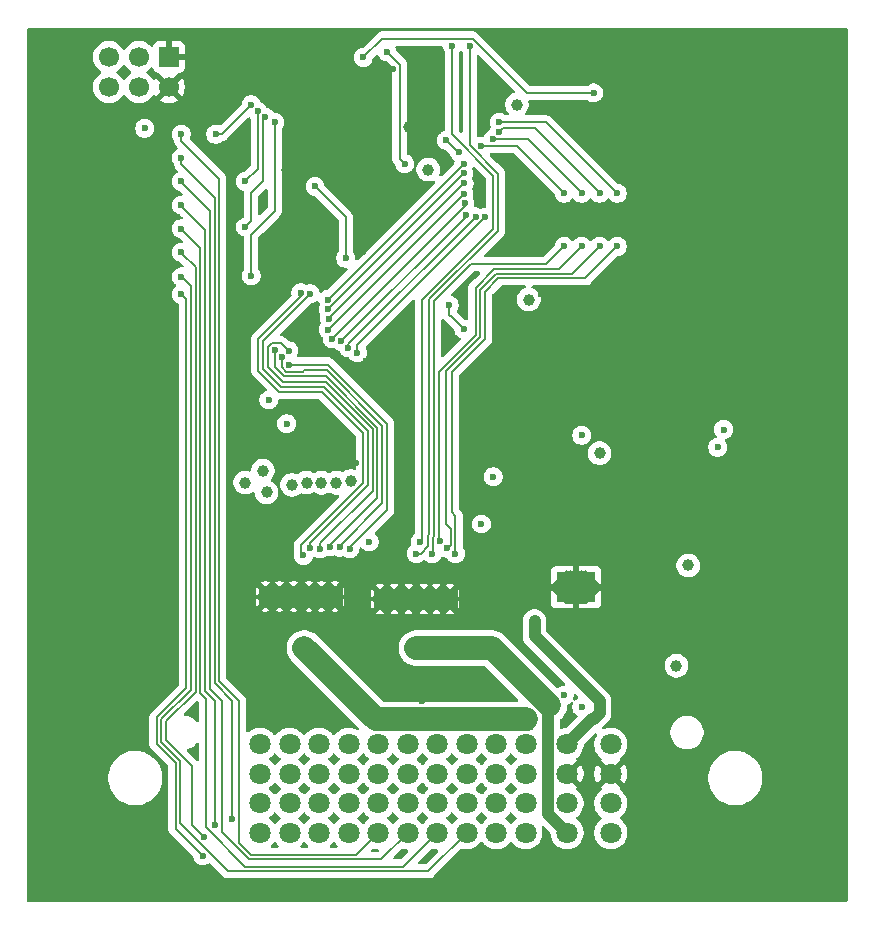
<source format=gbr>
%TF.GenerationSoftware,KiCad,Pcbnew,9.0.1*%
%TF.CreationDate,2025-10-29T09:39:46+01:00*%
%TF.ProjectId,ZoneECU,5a6f6e65-4543-4552-9e6b-696361645f70,rev?*%
%TF.SameCoordinates,Original*%
%TF.FileFunction,Copper,L4,Bot*%
%TF.FilePolarity,Positive*%
%FSLAX46Y46*%
G04 Gerber Fmt 4.6, Leading zero omitted, Abs format (unit mm)*
G04 Created by KiCad (PCBNEW 9.0.1) date 2025-10-29 09:39:46*
%MOMM*%
%LPD*%
G01*
G04 APERTURE LIST*
%TA.AperFunction,ComponentPad*%
%ADD10C,1.700000*%
%TD*%
%TA.AperFunction,ComponentPad*%
%ADD11R,1.700000X1.700000*%
%TD*%
%TA.AperFunction,HeatsinkPad*%
%ADD12C,0.600000*%
%TD*%
%TA.AperFunction,HeatsinkPad*%
%ADD13R,7.100000X1.570000*%
%TD*%
%TA.AperFunction,ComponentPad*%
%ADD14C,1.803400*%
%TD*%
%TA.AperFunction,ComponentPad*%
%ADD15C,0.630000*%
%TD*%
%TA.AperFunction,SMDPad,CuDef*%
%ADD16R,3.300000X2.600000*%
%TD*%
%TA.AperFunction,ViaPad*%
%ADD17C,1.000000*%
%TD*%
%TA.AperFunction,ViaPad*%
%ADD18C,0.600000*%
%TD*%
%TA.AperFunction,Conductor*%
%ADD19C,2.000000*%
%TD*%
%TA.AperFunction,Conductor*%
%ADD20C,1.000000*%
%TD*%
%TA.AperFunction,Conductor*%
%ADD21C,0.200000*%
%TD*%
G04 APERTURE END LIST*
D10*
%TO.P,J2,6,Pin_6*%
%TO.N,/3V3*%
X102460000Y-83000000D03*
%TO.P,J2,5,Pin_5*%
X102460000Y-80460000D03*
%TO.P,J2,4,Pin_4*%
%TO.N,Net-(J2-Pin_4)*%
X105000000Y-83000000D03*
%TO.P,J2,3,Pin_3*%
%TO.N,Net-(J2-Pin_3)*%
X105000000Y-80460000D03*
%TO.P,J2,2,Pin_2*%
%TO.N,GND*%
X107540000Y-83000000D03*
D11*
%TO.P,J2,1,Pin_1*%
X107540000Y-80460000D03*
%TD*%
D12*
%TO.P,U6,29,GP*%
%TO.N,GND*%
X121600000Y-125665000D03*
X120450000Y-125665000D03*
X119390000Y-125665000D03*
X118110000Y-125665000D03*
X116900000Y-125665000D03*
X115700000Y-125665000D03*
D13*
X118750000Y-126150000D03*
D12*
X121600000Y-126635000D03*
X120450000Y-126635000D03*
X119390000Y-126635000D03*
X118110000Y-126635000D03*
X116900000Y-126635000D03*
X115700000Y-126635000D03*
%TD*%
D14*
%TO.P,J1,A1,A1*%
%TO.N,/HS1_VOUT4*%
X115250002Y-138650001D03*
%TO.P,J1,A2,A2*%
%TO.N,/BO_OUT1*%
X115250002Y-141150001D03*
%TO.P,J1,A3,A3*%
%TO.N,unconnected-(J1-PadA3)*%
X115250002Y-143650001D03*
%TO.P,J1,A4,A4*%
%TO.N,/IN1*%
X115250002Y-146150001D03*
%TO.P,J1,B1,B1*%
%TO.N,/HS1_VOUT3*%
X117750002Y-138650001D03*
%TO.P,J1,B2,B2*%
%TO.N,/BO_OUT2*%
X117750002Y-141150001D03*
%TO.P,J1,B3,B3*%
%TO.N,unconnected-(J1-PadB3)*%
X117750002Y-143650001D03*
%TO.P,J1,B4,B4*%
%TO.N,/IN2*%
X117750002Y-146150001D03*
%TO.P,J1,C1,C1*%
%TO.N,/HS1_VOUT2*%
X120250002Y-138650001D03*
%TO.P,J1,C2,C2*%
%TO.N,/BO_OUT3*%
X120250002Y-141150001D03*
%TO.P,J1,C3,C3*%
%TO.N,unconnected-(J1-PadC3)*%
X120250002Y-143650001D03*
%TO.P,J1,C4,C4*%
%TO.N,/IN3*%
X120250002Y-146150001D03*
%TO.P,J1,D1,D1*%
%TO.N,/HS1_VOUT1*%
X122750002Y-138650001D03*
%TO.P,J1,D2,D2*%
%TO.N,/BO_OUT4*%
X122750002Y-141150001D03*
%TO.P,J1,D3,D3*%
%TO.N,unconnected-(J1-PadD3)*%
X122750002Y-143650001D03*
%TO.P,J1,D4,D4*%
%TO.N,/IN4*%
X122750002Y-146150001D03*
%TO.P,J1,E1,E1*%
%TO.N,/HS2_VOUT4*%
X125250000Y-138650001D03*
%TO.P,J1,E2,E2*%
%TO.N,/BO_OUT5*%
X125250000Y-141150001D03*
%TO.P,J1,E3,E3*%
%TO.N,unconnected-(J1-PadE3)*%
X125250000Y-143650001D03*
%TO.P,J1,E4,E4*%
%TO.N,/IN5*%
X125250000Y-146150001D03*
%TO.P,J1,F1,F1*%
%TO.N,/HS2_VOUT3*%
X127750000Y-138650001D03*
%TO.P,J1,F2,F2*%
%TO.N,/BO_OUT6*%
X127750000Y-141150001D03*
%TO.P,J1,F3,F3*%
%TO.N,unconnected-(J1-PadF3)*%
X127750000Y-143650001D03*
%TO.P,J1,F4,F4*%
%TO.N,/IN6*%
X127750000Y-146150001D03*
%TO.P,J1,G1,G1*%
%TO.N,/HS2_VOUT2*%
X130250000Y-138650001D03*
%TO.P,J1,G2,G2*%
%TO.N,/BO_OUT7*%
X130250000Y-141150001D03*
%TO.P,J1,G3,G3*%
%TO.N,unconnected-(J1-PadG3)*%
X130250000Y-143650001D03*
%TO.P,J1,G4,G4*%
%TO.N,/IN7*%
X130250000Y-146150001D03*
%TO.P,J1,H1,H1*%
%TO.N,/HS2_VOUT1*%
X132750000Y-138650001D03*
%TO.P,J1,H2,H2*%
%TO.N,/BO_OUT8*%
X132750000Y-141150001D03*
%TO.P,J1,H3,H3*%
%TO.N,unconnected-(J1-PadH3)*%
X132750000Y-143650001D03*
%TO.P,J1,H4,H4*%
%TO.N,/IN8*%
X132750000Y-146150001D03*
%TO.P,J1,J1,J1*%
%TO.N,/HB_OUT1*%
X135250000Y-138650001D03*
%TO.P,J1,J2,J2*%
%TO.N,/CAN_L*%
X135250000Y-141150001D03*
%TO.P,J1,J3,J3*%
%TO.N,/RS232_RX*%
X135250000Y-143650001D03*
%TO.P,J1,J4,J4*%
%TO.N,/3V3*%
X135250000Y-146150001D03*
%TO.P,J1,K1,K1*%
%TO.N,/HB_OUT2*%
X137750000Y-138650001D03*
%TO.P,J1,K2,K2*%
%TO.N,/CAN_H*%
X137750000Y-141150001D03*
%TO.P,J1,K3,K3*%
%TO.N,/RS232_TX*%
X137750000Y-143650001D03*
%TO.P,J1,K4,K4*%
%TO.N,/5V*%
X137750000Y-146150001D03*
%TO.P,J1,L1,L1*%
%TO.N,/HB_VIN*%
X141250000Y-138650001D03*
%TO.P,J1,L2,L2*%
%TO.N,GND*%
X141250000Y-141150001D03*
%TO.P,J1,L3,L3*%
%TO.N,/HS1_VBB*%
X141250000Y-143650001D03*
%TO.P,J1,L4,L4*%
%TO.N,/HS2_VBB*%
X141250000Y-146150001D03*
%TO.P,J1,M1,M1*%
%TO.N,/VIN*%
X144950000Y-138650001D03*
%TO.P,J1,M2,M2*%
%TO.N,GND*%
X144950000Y-141150001D03*
%TO.P,J1,M3,M3*%
%TO.N,unconnected-(J1-PadM3)*%
X144950000Y-143650001D03*
%TO.P,J1,M4,M4*%
%TO.N,unconnected-(J1-PadM4)*%
X144950000Y-146150001D03*
%TD*%
D12*
%TO.P,U8,29,GP*%
%TO.N,GND*%
X131325000Y-125865000D03*
X130175000Y-125865000D03*
X129115000Y-125865000D03*
X127835000Y-125865000D03*
X126625000Y-125865000D03*
X125425000Y-125865000D03*
D13*
X128475000Y-126350000D03*
D12*
X131325000Y-126835000D03*
X130175000Y-126835000D03*
X129115000Y-126835000D03*
X127835000Y-126835000D03*
X126625000Y-126835000D03*
X125425000Y-126835000D03*
%TD*%
D15*
%TO.P,U7,9,GND*%
%TO.N,GND*%
X143300000Y-124700000D03*
X142000000Y-124700000D03*
X140700000Y-124700000D03*
D16*
X142000000Y-125350000D03*
D15*
X143300000Y-126000000D03*
X142000000Y-126000000D03*
X140700000Y-126000000D03*
%TD*%
D17*
%TO.N,/HS2_VBB*%
X139818172Y-135279933D03*
D18*
%TO.N,/BOOT1*%
X127500000Y-89500000D03*
X126000000Y-80000000D03*
%TO.N,/BOOT0*%
X124000000Y-80500000D03*
X143500000Y-83500000D03*
%TO.N,GND*%
X150000000Y-99500000D03*
X150000000Y-93000000D03*
X150500000Y-89500000D03*
X150000000Y-86000000D03*
X156000000Y-87000000D03*
X156000000Y-93500000D03*
X156000000Y-100000000D03*
X155000000Y-81000000D03*
X145000000Y-84500000D03*
X142500000Y-82500000D03*
X135500000Y-82500000D03*
X147500000Y-94000000D03*
X146000000Y-90500000D03*
X143000000Y-87000000D03*
X139500000Y-92500000D03*
X139500000Y-96000000D03*
X137000000Y-97000000D03*
X147000000Y-97000000D03*
X143000000Y-100500000D03*
X139000000Y-100500000D03*
X139000000Y-103000000D03*
X144000000Y-108000000D03*
X154000000Y-109000000D03*
X151500000Y-109000000D03*
X152500000Y-117000000D03*
X159500000Y-119500000D03*
X163500000Y-117000000D03*
X159000000Y-116500000D03*
X159000000Y-125500000D03*
X162000000Y-125500000D03*
X159500000Y-129500000D03*
X162000000Y-129500000D03*
X145500000Y-133500000D03*
X148000000Y-130500000D03*
X146000000Y-129000000D03*
X148500000Y-126000000D03*
X148500000Y-120000000D03*
X144000000Y-116000000D03*
X128000000Y-116000000D03*
X128000000Y-113000000D03*
X128000000Y-110000000D03*
X128000000Y-106000000D03*
X128000000Y-102500000D03*
X133000000Y-109000000D03*
X133500000Y-107500000D03*
X134500000Y-121500000D03*
X134000000Y-128500000D03*
X114000000Y-129000000D03*
X114000000Y-124500000D03*
X113000000Y-120000000D03*
X113000000Y-115500000D03*
X113000000Y-112000000D03*
X113000000Y-109500000D03*
X126500000Y-81500000D03*
X121500000Y-81500000D03*
X115500000Y-81500000D03*
X112500000Y-84000000D03*
X103000000Y-85500000D03*
X105500000Y-88000000D03*
X106000000Y-93000000D03*
X106000000Y-97500000D03*
X107500000Y-102500000D03*
X107500000Y-108500000D03*
X107500000Y-114000000D03*
X107500000Y-120500000D03*
X107500000Y-126500000D03*
X107000000Y-132500000D03*
X104500000Y-135500000D03*
X118500000Y-135000000D03*
X129000000Y-135000000D03*
X147000000Y-138000000D03*
X133500000Y-148500000D03*
X150000000Y-148500000D03*
X163000000Y-148500000D03*
X163000000Y-137500000D03*
%TO.N,/3V3*%
X116000000Y-109500000D03*
%TO.N,GND*%
X119000000Y-110500000D03*
X124246858Y-106234582D03*
X124000000Y-97000000D03*
X122000000Y-98500000D03*
X155500000Y-133000000D03*
X156500000Y-123500000D03*
X124000000Y-127500000D03*
X124000000Y-123000000D03*
%TO.N,/3V3*%
X124500000Y-121500000D03*
%TO.N,GND*%
X145500000Y-112000000D03*
X123345660Y-114859784D03*
D17*
X127863603Y-86363603D03*
X128000000Y-91500000D03*
D18*
X113500000Y-92000000D03*
D17*
X120000000Y-85500000D03*
X123500000Y-86000000D03*
X117500000Y-90000000D03*
D18*
X113500000Y-100000000D03*
X113500000Y-94000000D03*
X113500000Y-98000000D03*
D17*
X140500000Y-109000000D03*
X130275000Y-86589829D03*
X114000000Y-88000000D03*
D18*
%TO.N,/3V3*%
X105500000Y-86500000D03*
D17*
X151500000Y-123500000D03*
D18*
X134000000Y-120000000D03*
D17*
X129500000Y-90000000D03*
X138000000Y-101000000D03*
X144000000Y-114000000D03*
X137000000Y-84500000D03*
D18*
%TO.N,/5V*%
X117500000Y-111500000D03*
D17*
X150500000Y-132000000D03*
D18*
%TO.N,Net-(U6-EN1)*%
X117705853Y-106500000D03*
X122855367Y-122112164D03*
%TO.N,Net-(U6-EN2)*%
X117109205Y-105900000D03*
X122016275Y-121976417D03*
%TO.N,Net-(U6-EN3)*%
X121167878Y-121924191D03*
X116512557Y-105300000D03*
%TO.N,Net-(U6-EN4)*%
X117668270Y-105327767D03*
X120340417Y-122118646D03*
%TO.N,Net-(U6-SEL0)*%
X118703652Y-100423619D03*
X118931404Y-122662185D03*
%TO.N,Net-(U6-SEL1)*%
X119495447Y-122026292D03*
X119500000Y-100500000D03*
%TO.N,/HS1_SNS*%
X122500000Y-97500000D03*
X119907985Y-91407985D03*
%TO.N,/IN1*%
X108592134Y-89000000D03*
X111500000Y-87000000D03*
X112900000Y-145000000D03*
X114500000Y-84500000D03*
%TO.N,/IN2*%
X114000000Y-91000000D03*
X108592134Y-93000000D03*
X115065687Y-85065687D03*
X111400000Y-145500000D03*
%TO.N,/IN3*%
X110500000Y-146500000D03*
X115713730Y-85534776D03*
X108592134Y-97000000D03*
X114000000Y-94850000D03*
%TO.N,/IN4*%
X108592134Y-100561218D03*
X114500000Y-99000000D03*
X116500000Y-86000000D03*
X110400764Y-148099236D03*
%TO.N,/IN5*%
X108592134Y-87000000D03*
%TO.N,/IN6*%
X108592134Y-91000000D03*
%TO.N,/IN7*%
X108592134Y-95000000D03*
%TO.N,/IN8*%
X108596103Y-99081605D03*
%TO.N,/HS2_EN4*%
X131000000Y-87500000D03*
X141000000Y-92000000D03*
X134000000Y-88000000D03*
X132100000Y-88500000D03*
%TO.N,Net-(U8-EN4)*%
X141000000Y-96500000D03*
X129825000Y-122500000D03*
%TO.N,Net-(U8-EN3)*%
X130526422Y-121414208D03*
X142500000Y-96500000D03*
%TO.N,/HS2_EN3*%
X135000000Y-87400000D03*
X142500000Y-92000000D03*
%TO.N,Net-(U8-EN2)*%
X144000000Y-96500000D03*
X131088297Y-122052017D03*
%TO.N,/HS2_EN2*%
X135512149Y-86785421D03*
X144000000Y-92000000D03*
%TO.N,Net-(U8-SEL1)*%
X131500000Y-79500000D03*
X128826422Y-121500000D03*
%TO.N,Net-(U8-EN1)*%
X131801000Y-122515222D03*
X145500000Y-96500000D03*
%TO.N,/HS2_EN1*%
X145500000Y-92000000D03*
X135508002Y-85970014D03*
%TO.N,Net-(U8-SEL0)*%
X128500000Y-122500000D03*
X133000000Y-79500000D03*
%TO.N,/HB_IN2*%
X131275000Y-101500000D03*
X132500000Y-103500000D03*
%TO.N,/CAN_H*%
X154500000Y-112000000D03*
%TO.N,/CAN_L*%
X154000000Y-113500000D03*
%TO.N,/RS232_TX*%
X141000000Y-134500000D03*
X142500000Y-135500000D03*
X142500000Y-112500000D03*
%TO.N,/RS232_RX*%
X135000000Y-116000000D03*
%TO.N,/BO_IN6*%
X132659239Y-93871026D03*
X122124474Y-104532222D03*
%TO.N,/BO_IN7*%
X122722040Y-105064124D03*
X133500000Y-94000000D03*
%TO.N,/BO_IN5*%
X132592858Y-92825461D03*
X121350000Y-104331736D03*
%TO.N,/BO_IN3*%
X132534431Y-91162628D03*
X121100647Y-102620614D03*
%TO.N,/BO_IN4*%
X121035716Y-103534074D03*
X132522794Y-92022794D03*
%TO.N,/BO_IN1*%
X132500000Y-89500000D03*
X121000000Y-101000000D03*
%TO.N,/BO_IN2*%
X121024263Y-101824266D03*
X132524263Y-90324266D03*
%TO.N,/BO_IN8*%
X123500000Y-105500000D03*
X134324266Y-94024263D03*
D17*
%TO.N,/BO_OUT5*%
X119201466Y-116499079D03*
%TO.N,/BO_OUT6*%
X120451463Y-116502849D03*
%TO.N,/BO_OUT8*%
X122942129Y-116355789D03*
%TO.N,/BO_OUT2*%
X114000000Y-116500000D03*
%TO.N,/BO_OUT1*%
X115500000Y-115500000D03*
%TO.N,/BO_OUT3*%
X115815686Y-117315686D03*
%TO.N,/BO_OUT7*%
X121701454Y-116508210D03*
%TO.N,/BO_OUT4*%
X117966007Y-116689201D03*
%TO.N,/HS1_VBB*%
X119000000Y-130500000D03*
X138000000Y-137000000D03*
%TO.N,/HS2_VBB*%
X128500000Y-130500000D03*
%TO.N,/HB_VIN*%
X138500000Y-128225000D03*
%TD*%
D19*
%TO.N,/HS1_VBB*%
X119000000Y-130500000D02*
X125047301Y-136547301D01*
X125047301Y-136547301D02*
X137811882Y-136547301D01*
D20*
%TO.N,/HS2_VBB*%
X141250000Y-146150001D02*
X139647300Y-144547301D01*
X139647300Y-144547301D02*
X139647300Y-135450805D01*
X139647300Y-135450805D02*
X139737685Y-135360420D01*
X139647300Y-135450805D02*
X139818172Y-135279933D01*
D19*
X128500000Y-130500000D02*
X134877265Y-130500000D01*
X134877265Y-130500000D02*
X139737685Y-135360420D01*
D20*
X139818172Y-135279933D02*
X139220067Y-135279933D01*
D21*
%TO.N,/BOOT1*%
X127500000Y-89500000D02*
X127062603Y-89062603D01*
X127101000Y-81748943D02*
X127101000Y-81101000D01*
X127062603Y-89062603D02*
X127062603Y-81787340D01*
X127062603Y-81787340D02*
X127101000Y-81748943D01*
X127101000Y-81101000D02*
X126000000Y-80000000D01*
%TO.N,/BOOT0*%
X125601000Y-78899000D02*
X124000000Y-80500000D01*
X133248943Y-78899000D02*
X125601000Y-78899000D01*
X137849943Y-83500000D02*
X133248943Y-78899000D01*
X143500000Y-83500000D02*
X137849943Y-83500000D01*
%TO.N,/IN4*%
X108099000Y-140233200D02*
X108099000Y-145797472D01*
X106491305Y-136374495D02*
X106491305Y-138625505D01*
X108592134Y-100561218D02*
X109000000Y-100969084D01*
X109000000Y-100969084D02*
X109000000Y-133865800D01*
X109000000Y-133865800D02*
X106491305Y-136374495D01*
X106491305Y-138625505D02*
X108099000Y-140233200D01*
X108099000Y-145797472D02*
X110400764Y-148099236D01*
%TO.N,/IN5*%
X108592134Y-87000000D02*
X108592134Y-87561218D01*
X111807000Y-90776084D02*
X111807000Y-133307000D01*
X123400001Y-148000000D02*
X125250000Y-146150001D01*
X108592134Y-87561218D02*
X111807000Y-90776084D01*
X111807000Y-133307000D02*
X113500000Y-135000000D01*
X113500000Y-135000000D02*
X113500000Y-147000000D01*
X113500000Y-147000000D02*
X114500000Y-148000000D01*
X114500000Y-148000000D02*
X123400001Y-148000000D01*
%TO.N,/IN1*%
X108592134Y-89000000D02*
X108592134Y-89561218D01*
X108592134Y-89561218D02*
X111406000Y-92375084D01*
X111406000Y-92375084D02*
X111406000Y-133473100D01*
X111406000Y-133473100D02*
X112900000Y-134967100D01*
X112900000Y-134967100D02*
X112900000Y-145000000D01*
%TO.N,/IN6*%
X112000000Y-135000000D02*
X112000000Y-146067100D01*
X114333900Y-148401000D02*
X125499001Y-148401000D01*
X108592134Y-91000000D02*
X108592134Y-91061218D01*
X108592134Y-91061218D02*
X111005000Y-93474084D01*
X111005000Y-93474084D02*
X111005000Y-134005000D01*
X111005000Y-134005000D02*
X112000000Y-135000000D01*
X125499001Y-148401000D02*
X127750000Y-146150001D01*
X112000000Y-146067100D02*
X114333900Y-148401000D01*
%TO.N,/IN2*%
X108592134Y-93000000D02*
X108592134Y-93061218D01*
X108592134Y-93061218D02*
X110604000Y-95073084D01*
X110604000Y-95073084D02*
X110604000Y-134171100D01*
X110604000Y-134171100D02*
X111400000Y-134967100D01*
X111400000Y-134967100D02*
X111400000Y-145500000D01*
%TO.N,/IN7*%
X108592134Y-95061218D02*
X110203000Y-96672084D01*
X108592134Y-95000000D02*
X108592134Y-95061218D01*
X110203000Y-96672084D02*
X110203000Y-134337200D01*
X110203000Y-134337200D02*
X110682900Y-134817100D01*
X110682900Y-134817100D02*
X110682900Y-145682900D01*
X114000000Y-149000000D02*
X127400001Y-149000000D01*
X110682900Y-145682900D02*
X114000000Y-149000000D01*
X127400001Y-149000000D02*
X130250000Y-146150001D01*
%TO.N,/IN3*%
X109802000Y-98271084D02*
X109802000Y-134198000D01*
X108592134Y-97000000D02*
X108592134Y-97061218D01*
X109500000Y-145500000D02*
X110500000Y-146500000D01*
X108592134Y-97061218D02*
X109802000Y-98271084D01*
X107293305Y-136706695D02*
X107293305Y-138293305D01*
X109802000Y-134198000D02*
X107293305Y-136706695D01*
X107293305Y-138293305D02*
X109500000Y-140500000D01*
X109500000Y-140500000D02*
X109500000Y-145500000D01*
%TO.N,/IN8*%
X108500000Y-145349943D02*
X112551057Y-149401000D01*
X108500000Y-140067100D02*
X108500000Y-145349943D01*
X109401000Y-134031900D02*
X106892305Y-136540595D01*
X109401000Y-99886501D02*
X109401000Y-134031900D01*
X108596103Y-99081605D02*
X108526849Y-99012350D01*
X106892305Y-136540595D02*
X106892305Y-138459405D01*
X108526849Y-99012350D02*
X109401000Y-99886501D01*
X106892305Y-138459405D02*
X108500000Y-140067100D01*
X112551057Y-149401000D02*
X129499001Y-149401000D01*
X129499001Y-149401000D02*
X132750000Y-146150001D01*
%TO.N,Net-(U8-EN4)*%
X130002000Y-101132200D02*
X130002000Y-121019391D01*
%TO.N,Net-(U8-EN3)*%
X140599000Y-98401000D02*
X135099000Y-98401000D01*
%TO.N,Net-(U8-EN1)*%
X142797000Y-99203000D02*
X135431200Y-99203000D01*
X145500000Y-96500000D02*
X142797000Y-99203000D01*
X131500000Y-107134200D02*
X131500000Y-119000000D01*
%TO.N,Net-(U8-EN3)*%
X130403000Y-121290786D02*
X130526422Y-121414208D01*
%TO.N,Net-(U8-EN2)*%
X144000000Y-96500000D02*
X141698000Y-98802000D01*
X133901000Y-100166100D02*
X133901000Y-104166100D01*
X133901000Y-104166100D02*
X131000000Y-107067100D01*
%TO.N,Net-(U8-SEL0)*%
X133000000Y-87932900D02*
X135401000Y-90333900D01*
%TO.N,Net-(U8-EN3)*%
X142500000Y-96500000D02*
X140599000Y-98401000D01*
%TO.N,Net-(U8-EN1)*%
X131803003Y-122513219D02*
X131801000Y-122515222D01*
%TO.N,Net-(U8-EN3)*%
X135099000Y-98401000D02*
X133500000Y-100000000D01*
%TO.N,Net-(U8-SEL0)*%
X129476422Y-121873521D02*
X128849943Y-122500000D01*
%TO.N,Net-(U8-EN4)*%
X141000000Y-96500000D02*
X139500000Y-98000000D01*
%TO.N,Net-(U8-SEL1)*%
X135000000Y-90500000D02*
X135000000Y-95000000D01*
X129000000Y-101000000D02*
X129000000Y-121326422D01*
X129000000Y-121326422D02*
X128826422Y-121500000D01*
%TO.N,Net-(U8-EN2)*%
X135265100Y-98802000D02*
X133901000Y-100166100D01*
%TO.N,Net-(U8-SEL0)*%
X135401000Y-95166100D02*
X129601000Y-100966100D01*
%TO.N,Net-(U8-EN3)*%
X133500000Y-104000000D02*
X130403000Y-107097000D01*
%TO.N,Net-(U8-SEL0)*%
X135401000Y-90333900D02*
X135401000Y-95166100D01*
%TO.N,Net-(U8-SEL1)*%
X131500000Y-87000000D02*
X135000000Y-90500000D01*
%TO.N,Net-(U8-EN2)*%
X141698000Y-98802000D02*
X135265100Y-98802000D01*
X131000000Y-120000000D02*
X131402003Y-120402003D01*
X131402003Y-121738311D02*
X131088297Y-122052017D01*
%TO.N,Net-(U8-SEL0)*%
X129476422Y-120979284D02*
X129476422Y-121873521D01*
%TO.N,Net-(U8-EN1)*%
X134302000Y-100332200D02*
X134302000Y-104332200D01*
%TO.N,Net-(U8-SEL0)*%
X133000000Y-79500000D02*
X133000000Y-87932900D01*
%TO.N,Net-(U8-EN3)*%
X130403000Y-107097000D02*
X130403000Y-121290786D01*
%TO.N,Net-(U8-SEL1)*%
X135000000Y-95000000D02*
X129000000Y-101000000D01*
%TO.N,Net-(U8-SEL0)*%
X128849943Y-122500000D02*
X128500000Y-122500000D01*
%TO.N,Net-(U8-EN4)*%
X129876422Y-121144969D02*
X129876422Y-122448578D01*
%TO.N,Net-(U8-EN1)*%
X134302000Y-104332200D02*
X131500000Y-107134200D01*
%TO.N,Net-(U8-SEL1)*%
X131500000Y-79500000D02*
X131500000Y-87000000D01*
%TO.N,Net-(U8-EN3)*%
X133500000Y-100000000D02*
X133500000Y-104000000D01*
%TO.N,Net-(U8-SEL0)*%
X129601000Y-100966100D02*
X129601000Y-120854705D01*
%TO.N,Net-(U8-EN4)*%
X130002000Y-121019391D02*
X129876422Y-121144969D01*
X139500000Y-98000000D02*
X133134200Y-98000000D01*
%TO.N,Net-(U8-EN2)*%
X131402003Y-120402003D02*
X131402003Y-121738311D01*
%TO.N,Net-(U8-SEL0)*%
X129601000Y-120854705D02*
X129476422Y-120979284D01*
%TO.N,Net-(U8-EN4)*%
X129876422Y-122448578D02*
X129825000Y-122500000D01*
%TO.N,Net-(U8-EN1)*%
X131803003Y-119303003D02*
X131803003Y-122513219D01*
X135431200Y-99203000D02*
X134302000Y-100332200D01*
%TO.N,Net-(U8-EN2)*%
X131000000Y-107067100D02*
X131000000Y-120000000D01*
%TO.N,Net-(U8-EN4)*%
X133134200Y-98000000D02*
X130002000Y-101132200D01*
%TO.N,Net-(U8-EN1)*%
X131500000Y-119000000D02*
X131803003Y-119303003D01*
%TO.N,Net-(U6-EN1)*%
X117705853Y-106500000D02*
X121000000Y-106500000D01*
X122855367Y-121957349D02*
X122855367Y-122112164D01*
X121000000Y-106500000D02*
X126000000Y-111500000D01*
X126000000Y-118812716D02*
X122855367Y-121957349D01*
X126000000Y-111500000D02*
X126000000Y-118812716D01*
%TO.N,Net-(U6-EN2)*%
X125599000Y-118250072D02*
X122016275Y-121832797D01*
X117109205Y-105900000D02*
X117109205Y-106246705D01*
X117109205Y-106246705D02*
X117104853Y-106251057D01*
X117104853Y-106251057D02*
X117104853Y-106748943D01*
X125599000Y-111666100D02*
X125599000Y-118250072D01*
X117104853Y-106748943D02*
X117456910Y-107101000D01*
X118899000Y-107101000D02*
X119000000Y-107000000D01*
X117456910Y-107101000D02*
X118899000Y-107101000D01*
X119000000Y-107000000D02*
X120932900Y-107000000D01*
X122016275Y-121832797D02*
X122016275Y-121976417D01*
X120932900Y-107000000D02*
X125599000Y-111666100D01*
%TO.N,Net-(U6-EN3)*%
X125198000Y-117789404D02*
X121167878Y-121819526D01*
X116508205Y-105304352D02*
X116508205Y-106719395D01*
X125198000Y-111832200D02*
X125198000Y-117789404D01*
X116512557Y-105300000D02*
X116508205Y-105304352D01*
X117290810Y-107502000D02*
X120867800Y-107502000D01*
X121167878Y-121819526D02*
X121167878Y-121924191D01*
X120867800Y-107502000D02*
X125198000Y-111832200D01*
X116508205Y-106719395D02*
X117290810Y-107502000D01*
%TO.N,Net-(U6-EN4)*%
X120798700Y-108000000D02*
X124797000Y-111998300D01*
X115911557Y-105051057D02*
X115911557Y-106689847D01*
X116263614Y-104699000D02*
X115911557Y-105051057D01*
X120340417Y-121646068D02*
X120340417Y-122118646D01*
X117221710Y-108000000D02*
X120798700Y-108000000D01*
X124797000Y-117189485D02*
X120340417Y-121646068D01*
X115911557Y-106689847D02*
X117221710Y-108000000D01*
X124797000Y-111998300D02*
X124797000Y-117189485D01*
X117039503Y-104699000D02*
X116263614Y-104699000D01*
X117668270Y-105327767D02*
X117039503Y-104699000D01*
%TO.N,Net-(U6-SEL0)*%
X118703652Y-100423619D02*
X118703652Y-100729248D01*
X118724230Y-122455011D02*
X118931404Y-122662185D01*
X123995000Y-112330500D02*
X123995000Y-116505000D01*
X118724230Y-121775770D02*
X118724230Y-122455011D01*
X118703652Y-100729248D02*
X115109557Y-104323343D01*
X115109557Y-104323343D02*
X115109557Y-107022047D01*
X116889510Y-108802000D02*
X120466500Y-108802000D01*
X123995000Y-116505000D02*
X118724230Y-121775770D01*
X120466500Y-108802000D02*
X123995000Y-112330500D01*
X115109557Y-107022047D02*
X116889510Y-108802000D01*
%TO.N,Net-(U6-SEL1)*%
X120632600Y-108401000D02*
X124396000Y-112164400D01*
X119495447Y-121570239D02*
X119495447Y-122026292D01*
X119500000Y-100500000D02*
X115510557Y-104489443D01*
X124396000Y-112164400D02*
X124396000Y-116669686D01*
X124396000Y-116669686D02*
X119495447Y-121570239D01*
X115510557Y-106855947D02*
X117055610Y-108401000D01*
X117055610Y-108401000D02*
X120632600Y-108401000D01*
X115510557Y-104489443D02*
X115510557Y-106855947D01*
%TO.N,/HS1_SNS*%
X122500000Y-97500000D02*
X122500000Y-94000000D01*
X122500000Y-94000000D02*
X119907985Y-91407985D01*
%TO.N,/IN1*%
X111500000Y-87000000D02*
X112000000Y-87000000D01*
X112000000Y-87000000D02*
X114500000Y-84500000D01*
%TO.N,/IN2*%
X114000000Y-91000000D02*
X115065687Y-89934313D01*
X115065687Y-89934313D02*
X115065687Y-85065687D01*
%TO.N,/IN3*%
X115713730Y-85534776D02*
X115500000Y-85748506D01*
X114500000Y-92000000D02*
X114500000Y-94350000D01*
X114500000Y-94350000D02*
X114000000Y-94850000D01*
X115500000Y-91000000D02*
X114500000Y-92000000D01*
X115500000Y-85748506D02*
X115500000Y-91000000D01*
%TO.N,/IN4*%
X116500000Y-93500000D02*
X116500000Y-86000000D01*
X114500000Y-99000000D02*
X114500000Y-95500000D01*
X115000000Y-95000000D02*
X116500000Y-93500000D01*
X114500000Y-95500000D02*
X115000000Y-95000000D01*
%TO.N,/HS2_EN4*%
X141000000Y-92000000D02*
X137000000Y-88000000D01*
X137000000Y-88000000D02*
X134000000Y-88000000D01*
X132000000Y-88500000D02*
X131000000Y-87500000D01*
X132100000Y-88500000D02*
X132000000Y-88500000D01*
%TO.N,/HS2_EN3*%
X142500000Y-92000000D02*
X137900000Y-87400000D01*
X137900000Y-87400000D02*
X135000000Y-87400000D01*
%TO.N,/HS2_EN2*%
X135797570Y-86500000D02*
X135512149Y-86785421D01*
X138500000Y-86500000D02*
X135797570Y-86500000D01*
X144000000Y-92000000D02*
X138500000Y-86500000D01*
%TO.N,/HS2_EN1*%
X145500000Y-92000000D02*
X139500000Y-86000000D01*
X137000000Y-86000000D02*
X135537988Y-86000000D01*
X139500000Y-86000000D02*
X137000000Y-86000000D01*
X135537988Y-86000000D02*
X135508002Y-85970014D01*
%TO.N,/HB_IN2*%
X131500000Y-102500000D02*
X131275000Y-102275000D01*
X131275000Y-102275000D02*
X131275000Y-101500000D01*
X132500000Y-103500000D02*
X131500000Y-102500000D01*
%TO.N,/BO_IN6*%
X122124474Y-104532222D02*
X132659239Y-93997457D01*
X132659239Y-93997457D02*
X132659239Y-93871026D01*
%TO.N,/BO_IN7*%
X122722040Y-104777960D02*
X133500000Y-94000000D01*
X122722040Y-105064124D02*
X122722040Y-104777960D01*
%TO.N,/BO_IN5*%
X121350000Y-104331736D02*
X132592858Y-93088878D01*
X132592858Y-93088878D02*
X132592858Y-92825461D01*
%TO.N,/BO_IN3*%
X121100647Y-102620614D02*
X121100647Y-102596412D01*
X121100647Y-102596412D02*
X132534431Y-91162628D01*
%TO.N,/BO_IN4*%
X121035716Y-103534074D02*
X132522794Y-92046996D01*
X132522794Y-92046996D02*
X132522794Y-92022794D01*
%TO.N,/BO_IN1*%
X121000000Y-101000000D02*
X132500000Y-89500000D01*
%TO.N,/BO_IN2*%
X121024263Y-101824266D02*
X132524263Y-90324266D01*
%TO.N,/BO_IN8*%
X123500000Y-105500000D02*
X123500000Y-104848529D01*
X123500000Y-104848529D02*
X134324266Y-94024263D01*
D20*
%TO.N,/HB_VIN*%
X143500000Y-136500000D02*
X143400001Y-136500000D01*
X143400001Y-136500000D02*
X141250000Y-138650001D01*
X138500000Y-128225000D02*
X138500000Y-129500000D01*
X144000000Y-136000000D02*
X143500000Y-136500000D01*
X144000000Y-135000000D02*
X144000000Y-136000000D01*
X138500000Y-129500000D02*
X144000000Y-135000000D01*
%TD*%
%TA.AperFunction,Conductor*%
%TO.N,GND*%
G36*
X133805703Y-80305441D02*
G01*
X133812180Y-80311472D01*
X135316257Y-81815550D01*
X136819783Y-83319076D01*
X136853268Y-83380399D01*
X136848284Y-83450091D01*
X136806412Y-83506024D01*
X136756296Y-83528374D01*
X136708167Y-83537948D01*
X136708160Y-83537950D01*
X136526092Y-83613364D01*
X136526079Y-83613371D01*
X136362218Y-83722860D01*
X136362214Y-83722863D01*
X136222863Y-83862214D01*
X136222860Y-83862218D01*
X136113371Y-84026079D01*
X136113364Y-84026092D01*
X136037950Y-84208160D01*
X136037947Y-84208170D01*
X135999500Y-84401456D01*
X135999500Y-84401459D01*
X135999500Y-84598541D01*
X135999500Y-84598543D01*
X135999499Y-84598543D01*
X136037947Y-84791829D01*
X136037950Y-84791839D01*
X136113364Y-84973907D01*
X136113371Y-84973920D01*
X136222860Y-85137781D01*
X136222863Y-85137785D01*
X136272897Y-85187819D01*
X136283509Y-85207255D01*
X136298010Y-85223989D01*
X136299926Y-85237320D01*
X136306382Y-85249142D01*
X136304802Y-85271228D01*
X136307954Y-85293147D01*
X136302358Y-85305398D01*
X136301398Y-85318834D01*
X136288127Y-85336560D01*
X136278929Y-85356703D01*
X136267597Y-85363985D01*
X136259526Y-85374767D01*
X136238780Y-85382504D01*
X136220151Y-85394477D01*
X136198232Y-85397628D01*
X136194062Y-85399184D01*
X136185216Y-85399500D01*
X136120929Y-85399500D01*
X136053890Y-85379815D01*
X136033248Y-85363181D01*
X136018294Y-85348227D01*
X136018290Y-85348224D01*
X135887187Y-85260623D01*
X135887174Y-85260616D01*
X135741503Y-85200278D01*
X135741491Y-85200275D01*
X135586847Y-85169514D01*
X135586844Y-85169514D01*
X135429160Y-85169514D01*
X135429157Y-85169514D01*
X135274512Y-85200275D01*
X135274500Y-85200278D01*
X135128829Y-85260616D01*
X135128816Y-85260623D01*
X134997713Y-85348224D01*
X134997709Y-85348227D01*
X134886215Y-85459721D01*
X134886212Y-85459725D01*
X134798611Y-85590828D01*
X134798604Y-85590841D01*
X134738266Y-85736512D01*
X134738263Y-85736524D01*
X134707502Y-85891167D01*
X134707502Y-86048860D01*
X134738263Y-86203503D01*
X134738266Y-86203515D01*
X134792841Y-86335271D01*
X134795828Y-86363059D01*
X134802048Y-86390309D01*
X134799803Y-86400028D01*
X134800310Y-86404740D01*
X134794897Y-86424871D01*
X134793926Y-86427554D01*
X134742412Y-86551924D01*
X134734375Y-86592324D01*
X134731196Y-86601121D01*
X134715845Y-86622067D01*
X134703808Y-86645078D01*
X134694173Y-86651640D01*
X134689896Y-86657478D01*
X134680037Y-86661269D01*
X134662035Y-86673533D01*
X134620821Y-86690605D01*
X134620818Y-86690607D01*
X134489715Y-86778207D01*
X134489707Y-86778213D01*
X134378213Y-86889707D01*
X134378210Y-86889711D01*
X134290609Y-87020814D01*
X134290604Y-87020824D01*
X134245052Y-87130797D01*
X134201211Y-87185200D01*
X134134917Y-87207265D01*
X134106301Y-87204962D01*
X134078842Y-87199500D01*
X133921158Y-87199500D01*
X133921155Y-87199500D01*
X133766510Y-87230261D01*
X133760676Y-87232031D01*
X133759873Y-87229385D01*
X133702056Y-87235396D01*
X133639687Y-87203902D01*
X133604245Y-87143689D01*
X133600500Y-87113444D01*
X133600500Y-80399154D01*
X133620185Y-80332115D01*
X133672989Y-80286360D01*
X133742147Y-80276416D01*
X133805703Y-80305441D01*
G37*
%TD.AperFunction*%
%TA.AperFunction,Conductor*%
G36*
X106124728Y-81347680D02*
G01*
X106180662Y-81389551D01*
X106197577Y-81420528D01*
X106246646Y-81552088D01*
X106246649Y-81552093D01*
X106332809Y-81667187D01*
X106332812Y-81667190D01*
X106447906Y-81753350D01*
X106447913Y-81753354D01*
X106582620Y-81803596D01*
X106582619Y-81803596D01*
X106665444Y-81812501D01*
X106665116Y-81815550D01*
X106682014Y-81814642D01*
X106741196Y-81847642D01*
X107410591Y-82517037D01*
X107347007Y-82534075D01*
X107232993Y-82599901D01*
X107139901Y-82692993D01*
X107074075Y-82807007D01*
X107057037Y-82870591D01*
X106424728Y-82238282D01*
X106424727Y-82238282D01*
X106385380Y-82292440D01*
X106385376Y-82292446D01*
X106380760Y-82301505D01*
X106332781Y-82352297D01*
X106264959Y-82369087D01*
X106198826Y-82346543D01*
X106159794Y-82301493D01*
X106155051Y-82292184D01*
X106155049Y-82292181D01*
X106155048Y-82292179D01*
X106030109Y-82120213D01*
X105879786Y-81969890D01*
X105707820Y-81844951D01*
X105707115Y-81844591D01*
X105699054Y-81840485D01*
X105648259Y-81792512D01*
X105631463Y-81724692D01*
X105653999Y-81658556D01*
X105699054Y-81619515D01*
X105707816Y-81615051D01*
X105794478Y-81552088D01*
X105879784Y-81490110D01*
X105879784Y-81490109D01*
X105879792Y-81490104D01*
X105993717Y-81376178D01*
X106055036Y-81342696D01*
X106124728Y-81347680D01*
G37*
%TD.AperFunction*%
%TA.AperFunction,Conductor*%
G36*
X164942539Y-78020185D02*
G01*
X164988294Y-78072989D01*
X164999500Y-78124500D01*
X164999500Y-151876000D01*
X164979815Y-151943039D01*
X164927011Y-151988794D01*
X164875500Y-152000000D01*
X95624500Y-152000000D01*
X95557461Y-151980315D01*
X95511706Y-151927511D01*
X95500500Y-151876000D01*
X95500500Y-141349564D01*
X102404800Y-141349564D01*
X102404800Y-141650435D01*
X102444069Y-141948721D01*
X102444070Y-141948726D01*
X102444071Y-141948732D01*
X102444072Y-141948734D01*
X102521941Y-142239349D01*
X102637077Y-142517312D01*
X102637082Y-142517322D01*
X102787515Y-142777880D01*
X102970672Y-143016576D01*
X102970678Y-143016583D01*
X103183416Y-143229321D01*
X103183423Y-143229327D01*
X103422119Y-143412484D01*
X103682677Y-143562917D01*
X103682687Y-143562922D01*
X103836702Y-143626717D01*
X103960649Y-143678058D01*
X104251268Y-143755929D01*
X104461939Y-143783664D01*
X104549564Y-143795200D01*
X104549565Y-143795200D01*
X104850436Y-143795200D01*
X104918164Y-143786283D01*
X105148732Y-143755929D01*
X105439351Y-143678058D01*
X105717319Y-143562919D01*
X105977881Y-143412484D01*
X106216578Y-143229326D01*
X106429326Y-143016578D01*
X106612484Y-142777881D01*
X106762919Y-142517319D01*
X106878058Y-142239351D01*
X106955929Y-141948732D01*
X106995200Y-141650435D01*
X106995200Y-141349565D01*
X106955929Y-141051268D01*
X106878058Y-140760649D01*
X106816459Y-140611937D01*
X106762922Y-140482687D01*
X106762917Y-140482677D01*
X106612484Y-140222119D01*
X106429327Y-139983423D01*
X106429321Y-139983416D01*
X106216583Y-139770678D01*
X106216576Y-139770672D01*
X105977880Y-139587515D01*
X105717322Y-139437082D01*
X105717312Y-139437077D01*
X105439349Y-139321941D01*
X105294041Y-139283006D01*
X105148732Y-139244071D01*
X105148726Y-139244070D01*
X105148721Y-139244069D01*
X104850436Y-139204800D01*
X104850435Y-139204800D01*
X104549565Y-139204800D01*
X104549564Y-139204800D01*
X104251278Y-139244069D01*
X104251271Y-139244070D01*
X104251268Y-139244071D01*
X104189850Y-139260527D01*
X103960650Y-139321941D01*
X103682687Y-139437077D01*
X103682677Y-139437082D01*
X103422119Y-139587515D01*
X103183423Y-139770672D01*
X103183416Y-139770678D01*
X102970678Y-139983416D01*
X102970672Y-139983423D01*
X102787515Y-140222119D01*
X102637082Y-140482677D01*
X102637077Y-140482687D01*
X102521941Y-140760650D01*
X102444072Y-141051265D01*
X102444069Y-141051278D01*
X102404800Y-141349564D01*
X95500500Y-141349564D01*
X95500500Y-138704559D01*
X105890803Y-138704559D01*
X105931729Y-138857294D01*
X105931730Y-138857295D01*
X105952809Y-138893804D01*
X105952810Y-138893805D01*
X106010782Y-138994217D01*
X106010786Y-138994222D01*
X106129654Y-139113090D01*
X106129660Y-139113095D01*
X107462181Y-140445616D01*
X107495666Y-140506939D01*
X107498500Y-140533297D01*
X107498500Y-145710802D01*
X107498499Y-145710820D01*
X107498499Y-145876526D01*
X107498498Y-145876526D01*
X107539423Y-146029257D01*
X107556961Y-146059632D01*
X107556962Y-146059636D01*
X107618475Y-146166181D01*
X107618481Y-146166189D01*
X107737349Y-146285057D01*
X107737355Y-146285062D01*
X109566189Y-148113896D01*
X109599674Y-148175219D01*
X109600125Y-148177385D01*
X109631025Y-148332727D01*
X109631028Y-148332737D01*
X109691366Y-148478408D01*
X109691373Y-148478421D01*
X109778974Y-148609524D01*
X109778977Y-148609528D01*
X109890471Y-148721022D01*
X109890475Y-148721025D01*
X110021578Y-148808626D01*
X110021591Y-148808633D01*
X110167262Y-148868971D01*
X110167267Y-148868973D01*
X110321917Y-148899735D01*
X110321920Y-148899736D01*
X110321922Y-148899736D01*
X110479608Y-148899736D01*
X110479609Y-148899735D01*
X110634261Y-148868973D01*
X110779943Y-148808630D01*
X110779948Y-148808626D01*
X110779951Y-148808625D01*
X110821571Y-148780815D01*
X110892855Y-148733184D01*
X110959530Y-148712306D01*
X111026911Y-148730790D01*
X111049426Y-148748605D01*
X112182341Y-149881520D01*
X112182343Y-149881521D01*
X112182347Y-149881524D01*
X112319266Y-149960573D01*
X112319273Y-149960577D01*
X112472000Y-150001501D01*
X112472002Y-150001501D01*
X112637711Y-150001501D01*
X112637727Y-150001500D01*
X129412332Y-150001500D01*
X129412348Y-150001501D01*
X129419944Y-150001501D01*
X129578055Y-150001501D01*
X129578058Y-150001501D01*
X129730786Y-149960577D01*
X129780905Y-149931639D01*
X129867717Y-149881520D01*
X129979521Y-149769716D01*
X129979521Y-149769714D01*
X129989729Y-149759507D01*
X129989731Y-149759504D01*
X132224448Y-147524786D01*
X132285769Y-147491303D01*
X132350445Y-147494537D01*
X132377071Y-147503189D01*
X132421650Y-147517674D01*
X132530647Y-147534937D01*
X132639644Y-147552201D01*
X132639645Y-147552201D01*
X132860355Y-147552201D01*
X132860356Y-147552201D01*
X133078349Y-147517674D01*
X133288258Y-147449471D01*
X133484913Y-147349270D01*
X133663472Y-147219539D01*
X133819538Y-147063473D01*
X133899682Y-146953163D01*
X133955012Y-146910499D01*
X134024626Y-146904520D01*
X134086421Y-146937126D01*
X134100315Y-146953161D01*
X134180462Y-147063473D01*
X134336528Y-147219539D01*
X134515087Y-147349270D01*
X134565128Y-147374767D01*
X134711741Y-147449471D01*
X134711744Y-147449472D01*
X134778177Y-147471057D01*
X134921651Y-147517674D01*
X135139644Y-147552201D01*
X135139645Y-147552201D01*
X135360355Y-147552201D01*
X135360356Y-147552201D01*
X135578349Y-147517674D01*
X135788258Y-147449471D01*
X135984913Y-147349270D01*
X136163472Y-147219539D01*
X136319538Y-147063473D01*
X136399682Y-146953163D01*
X136455012Y-146910499D01*
X136524626Y-146904520D01*
X136586421Y-146937126D01*
X136600315Y-146953161D01*
X136680462Y-147063473D01*
X136836528Y-147219539D01*
X137015087Y-147349270D01*
X137065128Y-147374767D01*
X137211741Y-147449471D01*
X137211744Y-147449472D01*
X137278177Y-147471057D01*
X137421651Y-147517674D01*
X137639644Y-147552201D01*
X137639645Y-147552201D01*
X137860355Y-147552201D01*
X137860356Y-147552201D01*
X138078349Y-147517674D01*
X138288258Y-147449471D01*
X138484913Y-147349270D01*
X138663472Y-147219539D01*
X138819538Y-147063473D01*
X138949269Y-146884914D01*
X139049470Y-146688259D01*
X139117673Y-146478350D01*
X139152200Y-146260357D01*
X139152200Y-146039645D01*
X139117673Y-145821652D01*
X139090024Y-145736556D01*
X139088029Y-145666715D01*
X139124109Y-145606882D01*
X139186810Y-145576054D01*
X139256225Y-145584019D01*
X139295636Y-145610557D01*
X139811481Y-146126402D01*
X139844966Y-146187725D01*
X139847800Y-146214083D01*
X139847800Y-146260356D01*
X139882327Y-146478351D01*
X139950528Y-146688256D01*
X139950529Y-146688259D01*
X140050731Y-146884914D01*
X140180462Y-147063473D01*
X140336528Y-147219539D01*
X140515087Y-147349270D01*
X140565128Y-147374767D01*
X140711741Y-147449471D01*
X140711744Y-147449472D01*
X140778177Y-147471057D01*
X140921651Y-147517674D01*
X141139644Y-147552201D01*
X141139645Y-147552201D01*
X141360355Y-147552201D01*
X141360356Y-147552201D01*
X141578349Y-147517674D01*
X141788258Y-147449471D01*
X141984913Y-147349270D01*
X142163472Y-147219539D01*
X142319538Y-147063473D01*
X142449269Y-146884914D01*
X142549470Y-146688259D01*
X142617673Y-146478350D01*
X142652200Y-146260357D01*
X142652200Y-146039645D01*
X142617673Y-145821652D01*
X142581656Y-145710802D01*
X142549471Y-145611745D01*
X142549470Y-145611742D01*
X142449268Y-145415087D01*
X142319538Y-145236529D01*
X142163472Y-145080463D01*
X142053162Y-145000318D01*
X142010498Y-144944989D01*
X142004519Y-144875375D01*
X142037125Y-144813580D01*
X142053163Y-144799683D01*
X142163472Y-144719539D01*
X142319538Y-144563473D01*
X142449269Y-144384914D01*
X142549470Y-144188259D01*
X142617673Y-143978350D01*
X142652200Y-143760357D01*
X142652200Y-143539645D01*
X142617673Y-143321652D01*
X142549470Y-143111743D01*
X142549470Y-143111742D01*
X142449268Y-142915087D01*
X142319538Y-142736529D01*
X142163472Y-142580463D01*
X142076552Y-142517312D01*
X142052737Y-142500009D01*
X142010072Y-142444678D01*
X142004093Y-142375065D01*
X142036699Y-142313270D01*
X142048683Y-142302885D01*
X142048731Y-142302284D01*
X141495728Y-141749282D01*
X141556801Y-141723985D01*
X141662885Y-141653102D01*
X141753101Y-141562886D01*
X141823984Y-141456802D01*
X141849280Y-141395729D01*
X142402283Y-141948732D01*
X142402283Y-141948731D01*
X142448840Y-141884652D01*
X142549007Y-141688064D01*
X142617184Y-141478237D01*
X142617184Y-141478234D01*
X142651700Y-141260316D01*
X142651700Y-141039685D01*
X142617184Y-140821767D01*
X142617184Y-140821764D01*
X142549007Y-140611937D01*
X142448842Y-140415353D01*
X142402283Y-140351269D01*
X142402282Y-140351269D01*
X141849280Y-140904271D01*
X141823984Y-140843200D01*
X141753101Y-140737116D01*
X141662885Y-140646900D01*
X141556801Y-140576017D01*
X141495727Y-140550719D01*
X142048730Y-139997716D01*
X142048530Y-139995170D01*
X142010072Y-139945297D01*
X142004093Y-139875684D01*
X142036698Y-139813889D01*
X142052722Y-139800003D01*
X142163472Y-139719539D01*
X142319538Y-139563473D01*
X142449269Y-139384914D01*
X142549470Y-139188259D01*
X142617673Y-138978350D01*
X142652200Y-138760357D01*
X142652200Y-138714083D01*
X142671885Y-138647044D01*
X142688519Y-138626402D01*
X143125128Y-138189793D01*
X143568930Y-137745990D01*
X143630251Y-137712507D01*
X143699942Y-137717491D01*
X143755876Y-137759363D01*
X143780293Y-137824827D01*
X143765441Y-137893100D01*
X143756930Y-137906555D01*
X143750731Y-137915086D01*
X143650529Y-138111742D01*
X143650528Y-138111745D01*
X143582327Y-138321650D01*
X143547800Y-138539645D01*
X143547800Y-138760356D01*
X143582327Y-138978351D01*
X143650528Y-139188256D01*
X143650529Y-139188259D01*
X143718645Y-139321942D01*
X143750731Y-139384914D01*
X143880462Y-139563473D01*
X144036528Y-139719539D01*
X144147261Y-139799991D01*
X144189926Y-139855321D01*
X144195905Y-139924935D01*
X144163299Y-139986729D01*
X144151315Y-139997113D01*
X144151268Y-139997716D01*
X144704271Y-140550719D01*
X144643199Y-140576017D01*
X144537115Y-140646900D01*
X144446899Y-140737116D01*
X144376016Y-140843200D01*
X144350718Y-140904272D01*
X143797715Y-140351269D01*
X143797714Y-140351269D01*
X143751162Y-140415343D01*
X143650992Y-140611937D01*
X143582815Y-140821764D01*
X143582815Y-140821767D01*
X143548300Y-141039685D01*
X143548300Y-141260316D01*
X143582815Y-141478234D01*
X143582815Y-141478237D01*
X143650992Y-141688064D01*
X143751157Y-141884648D01*
X143797715Y-141948731D01*
X144350718Y-141395728D01*
X144376016Y-141456802D01*
X144446899Y-141562886D01*
X144537115Y-141653102D01*
X144643199Y-141723985D01*
X144704271Y-141749281D01*
X144151268Y-142302283D01*
X144151468Y-142304830D01*
X144189926Y-142354701D01*
X144195907Y-142424314D01*
X144163302Y-142486110D01*
X144147262Y-142500008D01*
X144036534Y-142580458D01*
X144036525Y-142580465D01*
X143880464Y-142736526D01*
X143880464Y-142736527D01*
X143880462Y-142736529D01*
X143850419Y-142777880D01*
X143750731Y-142915087D01*
X143650529Y-143111742D01*
X143650528Y-143111745D01*
X143582327Y-143321650D01*
X143547800Y-143539645D01*
X143547800Y-143760356D01*
X143582327Y-143978351D01*
X143650528Y-144188256D01*
X143650529Y-144188259D01*
X143750731Y-144384914D01*
X143880462Y-144563473D01*
X144036528Y-144719539D01*
X144038286Y-144720816D01*
X144146836Y-144799683D01*
X144189501Y-144855014D01*
X144195480Y-144924627D01*
X144162874Y-144986422D01*
X144146836Y-145000319D01*
X144036526Y-145080464D01*
X143880464Y-145236526D01*
X143880464Y-145236527D01*
X143880462Y-145236529D01*
X143824747Y-145313213D01*
X143750731Y-145415087D01*
X143650529Y-145611742D01*
X143650528Y-145611745D01*
X143582327Y-145821650D01*
X143547800Y-146039645D01*
X143547800Y-146260356D01*
X143582327Y-146478351D01*
X143650528Y-146688256D01*
X143650529Y-146688259D01*
X143750731Y-146884914D01*
X143880462Y-147063473D01*
X144036528Y-147219539D01*
X144215087Y-147349270D01*
X144265128Y-147374767D01*
X144411741Y-147449471D01*
X144411744Y-147449472D01*
X144478177Y-147471057D01*
X144621651Y-147517674D01*
X144839644Y-147552201D01*
X144839645Y-147552201D01*
X145060355Y-147552201D01*
X145060356Y-147552201D01*
X145278349Y-147517674D01*
X145488258Y-147449471D01*
X145684913Y-147349270D01*
X145863472Y-147219539D01*
X146019538Y-147063473D01*
X146149269Y-146884914D01*
X146249470Y-146688259D01*
X146317673Y-146478350D01*
X146352200Y-146260357D01*
X146352200Y-146039645D01*
X146317673Y-145821652D01*
X146281656Y-145710802D01*
X146249471Y-145611745D01*
X146249470Y-145611742D01*
X146149268Y-145415087D01*
X146019538Y-145236529D01*
X145863472Y-145080463D01*
X145753162Y-145000318D01*
X145710498Y-144944989D01*
X145704519Y-144875375D01*
X145737125Y-144813580D01*
X145753163Y-144799683D01*
X145863472Y-144719539D01*
X146019538Y-144563473D01*
X146149269Y-144384914D01*
X146249470Y-144188259D01*
X146317673Y-143978350D01*
X146352200Y-143760357D01*
X146352200Y-143539645D01*
X146317673Y-143321652D01*
X146249470Y-143111743D01*
X146249470Y-143111742D01*
X146149268Y-142915087D01*
X146019538Y-142736529D01*
X145863472Y-142580463D01*
X145776552Y-142517312D01*
X145752737Y-142500009D01*
X145710072Y-142444678D01*
X145704093Y-142375065D01*
X145736699Y-142313270D01*
X145748683Y-142302885D01*
X145748731Y-142302284D01*
X145195728Y-141749282D01*
X145256801Y-141723985D01*
X145362885Y-141653102D01*
X145453101Y-141562886D01*
X145523984Y-141456802D01*
X145549280Y-141395729D01*
X146102283Y-141948732D01*
X146102283Y-141948731D01*
X146148840Y-141884652D01*
X146249007Y-141688064D01*
X146317184Y-141478237D01*
X146317184Y-141478234D01*
X146337565Y-141349564D01*
X153204800Y-141349564D01*
X153204800Y-141650435D01*
X153244069Y-141948721D01*
X153244070Y-141948726D01*
X153244071Y-141948732D01*
X153244072Y-141948734D01*
X153321941Y-142239349D01*
X153437077Y-142517312D01*
X153437082Y-142517322D01*
X153587515Y-142777880D01*
X153770672Y-143016576D01*
X153770678Y-143016583D01*
X153983416Y-143229321D01*
X153983423Y-143229327D01*
X154222119Y-143412484D01*
X154482677Y-143562917D01*
X154482687Y-143562922D01*
X154636702Y-143626717D01*
X154760649Y-143678058D01*
X155051268Y-143755929D01*
X155261939Y-143783664D01*
X155349564Y-143795200D01*
X155349565Y-143795200D01*
X155650436Y-143795200D01*
X155718164Y-143786283D01*
X155948732Y-143755929D01*
X156239351Y-143678058D01*
X156517319Y-143562919D01*
X156777881Y-143412484D01*
X157016578Y-143229326D01*
X157229326Y-143016578D01*
X157412484Y-142777881D01*
X157562919Y-142517319D01*
X157678058Y-142239351D01*
X157755929Y-141948732D01*
X157795200Y-141650435D01*
X157795200Y-141349565D01*
X157755929Y-141051268D01*
X157678058Y-140760649D01*
X157616459Y-140611937D01*
X157562922Y-140482687D01*
X157562917Y-140482677D01*
X157412484Y-140222119D01*
X157229327Y-139983423D01*
X157229321Y-139983416D01*
X157016583Y-139770678D01*
X157016576Y-139770672D01*
X156777880Y-139587515D01*
X156517322Y-139437082D01*
X156517312Y-139437077D01*
X156239349Y-139321941D01*
X156094041Y-139283006D01*
X155948732Y-139244071D01*
X155948726Y-139244070D01*
X155948721Y-139244069D01*
X155650436Y-139204800D01*
X155650435Y-139204800D01*
X155349565Y-139204800D01*
X155349564Y-139204800D01*
X155051278Y-139244069D01*
X155051271Y-139244070D01*
X155051268Y-139244071D01*
X154989850Y-139260527D01*
X154760650Y-139321941D01*
X154482687Y-139437077D01*
X154482677Y-139437082D01*
X154222119Y-139587515D01*
X153983423Y-139770672D01*
X153983416Y-139770678D01*
X153770678Y-139983416D01*
X153770672Y-139983423D01*
X153587515Y-140222119D01*
X153437082Y-140482677D01*
X153437077Y-140482687D01*
X153321941Y-140760650D01*
X153244072Y-141051265D01*
X153244069Y-141051278D01*
X153204800Y-141349564D01*
X146337565Y-141349564D01*
X146341280Y-141326108D01*
X146341280Y-141326107D01*
X146351700Y-141260317D01*
X146351700Y-141039685D01*
X146317184Y-140821767D01*
X146317184Y-140821764D01*
X146249007Y-140611937D01*
X146148842Y-140415353D01*
X146102283Y-140351269D01*
X146102282Y-140351269D01*
X145549280Y-140904271D01*
X145523984Y-140843200D01*
X145453101Y-140737116D01*
X145362885Y-140646900D01*
X145256801Y-140576017D01*
X145195726Y-140550719D01*
X145748730Y-139997716D01*
X145748530Y-139995170D01*
X145710072Y-139945297D01*
X145704093Y-139875684D01*
X145736698Y-139813889D01*
X145752722Y-139800003D01*
X145863472Y-139719539D01*
X146019538Y-139563473D01*
X146149269Y-139384914D01*
X146249470Y-139188259D01*
X146317673Y-138978350D01*
X146352200Y-138760357D01*
X146352200Y-138539645D01*
X146317673Y-138321652D01*
X146283571Y-138216697D01*
X146249471Y-138111745D01*
X146249470Y-138111742D01*
X146198414Y-138011541D01*
X146149269Y-137915088D01*
X146019538Y-137736529D01*
X145863472Y-137580463D01*
X145806857Y-137539330D01*
X149993796Y-137539330D01*
X149993796Y-137760669D01*
X150018253Y-137915087D01*
X150028422Y-137979286D01*
X150096820Y-138189793D01*
X150197306Y-138387009D01*
X150327407Y-138566078D01*
X150483918Y-138722589D01*
X150662987Y-138852690D01*
X150860203Y-138953176D01*
X151070710Y-139021574D01*
X151289326Y-139056200D01*
X151289327Y-139056200D01*
X151510665Y-139056200D01*
X151510666Y-139056200D01*
X151729282Y-139021574D01*
X151939789Y-138953176D01*
X152137005Y-138852690D01*
X152316074Y-138722589D01*
X152472585Y-138566078D01*
X152602686Y-138387009D01*
X152703172Y-138189793D01*
X152771570Y-137979286D01*
X152806196Y-137760670D01*
X152806196Y-137539330D01*
X152771570Y-137320714D01*
X152703172Y-137110207D01*
X152602686Y-136912991D01*
X152472585Y-136733922D01*
X152316074Y-136577411D01*
X152137005Y-136447310D01*
X151939789Y-136346824D01*
X151729282Y-136278426D01*
X151729280Y-136278425D01*
X151729278Y-136278425D01*
X151576638Y-136254249D01*
X151510666Y-136243800D01*
X151289326Y-136243800D01*
X151238647Y-136251826D01*
X151070713Y-136278425D01*
X150860200Y-136346825D01*
X150662986Y-136447310D01*
X150483915Y-136577413D01*
X150327409Y-136733919D01*
X150197306Y-136912990D01*
X150096821Y-137110204D01*
X150028421Y-137320717D01*
X149993796Y-137539330D01*
X145806857Y-137539330D01*
X145684913Y-137450732D01*
X145488258Y-137350530D01*
X145488255Y-137350529D01*
X145278350Y-137282328D01*
X145101439Y-137254308D01*
X145060356Y-137247801D01*
X144839644Y-137247801D01*
X144798561Y-137254308D01*
X144621649Y-137282328D01*
X144411744Y-137350529D01*
X144411737Y-137350532D01*
X144401114Y-137355945D01*
X144385304Y-137358913D01*
X144371188Y-137366622D01*
X144351673Y-137365226D01*
X144332444Y-137368837D01*
X144317540Y-137362786D01*
X144301496Y-137361640D01*
X144285833Y-137349915D01*
X144267705Y-137342557D01*
X144258437Y-137329409D01*
X144245561Y-137319771D01*
X144238723Y-137301440D01*
X144227451Y-137285449D01*
X144226763Y-137269379D01*
X144221141Y-137254308D01*
X144225299Y-137235188D01*
X144224463Y-137215643D01*
X144232737Y-137200990D01*
X144235991Y-137186034D01*
X144257139Y-137157781D01*
X144277139Y-137137782D01*
X144277141Y-137137778D01*
X144637778Y-136777141D01*
X144637782Y-136777139D01*
X144777139Y-136637782D01*
X144886632Y-136473914D01*
X144944206Y-136334916D01*
X144962051Y-136291836D01*
X144995137Y-136125501D01*
X145000500Y-136098541D01*
X145000500Y-135104675D01*
X145000501Y-135104654D01*
X145000501Y-134901457D01*
X145000500Y-134901455D01*
X144978451Y-134790609D01*
X144962052Y-134708165D01*
X144886632Y-134526086D01*
X144886631Y-134526085D01*
X144886628Y-134526079D01*
X144777140Y-134362219D01*
X144777137Y-134362215D01*
X142513465Y-132098543D01*
X149499499Y-132098543D01*
X149537947Y-132291829D01*
X149537950Y-132291839D01*
X149613364Y-132473907D01*
X149613371Y-132473920D01*
X149722860Y-132637781D01*
X149722863Y-132637785D01*
X149862214Y-132777136D01*
X149862218Y-132777139D01*
X150026079Y-132886628D01*
X150026092Y-132886635D01*
X150208160Y-132962049D01*
X150208165Y-132962051D01*
X150208169Y-132962051D01*
X150208170Y-132962052D01*
X150401456Y-133000500D01*
X150401459Y-133000500D01*
X150598543Y-133000500D01*
X150728582Y-132974632D01*
X150791835Y-132962051D01*
X150973914Y-132886632D01*
X151137782Y-132777139D01*
X151277139Y-132637782D01*
X151386632Y-132473914D01*
X151462051Y-132291835D01*
X151500500Y-132098541D01*
X151500500Y-131901459D01*
X151500500Y-131901456D01*
X151462052Y-131708170D01*
X151462051Y-131708169D01*
X151462051Y-131708165D01*
X151462049Y-131708160D01*
X151386635Y-131526092D01*
X151386628Y-131526079D01*
X151277139Y-131362218D01*
X151277136Y-131362214D01*
X151137785Y-131222863D01*
X151137781Y-131222860D01*
X150973920Y-131113371D01*
X150973907Y-131113364D01*
X150791839Y-131037950D01*
X150791829Y-131037947D01*
X150598543Y-130999500D01*
X150598541Y-130999500D01*
X150401459Y-130999500D01*
X150401457Y-130999500D01*
X150208170Y-131037947D01*
X150208160Y-131037950D01*
X150026092Y-131113364D01*
X150026079Y-131113371D01*
X149862218Y-131222860D01*
X149862214Y-131222863D01*
X149722863Y-131362214D01*
X149722860Y-131362218D01*
X149613371Y-131526079D01*
X149613364Y-131526092D01*
X149537950Y-131708160D01*
X149537947Y-131708170D01*
X149499500Y-131901456D01*
X149499500Y-131901459D01*
X149499500Y-132098541D01*
X149499500Y-132098543D01*
X149499499Y-132098543D01*
X142513465Y-132098543D01*
X139536819Y-129121897D01*
X139503334Y-129060574D01*
X139500500Y-129034216D01*
X139500500Y-128126456D01*
X139462052Y-127933170D01*
X139462051Y-127933169D01*
X139462051Y-127933165D01*
X139462049Y-127933160D01*
X139386635Y-127751092D01*
X139386628Y-127751079D01*
X139277139Y-127587218D01*
X139277136Y-127587214D01*
X139137785Y-127447863D01*
X139137781Y-127447860D01*
X138973920Y-127338371D01*
X138973907Y-127338364D01*
X138791839Y-127262950D01*
X138791829Y-127262947D01*
X138598543Y-127224500D01*
X138598541Y-127224500D01*
X138401459Y-127224500D01*
X138401457Y-127224500D01*
X138208170Y-127262947D01*
X138208160Y-127262950D01*
X138026092Y-127338364D01*
X138026079Y-127338371D01*
X137862218Y-127447860D01*
X137862214Y-127447863D01*
X137722863Y-127587214D01*
X137722860Y-127587218D01*
X137613371Y-127751079D01*
X137613364Y-127751092D01*
X137537950Y-127933160D01*
X137537947Y-127933170D01*
X137499500Y-128126456D01*
X137499500Y-128126459D01*
X137499500Y-129598541D01*
X137499500Y-129598543D01*
X137499499Y-129598543D01*
X137537947Y-129791829D01*
X137537950Y-129791839D01*
X137613364Y-129973907D01*
X137613371Y-129973920D01*
X137722859Y-130137780D01*
X137722860Y-130137781D01*
X137722861Y-130137782D01*
X137862218Y-130277139D01*
X137862219Y-130277139D01*
X137869286Y-130284206D01*
X137869285Y-130284206D01*
X137869289Y-130284209D01*
X141072899Y-133487819D01*
X141106384Y-133549142D01*
X141101400Y-133618834D01*
X141059528Y-133674767D01*
X140994064Y-133699184D01*
X140985218Y-133699500D01*
X140921155Y-133699500D01*
X140766510Y-133730261D01*
X140766498Y-133730264D01*
X140620827Y-133790602D01*
X140620816Y-133790608D01*
X140507059Y-133866618D01*
X140440382Y-133887495D01*
X140373002Y-133869010D01*
X140350488Y-133851196D01*
X135854776Y-129355484D01*
X135663699Y-129216657D01*
X135453261Y-129109433D01*
X135228633Y-129036446D01*
X134995362Y-128999500D01*
X134995357Y-128999500D01*
X128381908Y-128999500D01*
X128381903Y-128999500D01*
X128148631Y-129036446D01*
X127924003Y-129109433D01*
X127713566Y-129216657D01*
X127604550Y-129295862D01*
X127522490Y-129355483D01*
X127522488Y-129355485D01*
X127522487Y-129355485D01*
X127355485Y-129522487D01*
X127355485Y-129522488D01*
X127355483Y-129522490D01*
X127300229Y-129598541D01*
X127216657Y-129713566D01*
X127109433Y-129924003D01*
X127036446Y-130148631D01*
X126999500Y-130381902D01*
X126999500Y-130618097D01*
X127036446Y-130851368D01*
X127109433Y-131075996D01*
X127184265Y-131222860D01*
X127216657Y-131286433D01*
X127355483Y-131477510D01*
X127522490Y-131644517D01*
X127713567Y-131783343D01*
X127812991Y-131834002D01*
X127924003Y-131890566D01*
X127924005Y-131890566D01*
X127924008Y-131890568D01*
X128044412Y-131929689D01*
X128148631Y-131963553D01*
X128381903Y-132000500D01*
X128381908Y-132000500D01*
X134204376Y-132000500D01*
X134271415Y-132020185D01*
X134292057Y-132036819D01*
X137090358Y-134835120D01*
X137123843Y-134896443D01*
X137118859Y-134966135D01*
X137076987Y-135022068D01*
X137011523Y-135046485D01*
X137002677Y-135046801D01*
X125720190Y-135046801D01*
X125653151Y-135027116D01*
X125632509Y-135010482D01*
X119977511Y-129355484D01*
X119786434Y-129216657D01*
X119575996Y-129109433D01*
X119351368Y-129036446D01*
X119118097Y-128999500D01*
X119118092Y-128999500D01*
X118881908Y-128999500D01*
X118881903Y-128999500D01*
X118648631Y-129036446D01*
X118424003Y-129109433D01*
X118213565Y-129216657D01*
X118022488Y-129355484D01*
X117855484Y-129522488D01*
X117716657Y-129713565D01*
X117609433Y-129924003D01*
X117536446Y-130148631D01*
X117499500Y-130381902D01*
X117499500Y-130618097D01*
X117536446Y-130851368D01*
X117609433Y-131075996D01*
X117716657Y-131286434D01*
X117855484Y-131477511D01*
X123632251Y-137254278D01*
X123665736Y-137315601D01*
X123660752Y-137385293D01*
X123618880Y-137441226D01*
X123553416Y-137465643D01*
X123488275Y-137452444D01*
X123288260Y-137350530D01*
X123288257Y-137350529D01*
X123078352Y-137282328D01*
X122901441Y-137254308D01*
X122860358Y-137247801D01*
X122639646Y-137247801D01*
X122598563Y-137254308D01*
X122421651Y-137282328D01*
X122211746Y-137350529D01*
X122211743Y-137350530D01*
X122015088Y-137450732D01*
X121923699Y-137517131D01*
X121836530Y-137580463D01*
X121836528Y-137580465D01*
X121836527Y-137580465D01*
X121680465Y-137736527D01*
X121600320Y-137846837D01*
X121544989Y-137889502D01*
X121475376Y-137895481D01*
X121413581Y-137862875D01*
X121399684Y-137846837D01*
X121367553Y-137802613D01*
X121319540Y-137736529D01*
X121163474Y-137580463D01*
X120984915Y-137450732D01*
X120788260Y-137350530D01*
X120788257Y-137350529D01*
X120578352Y-137282328D01*
X120401441Y-137254308D01*
X120360358Y-137247801D01*
X120139646Y-137247801D01*
X120098563Y-137254308D01*
X119921651Y-137282328D01*
X119711746Y-137350529D01*
X119711743Y-137350530D01*
X119515088Y-137450732D01*
X119423699Y-137517131D01*
X119336530Y-137580463D01*
X119336528Y-137580465D01*
X119336527Y-137580465D01*
X119180465Y-137736527D01*
X119100320Y-137846837D01*
X119044989Y-137889502D01*
X118975376Y-137895481D01*
X118913581Y-137862875D01*
X118899684Y-137846837D01*
X118867553Y-137802613D01*
X118819540Y-137736529D01*
X118663474Y-137580463D01*
X118484915Y-137450732D01*
X118288260Y-137350530D01*
X118288257Y-137350529D01*
X118078352Y-137282328D01*
X117901441Y-137254308D01*
X117860358Y-137247801D01*
X117639646Y-137247801D01*
X117598563Y-137254308D01*
X117421651Y-137282328D01*
X117211746Y-137350529D01*
X117211743Y-137350530D01*
X117015088Y-137450732D01*
X116923699Y-137517131D01*
X116836530Y-137580463D01*
X116836528Y-137580465D01*
X116836527Y-137580465D01*
X116680465Y-137736527D01*
X116600320Y-137846837D01*
X116544989Y-137889502D01*
X116475376Y-137895481D01*
X116413581Y-137862875D01*
X116399684Y-137846837D01*
X116367553Y-137802613D01*
X116319540Y-137736529D01*
X116163474Y-137580463D01*
X115984915Y-137450732D01*
X115788260Y-137350530D01*
X115788257Y-137350529D01*
X115578352Y-137282328D01*
X115401441Y-137254308D01*
X115360358Y-137247801D01*
X115139646Y-137247801D01*
X115098563Y-137254308D01*
X114921651Y-137282328D01*
X114711746Y-137350529D01*
X114711743Y-137350530D01*
X114515088Y-137450732D01*
X114423699Y-137517131D01*
X114336530Y-137580463D01*
X114336528Y-137580465D01*
X114336527Y-137580465D01*
X114312181Y-137604812D01*
X114250858Y-137638297D01*
X114181166Y-137633313D01*
X114125233Y-137591441D01*
X114100816Y-137525977D01*
X114100500Y-137517131D01*
X114100500Y-135089060D01*
X114100501Y-135089047D01*
X114100501Y-134920944D01*
X114099266Y-134916335D01*
X114059577Y-134768216D01*
X114024907Y-134708165D01*
X113980524Y-134631290D01*
X113980518Y-134631282D01*
X112443819Y-133094583D01*
X112410334Y-133033260D01*
X112407500Y-133006902D01*
X112407500Y-127550845D01*
X125062706Y-127550845D01*
X125191652Y-127604257D01*
X125191656Y-127604258D01*
X125346202Y-127634999D01*
X125346206Y-127635000D01*
X125503794Y-127635000D01*
X125503797Y-127634999D01*
X125658343Y-127604258D01*
X125658347Y-127604257D01*
X125787293Y-127550845D01*
X126262706Y-127550845D01*
X126391652Y-127604257D01*
X126391656Y-127604258D01*
X126546202Y-127634999D01*
X126546206Y-127635000D01*
X126703794Y-127635000D01*
X126703797Y-127634999D01*
X126858343Y-127604258D01*
X126858347Y-127604257D01*
X126987293Y-127550845D01*
X127472706Y-127550845D01*
X127601652Y-127604257D01*
X127601656Y-127604258D01*
X127756202Y-127634999D01*
X127756206Y-127635000D01*
X127913794Y-127635000D01*
X127913797Y-127634999D01*
X128068343Y-127604258D01*
X128068347Y-127604257D01*
X128197293Y-127550845D01*
X128752706Y-127550845D01*
X128881652Y-127604257D01*
X128881656Y-127604258D01*
X129036202Y-127634999D01*
X129036206Y-127635000D01*
X129193794Y-127635000D01*
X129193797Y-127634999D01*
X129348343Y-127604258D01*
X129348347Y-127604257D01*
X129477293Y-127550845D01*
X129812706Y-127550845D01*
X129941652Y-127604257D01*
X129941656Y-127604258D01*
X130096202Y-127634999D01*
X130096206Y-127635000D01*
X130253794Y-127635000D01*
X130253797Y-127634999D01*
X130408343Y-127604258D01*
X130408347Y-127604257D01*
X130537293Y-127550845D01*
X130962706Y-127550845D01*
X131091652Y-127604257D01*
X131091656Y-127604258D01*
X131246202Y-127634999D01*
X131246206Y-127635000D01*
X131403794Y-127635000D01*
X131403797Y-127634999D01*
X131558343Y-127604258D01*
X131558347Y-127604257D01*
X131687293Y-127550845D01*
X131325001Y-127188553D01*
X131325000Y-127188553D01*
X130962706Y-127550845D01*
X130537293Y-127550845D01*
X130175001Y-127188553D01*
X130175000Y-127188553D01*
X129812706Y-127550845D01*
X129477293Y-127550845D01*
X129115001Y-127188553D01*
X129115000Y-127188553D01*
X128752706Y-127550845D01*
X128197293Y-127550845D01*
X127835001Y-127188553D01*
X127835000Y-127188553D01*
X127472706Y-127550845D01*
X126987293Y-127550845D01*
X126625001Y-127188553D01*
X126625000Y-127188553D01*
X126262706Y-127550845D01*
X125787293Y-127550845D01*
X125425001Y-127188553D01*
X125425000Y-127188553D01*
X125062706Y-127550845D01*
X112407500Y-127550845D01*
X112407500Y-127350845D01*
X115337706Y-127350845D01*
X115466652Y-127404257D01*
X115466656Y-127404258D01*
X115621202Y-127434999D01*
X115621206Y-127435000D01*
X115778794Y-127435000D01*
X115778797Y-127434999D01*
X115933343Y-127404258D01*
X115933347Y-127404257D01*
X116062293Y-127350845D01*
X116537706Y-127350845D01*
X116666652Y-127404257D01*
X116666656Y-127404258D01*
X116821202Y-127434999D01*
X116821206Y-127435000D01*
X116978794Y-127435000D01*
X116978797Y-127434999D01*
X117133343Y-127404258D01*
X117133347Y-127404257D01*
X117262293Y-127350845D01*
X117747706Y-127350845D01*
X117876652Y-127404257D01*
X117876656Y-127404258D01*
X118031202Y-127434999D01*
X118031206Y-127435000D01*
X118188794Y-127435000D01*
X118188797Y-127434999D01*
X118343343Y-127404258D01*
X118343347Y-127404257D01*
X118472293Y-127350845D01*
X119027706Y-127350845D01*
X119156652Y-127404257D01*
X119156656Y-127404258D01*
X119311202Y-127434999D01*
X119311206Y-127435000D01*
X119468794Y-127435000D01*
X119468797Y-127434999D01*
X119623343Y-127404258D01*
X119623347Y-127404257D01*
X119752293Y-127350845D01*
X120087706Y-127350845D01*
X120216652Y-127404257D01*
X120216656Y-127404258D01*
X120371202Y-127434999D01*
X120371206Y-127435000D01*
X120528794Y-127435000D01*
X120528797Y-127434999D01*
X120683343Y-127404258D01*
X120683347Y-127404257D01*
X120812293Y-127350845D01*
X121237706Y-127350845D01*
X121366652Y-127404257D01*
X121366656Y-127404258D01*
X121521202Y-127434999D01*
X121521206Y-127435000D01*
X121678794Y-127435000D01*
X121678797Y-127434999D01*
X121833343Y-127404258D01*
X121833352Y-127404256D01*
X121854561Y-127395471D01*
X121854562Y-127395470D01*
X121962293Y-127350845D01*
X121600001Y-126988553D01*
X121600000Y-126988553D01*
X121237706Y-127350845D01*
X120812293Y-127350845D01*
X120450001Y-126988553D01*
X120450000Y-126988553D01*
X120087706Y-127350845D01*
X119752293Y-127350845D01*
X119390001Y-126988553D01*
X119390000Y-126988553D01*
X119027706Y-127350845D01*
X118472293Y-127350845D01*
X118110001Y-126988553D01*
X118110000Y-126988553D01*
X117747706Y-127350845D01*
X117262293Y-127350845D01*
X116900001Y-126988553D01*
X116900000Y-126988553D01*
X116537706Y-127350845D01*
X116062293Y-127350845D01*
X115700001Y-126988553D01*
X115700000Y-126988553D01*
X115337706Y-127350845D01*
X112407500Y-127350845D01*
X112407500Y-126556202D01*
X114900000Y-126556202D01*
X114900000Y-126713797D01*
X114930741Y-126868343D01*
X114930743Y-126868351D01*
X114984153Y-126997293D01*
X115346446Y-126635001D01*
X115346446Y-126634999D01*
X115316610Y-126605163D01*
X115550000Y-126605163D01*
X115550000Y-126664837D01*
X115572836Y-126719968D01*
X115615032Y-126762164D01*
X115670163Y-126785000D01*
X115729837Y-126785000D01*
X115784968Y-126762164D01*
X115827164Y-126719968D01*
X115850000Y-126664837D01*
X115850000Y-126634999D01*
X116053553Y-126634999D01*
X116300000Y-126881446D01*
X116546446Y-126635001D01*
X116546446Y-126635000D01*
X116516609Y-126605163D01*
X116750000Y-126605163D01*
X116750000Y-126664837D01*
X116772836Y-126719968D01*
X116815032Y-126762164D01*
X116870163Y-126785000D01*
X116929837Y-126785000D01*
X116984968Y-126762164D01*
X117027164Y-126719968D01*
X117050000Y-126664837D01*
X117050000Y-126634999D01*
X117253553Y-126634999D01*
X117505000Y-126886446D01*
X117756446Y-126635001D01*
X117756446Y-126635000D01*
X117726609Y-126605163D01*
X117960000Y-126605163D01*
X117960000Y-126664837D01*
X117982836Y-126719968D01*
X118025032Y-126762164D01*
X118080163Y-126785000D01*
X118139837Y-126785000D01*
X118194968Y-126762164D01*
X118237164Y-126719968D01*
X118260000Y-126664837D01*
X118260000Y-126635000D01*
X118463552Y-126635000D01*
X118750000Y-126921446D01*
X118750001Y-126921446D01*
X119036446Y-126635001D01*
X119036446Y-126634999D01*
X119006610Y-126605163D01*
X119240000Y-126605163D01*
X119240000Y-126664837D01*
X119262836Y-126719968D01*
X119305032Y-126762164D01*
X119360163Y-126785000D01*
X119419837Y-126785000D01*
X119474968Y-126762164D01*
X119517164Y-126719968D01*
X119540000Y-126664837D01*
X119540000Y-126634999D01*
X119743553Y-126634999D01*
X119920000Y-126811446D01*
X120096446Y-126635001D01*
X120096446Y-126635000D01*
X120066609Y-126605163D01*
X120300000Y-126605163D01*
X120300000Y-126664837D01*
X120322836Y-126719968D01*
X120365032Y-126762164D01*
X120420163Y-126785000D01*
X120479837Y-126785000D01*
X120534968Y-126762164D01*
X120577164Y-126719968D01*
X120600000Y-126664837D01*
X120600000Y-126634999D01*
X120803553Y-126634999D01*
X121025000Y-126856446D01*
X121246446Y-126635001D01*
X121246446Y-126635000D01*
X121216609Y-126605163D01*
X121450000Y-126605163D01*
X121450000Y-126664837D01*
X121472836Y-126719968D01*
X121515032Y-126762164D01*
X121570163Y-126785000D01*
X121629837Y-126785000D01*
X121684968Y-126762164D01*
X121727164Y-126719968D01*
X121750000Y-126664837D01*
X121750000Y-126635000D01*
X121953553Y-126635000D01*
X121953553Y-126635001D01*
X122315845Y-126997293D01*
X122369257Y-126868347D01*
X122369258Y-126868343D01*
X122391564Y-126756202D01*
X124625000Y-126756202D01*
X124625000Y-126913797D01*
X124655741Y-127068343D01*
X124655743Y-127068351D01*
X124709153Y-127197293D01*
X125071446Y-126835001D01*
X125071446Y-126834999D01*
X125041610Y-126805163D01*
X125275000Y-126805163D01*
X125275000Y-126864837D01*
X125297836Y-126919968D01*
X125340032Y-126962164D01*
X125395163Y-126985000D01*
X125454837Y-126985000D01*
X125509968Y-126962164D01*
X125552164Y-126919968D01*
X125575000Y-126864837D01*
X125575000Y-126834999D01*
X125778553Y-126834999D01*
X126025000Y-127081446D01*
X126271446Y-126835001D01*
X126271446Y-126835000D01*
X126241609Y-126805163D01*
X126475000Y-126805163D01*
X126475000Y-126864837D01*
X126497836Y-126919968D01*
X126540032Y-126962164D01*
X126595163Y-126985000D01*
X126654837Y-126985000D01*
X126709968Y-126962164D01*
X126752164Y-126919968D01*
X126775000Y-126864837D01*
X126775000Y-126834999D01*
X126978553Y-126834999D01*
X127230000Y-127086446D01*
X127481446Y-126835001D01*
X127481446Y-126835000D01*
X127451609Y-126805163D01*
X127685000Y-126805163D01*
X127685000Y-126864837D01*
X127707836Y-126919968D01*
X127750032Y-126962164D01*
X127805163Y-126985000D01*
X127864837Y-126985000D01*
X127919968Y-126962164D01*
X127962164Y-126919968D01*
X127985000Y-126864837D01*
X127985000Y-126835000D01*
X128188552Y-126835000D01*
X128475000Y-127121446D01*
X128475001Y-127121446D01*
X128761446Y-126835001D01*
X128761446Y-126834999D01*
X128731610Y-126805163D01*
X128965000Y-126805163D01*
X128965000Y-126864837D01*
X128987836Y-126919968D01*
X129030032Y-126962164D01*
X129085163Y-126985000D01*
X129144837Y-126985000D01*
X129199968Y-126962164D01*
X129242164Y-126919968D01*
X129265000Y-126864837D01*
X129265000Y-126834999D01*
X129468553Y-126834999D01*
X129645000Y-127011446D01*
X129821446Y-126835001D01*
X129821446Y-126835000D01*
X129791609Y-126805163D01*
X130025000Y-126805163D01*
X130025000Y-126864837D01*
X130047836Y-126919968D01*
X130090032Y-126962164D01*
X130145163Y-126985000D01*
X130204837Y-126985000D01*
X130259968Y-126962164D01*
X130302164Y-126919968D01*
X130325000Y-126864837D01*
X130325000Y-126834999D01*
X130528553Y-126834999D01*
X130750000Y-127056446D01*
X130971446Y-126835001D01*
X130971446Y-126835000D01*
X130941609Y-126805163D01*
X131175000Y-126805163D01*
X131175000Y-126864837D01*
X131197836Y-126919968D01*
X131240032Y-126962164D01*
X131295163Y-126985000D01*
X131354837Y-126985000D01*
X131409968Y-126962164D01*
X131452164Y-126919968D01*
X131475000Y-126864837D01*
X131475000Y-126835000D01*
X131678553Y-126835000D01*
X131678553Y-126835001D01*
X132040845Y-127197293D01*
X132094257Y-127068347D01*
X132094258Y-127068343D01*
X132124999Y-126913797D01*
X132125000Y-126913794D01*
X132125000Y-126756206D01*
X132124999Y-126756202D01*
X132113391Y-126697844D01*
X139850000Y-126697844D01*
X139856401Y-126757372D01*
X139856403Y-126757379D01*
X139906645Y-126892086D01*
X139906649Y-126892093D01*
X139992809Y-127007187D01*
X139992812Y-127007190D01*
X140107906Y-127093350D01*
X140107913Y-127093354D01*
X140242620Y-127143596D01*
X140242627Y-127143598D01*
X140302155Y-127149999D01*
X140302172Y-127150000D01*
X141750000Y-127150000D01*
X141750000Y-126603554D01*
X141749998Y-126603553D01*
X142250000Y-126603553D01*
X142250000Y-127150000D01*
X143697828Y-127150000D01*
X143697844Y-127149999D01*
X143757372Y-127143598D01*
X143757379Y-127143596D01*
X143892086Y-127093354D01*
X143892093Y-127093350D01*
X144007187Y-127007190D01*
X144007190Y-127007187D01*
X144093350Y-126892093D01*
X144093354Y-126892086D01*
X144143596Y-126757379D01*
X144143598Y-126757372D01*
X144149999Y-126697844D01*
X144150000Y-126697827D01*
X144150000Y-125600000D01*
X144053553Y-125600000D01*
X142896242Y-126757312D01*
X142834919Y-126790797D01*
X142765227Y-126785813D01*
X142720880Y-126757312D01*
X142650000Y-126686432D01*
X142579120Y-126757312D01*
X142517797Y-126790796D01*
X142448105Y-126785812D01*
X142403758Y-126757311D01*
X142250000Y-126603553D01*
X141749998Y-126603553D01*
X141596241Y-126757311D01*
X141534918Y-126790796D01*
X141465226Y-126785812D01*
X141420879Y-126757311D01*
X141350000Y-126686432D01*
X141279120Y-126757312D01*
X141217797Y-126790797D01*
X141148105Y-126785813D01*
X141103758Y-126757312D01*
X140313625Y-125967179D01*
X140535000Y-125967179D01*
X140535000Y-126032821D01*
X140560119Y-126093465D01*
X140606535Y-126139881D01*
X140667179Y-126165000D01*
X140732821Y-126165000D01*
X140793465Y-126139881D01*
X140839881Y-126093465D01*
X140865000Y-126032821D01*
X140865000Y-126000000D01*
X141053554Y-126000000D01*
X141350000Y-126296446D01*
X141646446Y-126000000D01*
X141613625Y-125967179D01*
X141835000Y-125967179D01*
X141835000Y-126032821D01*
X141860119Y-126093465D01*
X141906535Y-126139881D01*
X141967179Y-126165000D01*
X142032821Y-126165000D01*
X142093465Y-126139881D01*
X142139881Y-126093465D01*
X142165000Y-126032821D01*
X142165000Y-126000000D01*
X142353554Y-126000000D01*
X142650000Y-126296446D01*
X142946446Y-126000000D01*
X142913625Y-125967179D01*
X143135000Y-125967179D01*
X143135000Y-126032821D01*
X143160119Y-126093465D01*
X143206535Y-126139881D01*
X143267179Y-126165000D01*
X143332821Y-126165000D01*
X143393465Y-126139881D01*
X143439881Y-126093465D01*
X143465000Y-126032821D01*
X143465000Y-125967179D01*
X143439881Y-125906535D01*
X143393465Y-125860119D01*
X143332821Y-125835000D01*
X143267179Y-125835000D01*
X143206535Y-125860119D01*
X143160119Y-125906535D01*
X143135000Y-125967179D01*
X142913625Y-125967179D01*
X142650000Y-125703554D01*
X142353554Y-126000000D01*
X142165000Y-126000000D01*
X142165000Y-125967179D01*
X142139881Y-125906535D01*
X142093465Y-125860119D01*
X142032821Y-125835000D01*
X141967179Y-125835000D01*
X141906535Y-125860119D01*
X141860119Y-125906535D01*
X141835000Y-125967179D01*
X141613625Y-125967179D01*
X141350000Y-125703554D01*
X141053554Y-126000000D01*
X140865000Y-126000000D01*
X140865000Y-125967179D01*
X140839881Y-125906535D01*
X140793465Y-125860119D01*
X140732821Y-125835000D01*
X140667179Y-125835000D01*
X140606535Y-125860119D01*
X140560119Y-125906535D01*
X140535000Y-125967179D01*
X140313625Y-125967179D01*
X139946446Y-125600000D01*
X140653554Y-125600000D01*
X140700000Y-125646445D01*
X140746446Y-125600000D01*
X143253554Y-125600000D01*
X143300000Y-125646445D01*
X143346446Y-125600000D01*
X143253554Y-125600000D01*
X140746446Y-125600000D01*
X140653554Y-125600000D01*
X139946446Y-125600000D01*
X139850000Y-125600000D01*
X139850000Y-126697844D01*
X132113391Y-126697844D01*
X132094258Y-126601656D01*
X132094257Y-126601652D01*
X132040845Y-126472706D01*
X131678553Y-126835000D01*
X131475000Y-126835000D01*
X131475000Y-126805163D01*
X131452164Y-126750032D01*
X131409968Y-126707836D01*
X131354837Y-126685000D01*
X131295163Y-126685000D01*
X131240032Y-126707836D01*
X131197836Y-126750032D01*
X131175000Y-126805163D01*
X130941609Y-126805163D01*
X130750000Y-126613553D01*
X130528553Y-126834999D01*
X130325000Y-126834999D01*
X130325000Y-126805163D01*
X130302164Y-126750032D01*
X130259968Y-126707836D01*
X130204837Y-126685000D01*
X130145163Y-126685000D01*
X130090032Y-126707836D01*
X130047836Y-126750032D01*
X130025000Y-126805163D01*
X129791609Y-126805163D01*
X129645000Y-126658553D01*
X129468553Y-126834999D01*
X129265000Y-126834999D01*
X129265000Y-126805163D01*
X129242164Y-126750032D01*
X129199968Y-126707836D01*
X129144837Y-126685000D01*
X129085163Y-126685000D01*
X129030032Y-126707836D01*
X128987836Y-126750032D01*
X128965000Y-126805163D01*
X128731610Y-126805163D01*
X128475001Y-126548553D01*
X128475000Y-126548553D01*
X128188552Y-126835000D01*
X127985000Y-126835000D01*
X127985000Y-126805163D01*
X127962164Y-126750032D01*
X127919968Y-126707836D01*
X127864837Y-126685000D01*
X127805163Y-126685000D01*
X127750032Y-126707836D01*
X127707836Y-126750032D01*
X127685000Y-126805163D01*
X127451609Y-126805163D01*
X127230000Y-126583553D01*
X126978553Y-126834999D01*
X126775000Y-126834999D01*
X126775000Y-126805163D01*
X126752164Y-126750032D01*
X126709968Y-126707836D01*
X126654837Y-126685000D01*
X126595163Y-126685000D01*
X126540032Y-126707836D01*
X126497836Y-126750032D01*
X126475000Y-126805163D01*
X126241609Y-126805163D01*
X126025000Y-126588553D01*
X125778553Y-126834999D01*
X125575000Y-126834999D01*
X125575000Y-126805163D01*
X125552164Y-126750032D01*
X125509968Y-126707836D01*
X125454837Y-126685000D01*
X125395163Y-126685000D01*
X125340032Y-126707836D01*
X125297836Y-126750032D01*
X125275000Y-126805163D01*
X125041610Y-126805163D01*
X124710447Y-126473999D01*
X124708617Y-126473999D01*
X124655743Y-126601648D01*
X124655741Y-126601656D01*
X124625000Y-126756202D01*
X122391564Y-126756202D01*
X122399999Y-126713797D01*
X122400000Y-126713794D01*
X122400000Y-126556206D01*
X122399999Y-126556202D01*
X122369258Y-126401656D01*
X122369257Y-126401652D01*
X122347861Y-126349999D01*
X125293553Y-126349999D01*
X125425000Y-126481446D01*
X125556446Y-126350001D01*
X125556446Y-126350000D01*
X125556445Y-126349999D01*
X126493553Y-126349999D01*
X126625000Y-126481446D01*
X126756446Y-126350001D01*
X126756446Y-126350000D01*
X126756445Y-126349999D01*
X127703553Y-126349999D01*
X127835000Y-126481446D01*
X127966446Y-126350001D01*
X127966446Y-126350000D01*
X127966445Y-126349999D01*
X128983553Y-126349999D01*
X129115000Y-126481446D01*
X129246446Y-126350001D01*
X129246446Y-126350000D01*
X129246445Y-126349999D01*
X130043553Y-126349999D01*
X130175000Y-126481446D01*
X130306446Y-126350001D01*
X130306446Y-126350000D01*
X130306445Y-126349999D01*
X131193553Y-126349999D01*
X131325000Y-126481446D01*
X131456446Y-126350001D01*
X131456446Y-126350000D01*
X131325000Y-126218553D01*
X131193553Y-126349999D01*
X130306445Y-126349999D01*
X130175000Y-126218553D01*
X130043553Y-126349999D01*
X129246445Y-126349999D01*
X129115000Y-126218553D01*
X128983553Y-126349999D01*
X127966445Y-126349999D01*
X127835000Y-126218553D01*
X127703553Y-126349999D01*
X126756445Y-126349999D01*
X126625000Y-126218553D01*
X126493553Y-126349999D01*
X125556445Y-126349999D01*
X125425000Y-126218553D01*
X125293553Y-126349999D01*
X122347861Y-126349999D01*
X122315845Y-126272706D01*
X121953553Y-126635000D01*
X121750000Y-126635000D01*
X121750000Y-126605163D01*
X121727164Y-126550032D01*
X121684968Y-126507836D01*
X121629837Y-126485000D01*
X121570163Y-126485000D01*
X121515032Y-126507836D01*
X121472836Y-126550032D01*
X121450000Y-126605163D01*
X121216609Y-126605163D01*
X121025000Y-126413553D01*
X120803553Y-126634999D01*
X120600000Y-126634999D01*
X120600000Y-126605163D01*
X120577164Y-126550032D01*
X120534968Y-126507836D01*
X120479837Y-126485000D01*
X120420163Y-126485000D01*
X120365032Y-126507836D01*
X120322836Y-126550032D01*
X120300000Y-126605163D01*
X120066609Y-126605163D01*
X119920000Y-126458553D01*
X119743553Y-126634999D01*
X119540000Y-126634999D01*
X119540000Y-126605163D01*
X119517164Y-126550032D01*
X119474968Y-126507836D01*
X119419837Y-126485000D01*
X119360163Y-126485000D01*
X119305032Y-126507836D01*
X119262836Y-126550032D01*
X119240000Y-126605163D01*
X119006610Y-126605163D01*
X118750001Y-126348553D01*
X118750000Y-126348553D01*
X118463552Y-126635000D01*
X118260000Y-126635000D01*
X118260000Y-126605163D01*
X118237164Y-126550032D01*
X118194968Y-126507836D01*
X118139837Y-126485000D01*
X118080163Y-126485000D01*
X118025032Y-126507836D01*
X117982836Y-126550032D01*
X117960000Y-126605163D01*
X117726609Y-126605163D01*
X117505000Y-126383553D01*
X117253553Y-126634999D01*
X117050000Y-126634999D01*
X117050000Y-126605163D01*
X117027164Y-126550032D01*
X116984968Y-126507836D01*
X116929837Y-126485000D01*
X116870163Y-126485000D01*
X116815032Y-126507836D01*
X116772836Y-126550032D01*
X116750000Y-126605163D01*
X116516609Y-126605163D01*
X116300000Y-126388553D01*
X116053553Y-126634999D01*
X115850000Y-126634999D01*
X115850000Y-126605163D01*
X115827164Y-126550032D01*
X115784968Y-126507836D01*
X115729837Y-126485000D01*
X115670163Y-126485000D01*
X115615032Y-126507836D01*
X115572836Y-126550032D01*
X115550000Y-126605163D01*
X115316610Y-126605163D01*
X114985447Y-126273999D01*
X114983617Y-126273999D01*
X114930743Y-126401648D01*
X114930741Y-126401656D01*
X114900000Y-126556202D01*
X112407500Y-126556202D01*
X112407500Y-126149999D01*
X115568553Y-126149999D01*
X115700000Y-126281446D01*
X115831446Y-126150001D01*
X115831446Y-126150000D01*
X115831445Y-126149999D01*
X116768553Y-126149999D01*
X116900000Y-126281446D01*
X117031446Y-126150001D01*
X117031446Y-126150000D01*
X117031445Y-126149999D01*
X117978553Y-126149999D01*
X118110000Y-126281446D01*
X118241446Y-126150001D01*
X118241446Y-126150000D01*
X118241445Y-126149999D01*
X119258553Y-126149999D01*
X119390000Y-126281446D01*
X119521446Y-126150001D01*
X119521446Y-126150000D01*
X119521445Y-126149999D01*
X120318553Y-126149999D01*
X120450000Y-126281446D01*
X120581446Y-126150001D01*
X120581446Y-126150000D01*
X120581445Y-126149999D01*
X121468553Y-126149999D01*
X121600000Y-126281446D01*
X121731446Y-126150001D01*
X121731446Y-126150000D01*
X121600000Y-126018553D01*
X121468553Y-126149999D01*
X120581445Y-126149999D01*
X120450000Y-126018553D01*
X120318553Y-126149999D01*
X119521445Y-126149999D01*
X119390000Y-126018553D01*
X119258553Y-126149999D01*
X118241445Y-126149999D01*
X118110000Y-126018553D01*
X117978553Y-126149999D01*
X117031445Y-126149999D01*
X116900000Y-126018553D01*
X116768553Y-126149999D01*
X115831445Y-126149999D01*
X115700000Y-126018553D01*
X115568553Y-126149999D01*
X112407500Y-126149999D01*
X112407500Y-125586202D01*
X114900000Y-125586202D01*
X114900000Y-125743797D01*
X114930741Y-125898343D01*
X114930743Y-125898351D01*
X114983617Y-126025999D01*
X114985447Y-126025999D01*
X115346446Y-125665000D01*
X115346446Y-125664999D01*
X115316610Y-125635163D01*
X115550000Y-125635163D01*
X115550000Y-125694837D01*
X115572836Y-125749968D01*
X115615032Y-125792164D01*
X115670163Y-125815000D01*
X115729837Y-125815000D01*
X115784968Y-125792164D01*
X115827164Y-125749968D01*
X115850000Y-125694837D01*
X115850000Y-125664999D01*
X116053553Y-125664999D01*
X116300000Y-125911446D01*
X116546446Y-125665001D01*
X116546446Y-125665000D01*
X116516609Y-125635163D01*
X116750000Y-125635163D01*
X116750000Y-125694837D01*
X116772836Y-125749968D01*
X116815032Y-125792164D01*
X116870163Y-125815000D01*
X116929837Y-125815000D01*
X116984968Y-125792164D01*
X117027164Y-125749968D01*
X117050000Y-125694837D01*
X117050000Y-125664999D01*
X117253553Y-125664999D01*
X117505000Y-125916446D01*
X117756446Y-125665001D01*
X117756446Y-125665000D01*
X117726609Y-125635163D01*
X117960000Y-125635163D01*
X117960000Y-125694837D01*
X117982836Y-125749968D01*
X118025032Y-125792164D01*
X118080163Y-125815000D01*
X118139837Y-125815000D01*
X118194968Y-125792164D01*
X118237164Y-125749968D01*
X118260000Y-125694837D01*
X118260000Y-125665000D01*
X118463552Y-125665000D01*
X118750000Y-125951446D01*
X118750001Y-125951446D01*
X119036446Y-125665001D01*
X119036446Y-125664999D01*
X119006610Y-125635163D01*
X119240000Y-125635163D01*
X119240000Y-125694837D01*
X119262836Y-125749968D01*
X119305032Y-125792164D01*
X119360163Y-125815000D01*
X119419837Y-125815000D01*
X119474968Y-125792164D01*
X119517164Y-125749968D01*
X119540000Y-125694837D01*
X119540000Y-125664999D01*
X119743553Y-125664999D01*
X119920000Y-125841446D01*
X120096446Y-125665001D01*
X120096446Y-125665000D01*
X120066609Y-125635163D01*
X120300000Y-125635163D01*
X120300000Y-125694837D01*
X120322836Y-125749968D01*
X120365032Y-125792164D01*
X120420163Y-125815000D01*
X120479837Y-125815000D01*
X120534968Y-125792164D01*
X120577164Y-125749968D01*
X120600000Y-125694837D01*
X120600000Y-125664999D01*
X120803553Y-125664999D01*
X121025000Y-125886446D01*
X121246446Y-125665001D01*
X121246446Y-125665000D01*
X121216609Y-125635163D01*
X121450000Y-125635163D01*
X121450000Y-125694837D01*
X121472836Y-125749968D01*
X121515032Y-125792164D01*
X121570163Y-125815000D01*
X121629837Y-125815000D01*
X121684968Y-125792164D01*
X121727164Y-125749968D01*
X121750000Y-125694837D01*
X121750000Y-125664999D01*
X121953553Y-125664999D01*
X121953553Y-125665001D01*
X122315844Y-126027292D01*
X122315845Y-126027292D01*
X122369257Y-125898347D01*
X122369258Y-125898343D01*
X122391565Y-125786202D01*
X124625000Y-125786202D01*
X124625000Y-125943797D01*
X124655741Y-126098343D01*
X124655743Y-126098351D01*
X124708617Y-126225999D01*
X124710447Y-126225999D01*
X125071446Y-125865000D01*
X125071446Y-125864999D01*
X125041610Y-125835163D01*
X125275000Y-125835163D01*
X125275000Y-125894837D01*
X125297836Y-125949968D01*
X125340032Y-125992164D01*
X125395163Y-126015000D01*
X125454837Y-126015000D01*
X125509968Y-125992164D01*
X125552164Y-125949968D01*
X125575000Y-125894837D01*
X125575000Y-125864999D01*
X125778553Y-125864999D01*
X126025000Y-126111446D01*
X126271446Y-125865001D01*
X126271446Y-125865000D01*
X126241609Y-125835163D01*
X126475000Y-125835163D01*
X126475000Y-125894837D01*
X126497836Y-125949968D01*
X126540032Y-125992164D01*
X126595163Y-126015000D01*
X126654837Y-126015000D01*
X126709968Y-125992164D01*
X126752164Y-125949968D01*
X126775000Y-125894837D01*
X126775000Y-125864999D01*
X126978553Y-125864999D01*
X127230000Y-126116446D01*
X127481446Y-125865001D01*
X127481446Y-125865000D01*
X127451609Y-125835163D01*
X127685000Y-125835163D01*
X127685000Y-125894837D01*
X127707836Y-125949968D01*
X127750032Y-125992164D01*
X127805163Y-126015000D01*
X127864837Y-126015000D01*
X127919968Y-125992164D01*
X127962164Y-125949968D01*
X127985000Y-125894837D01*
X127985000Y-125865000D01*
X128188553Y-125865000D01*
X128475000Y-126151446D01*
X128475001Y-126151446D01*
X128761446Y-125865001D01*
X128761446Y-125864999D01*
X128731610Y-125835163D01*
X128965000Y-125835163D01*
X128965000Y-125894837D01*
X128987836Y-125949968D01*
X129030032Y-125992164D01*
X129085163Y-126015000D01*
X129144837Y-126015000D01*
X129199968Y-125992164D01*
X129242164Y-125949968D01*
X129265000Y-125894837D01*
X129265000Y-125864999D01*
X129468553Y-125864999D01*
X129645000Y-126041446D01*
X129821446Y-125865001D01*
X129821446Y-125865000D01*
X129791609Y-125835163D01*
X130025000Y-125835163D01*
X130025000Y-125894837D01*
X130047836Y-125949968D01*
X130090032Y-125992164D01*
X130145163Y-126015000D01*
X130204837Y-126015000D01*
X130259968Y-125992164D01*
X130302164Y-125949968D01*
X130325000Y-125894837D01*
X130325000Y-125864999D01*
X130528553Y-125864999D01*
X130750000Y-126086446D01*
X130971446Y-125865001D01*
X130971446Y-125865000D01*
X130941609Y-125835163D01*
X131175000Y-125835163D01*
X131175000Y-125894837D01*
X131197836Y-125949968D01*
X131240032Y-125992164D01*
X131295163Y-126015000D01*
X131354837Y-126015000D01*
X131409968Y-125992164D01*
X131452164Y-125949968D01*
X131475000Y-125894837D01*
X131475000Y-125864999D01*
X131678553Y-125864999D01*
X131678553Y-125865001D01*
X132040844Y-126227292D01*
X132040845Y-126227292D01*
X132094257Y-126098347D01*
X132094258Y-126098343D01*
X132124999Y-125943797D01*
X132125000Y-125943794D01*
X132125000Y-125786206D01*
X132124999Y-125786202D01*
X132094258Y-125631656D01*
X132094256Y-125631648D01*
X132079528Y-125596091D01*
X132040844Y-125502705D01*
X131678553Y-125864999D01*
X131475000Y-125864999D01*
X131475000Y-125835163D01*
X131452164Y-125780032D01*
X131409968Y-125737836D01*
X131354837Y-125715000D01*
X131295163Y-125715000D01*
X131240032Y-125737836D01*
X131197836Y-125780032D01*
X131175000Y-125835163D01*
X130941609Y-125835163D01*
X130750000Y-125643553D01*
X130528553Y-125864999D01*
X130325000Y-125864999D01*
X130325000Y-125835163D01*
X130302164Y-125780032D01*
X130259968Y-125737836D01*
X130204837Y-125715000D01*
X130145163Y-125715000D01*
X130090032Y-125737836D01*
X130047836Y-125780032D01*
X130025000Y-125835163D01*
X129791609Y-125835163D01*
X129645000Y-125688553D01*
X129468553Y-125864999D01*
X129265000Y-125864999D01*
X129265000Y-125835163D01*
X129242164Y-125780032D01*
X129199968Y-125737836D01*
X129144837Y-125715000D01*
X129085163Y-125715000D01*
X129030032Y-125737836D01*
X128987836Y-125780032D01*
X128965000Y-125835163D01*
X128731610Y-125835163D01*
X128475001Y-125578553D01*
X128475000Y-125578553D01*
X128188553Y-125865000D01*
X127985000Y-125865000D01*
X127985000Y-125835163D01*
X127962164Y-125780032D01*
X127919968Y-125737836D01*
X127864837Y-125715000D01*
X127805163Y-125715000D01*
X127750032Y-125737836D01*
X127707836Y-125780032D01*
X127685000Y-125835163D01*
X127451609Y-125835163D01*
X127230000Y-125613553D01*
X126978553Y-125864999D01*
X126775000Y-125864999D01*
X126775000Y-125835163D01*
X126752164Y-125780032D01*
X126709968Y-125737836D01*
X126654837Y-125715000D01*
X126595163Y-125715000D01*
X126540032Y-125737836D01*
X126497836Y-125780032D01*
X126475000Y-125835163D01*
X126241609Y-125835163D01*
X126025000Y-125618553D01*
X125778553Y-125864999D01*
X125575000Y-125864999D01*
X125575000Y-125835163D01*
X125552164Y-125780032D01*
X125509968Y-125737836D01*
X125454837Y-125715000D01*
X125395163Y-125715000D01*
X125340032Y-125737836D01*
X125297836Y-125780032D01*
X125275000Y-125835163D01*
X125041610Y-125835163D01*
X124709153Y-125502705D01*
X124655743Y-125631648D01*
X124655741Y-125631656D01*
X124625000Y-125786202D01*
X122391565Y-125786202D01*
X122397588Y-125755924D01*
X122399999Y-125743794D01*
X122400000Y-125743794D01*
X122400000Y-125586206D01*
X122399999Y-125586202D01*
X122369258Y-125431656D01*
X122369257Y-125431652D01*
X122315845Y-125302706D01*
X121953553Y-125664999D01*
X121750000Y-125664999D01*
X121750000Y-125635163D01*
X121727164Y-125580032D01*
X121684968Y-125537836D01*
X121629837Y-125515000D01*
X121570163Y-125515000D01*
X121515032Y-125537836D01*
X121472836Y-125580032D01*
X121450000Y-125635163D01*
X121216609Y-125635163D01*
X121025000Y-125443553D01*
X120803553Y-125664999D01*
X120600000Y-125664999D01*
X120600000Y-125635163D01*
X120577164Y-125580032D01*
X120534968Y-125537836D01*
X120479837Y-125515000D01*
X120420163Y-125515000D01*
X120365032Y-125537836D01*
X120322836Y-125580032D01*
X120300000Y-125635163D01*
X120066609Y-125635163D01*
X119920000Y-125488553D01*
X119743553Y-125664999D01*
X119540000Y-125664999D01*
X119540000Y-125635163D01*
X119517164Y-125580032D01*
X119474968Y-125537836D01*
X119419837Y-125515000D01*
X119360163Y-125515000D01*
X119305032Y-125537836D01*
X119262836Y-125580032D01*
X119240000Y-125635163D01*
X119006610Y-125635163D01*
X118750001Y-125378553D01*
X118750000Y-125378553D01*
X118463552Y-125665000D01*
X118260000Y-125665000D01*
X118260000Y-125635163D01*
X118237164Y-125580032D01*
X118194968Y-125537836D01*
X118139837Y-125515000D01*
X118080163Y-125515000D01*
X118025032Y-125537836D01*
X117982836Y-125580032D01*
X117960000Y-125635163D01*
X117726609Y-125635163D01*
X117505000Y-125413553D01*
X117253553Y-125664999D01*
X117050000Y-125664999D01*
X117050000Y-125635163D01*
X117027164Y-125580032D01*
X116984968Y-125537836D01*
X116929837Y-125515000D01*
X116870163Y-125515000D01*
X116815032Y-125537836D01*
X116772836Y-125580032D01*
X116750000Y-125635163D01*
X116516609Y-125635163D01*
X116300000Y-125418553D01*
X116053553Y-125664999D01*
X115850000Y-125664999D01*
X115850000Y-125635163D01*
X115827164Y-125580032D01*
X115784968Y-125537836D01*
X115729837Y-125515000D01*
X115670163Y-125515000D01*
X115615032Y-125537836D01*
X115572836Y-125580032D01*
X115550000Y-125635163D01*
X115316610Y-125635163D01*
X114984153Y-125302705D01*
X114930743Y-125431648D01*
X114930741Y-125431656D01*
X114900000Y-125586202D01*
X112407500Y-125586202D01*
X112407500Y-124949153D01*
X115337705Y-124949153D01*
X115700000Y-125311446D01*
X115700001Y-125311446D01*
X116062293Y-124949153D01*
X116537705Y-124949153D01*
X116900000Y-125311446D01*
X116900001Y-125311446D01*
X117262293Y-124949153D01*
X117747705Y-124949153D01*
X118110000Y-125311446D01*
X118110001Y-125311446D01*
X118472293Y-124949153D01*
X119027705Y-124949153D01*
X119390000Y-125311446D01*
X119390001Y-125311446D01*
X119752293Y-124949153D01*
X120087705Y-124949153D01*
X120450000Y-125311446D01*
X120450001Y-125311446D01*
X120812293Y-124949153D01*
X121237705Y-124949153D01*
X121600000Y-125311446D01*
X121600001Y-125311446D01*
X121762294Y-125149153D01*
X125062705Y-125149153D01*
X125425000Y-125511446D01*
X125425001Y-125511446D01*
X125787293Y-125149153D01*
X126262705Y-125149153D01*
X126625000Y-125511446D01*
X126625001Y-125511446D01*
X126987293Y-125149153D01*
X127472705Y-125149153D01*
X127835000Y-125511446D01*
X127835001Y-125511446D01*
X128197293Y-125149153D01*
X128752705Y-125149153D01*
X129115000Y-125511446D01*
X129115001Y-125511446D01*
X129477293Y-125149153D01*
X129812705Y-125149153D01*
X130175000Y-125511446D01*
X130175001Y-125511446D01*
X130537293Y-125149153D01*
X130962705Y-125149153D01*
X131325000Y-125511446D01*
X131325001Y-125511446D01*
X131687293Y-125149153D01*
X131558351Y-125095743D01*
X131558343Y-125095741D01*
X131403797Y-125065000D01*
X131246202Y-125065000D01*
X131091656Y-125095741D01*
X131091648Y-125095743D01*
X130962705Y-125149153D01*
X130537293Y-125149153D01*
X130408351Y-125095743D01*
X130408343Y-125095741D01*
X130253797Y-125065000D01*
X130096202Y-125065000D01*
X129941656Y-125095741D01*
X129941648Y-125095743D01*
X129812705Y-125149153D01*
X129477293Y-125149153D01*
X129348351Y-125095743D01*
X129348343Y-125095741D01*
X129193797Y-125065000D01*
X129036202Y-125065000D01*
X128881656Y-125095741D01*
X128881648Y-125095743D01*
X128752705Y-125149153D01*
X128197293Y-125149153D01*
X128068351Y-125095743D01*
X128068343Y-125095741D01*
X127913797Y-125065000D01*
X127756202Y-125065000D01*
X127601656Y-125095741D01*
X127601648Y-125095743D01*
X127472705Y-125149153D01*
X126987293Y-125149153D01*
X126858351Y-125095743D01*
X126858343Y-125095741D01*
X126703797Y-125065000D01*
X126546202Y-125065000D01*
X126391656Y-125095741D01*
X126391648Y-125095743D01*
X126262705Y-125149153D01*
X125787293Y-125149153D01*
X125658351Y-125095743D01*
X125658343Y-125095741D01*
X125503797Y-125065000D01*
X125346202Y-125065000D01*
X125191656Y-125095741D01*
X125191648Y-125095743D01*
X125062705Y-125149153D01*
X121762294Y-125149153D01*
X121962293Y-124949153D01*
X121833351Y-124895743D01*
X121833343Y-124895741D01*
X121678797Y-124865000D01*
X121521202Y-124865000D01*
X121366656Y-124895741D01*
X121366648Y-124895743D01*
X121237705Y-124949153D01*
X120812293Y-124949153D01*
X120683351Y-124895743D01*
X120683343Y-124895741D01*
X120528797Y-124865000D01*
X120371202Y-124865000D01*
X120216656Y-124895741D01*
X120216648Y-124895743D01*
X120087705Y-124949153D01*
X119752293Y-124949153D01*
X119623351Y-124895743D01*
X119623343Y-124895741D01*
X119468797Y-124865000D01*
X119311202Y-124865000D01*
X119156656Y-124895741D01*
X119156648Y-124895743D01*
X119027705Y-124949153D01*
X118472293Y-124949153D01*
X118343351Y-124895743D01*
X118343343Y-124895741D01*
X118188797Y-124865000D01*
X118031202Y-124865000D01*
X117876656Y-124895741D01*
X117876648Y-124895743D01*
X117747705Y-124949153D01*
X117262293Y-124949153D01*
X117133351Y-124895743D01*
X117133343Y-124895741D01*
X116978797Y-124865000D01*
X116821202Y-124865000D01*
X116666656Y-124895741D01*
X116666648Y-124895743D01*
X116537705Y-124949153D01*
X116062293Y-124949153D01*
X115933351Y-124895743D01*
X115933343Y-124895741D01*
X115778797Y-124865000D01*
X115621202Y-124865000D01*
X115466656Y-124895741D01*
X115466648Y-124895743D01*
X115337705Y-124949153D01*
X112407500Y-124949153D01*
X112407500Y-124002155D01*
X139850000Y-124002155D01*
X139850000Y-125100000D01*
X139946446Y-125100000D01*
X140653554Y-125100000D01*
X140746445Y-125100000D01*
X143253554Y-125100000D01*
X143346445Y-125100000D01*
X143300000Y-125053554D01*
X143253554Y-125100000D01*
X140746445Y-125100000D01*
X140700000Y-125053554D01*
X140653554Y-125100000D01*
X139946446Y-125100000D01*
X139946446Y-125099999D01*
X140063222Y-124983224D01*
X140379267Y-124667179D01*
X140535000Y-124667179D01*
X140535000Y-124732821D01*
X140560119Y-124793465D01*
X140606535Y-124839881D01*
X140667179Y-124865000D01*
X140732821Y-124865000D01*
X140793465Y-124839881D01*
X140839881Y-124793465D01*
X140865000Y-124732821D01*
X140865000Y-124700000D01*
X141053554Y-124700000D01*
X141350000Y-124996446D01*
X141646446Y-124700000D01*
X141613625Y-124667179D01*
X141835000Y-124667179D01*
X141835000Y-124732821D01*
X141860119Y-124793465D01*
X141906535Y-124839881D01*
X141967179Y-124865000D01*
X142032821Y-124865000D01*
X142093465Y-124839881D01*
X142139881Y-124793465D01*
X142165000Y-124732821D01*
X142165000Y-124700000D01*
X142353554Y-124700000D01*
X142650000Y-124996446D01*
X142946446Y-124700000D01*
X142913625Y-124667179D01*
X143135000Y-124667179D01*
X143135000Y-124732821D01*
X143160119Y-124793465D01*
X143206535Y-124839881D01*
X143267179Y-124865000D01*
X143332821Y-124865000D01*
X143393465Y-124839881D01*
X143439881Y-124793465D01*
X143465000Y-124732821D01*
X143465000Y-124667179D01*
X143439881Y-124606535D01*
X143393465Y-124560119D01*
X143332821Y-124535000D01*
X143267179Y-124535000D01*
X143206535Y-124560119D01*
X143160119Y-124606535D01*
X143135000Y-124667179D01*
X142913625Y-124667179D01*
X142650000Y-124403554D01*
X142353554Y-124700000D01*
X142165000Y-124700000D01*
X142165000Y-124667179D01*
X142139881Y-124606535D01*
X142093465Y-124560119D01*
X142032821Y-124535000D01*
X141967179Y-124535000D01*
X141906535Y-124560119D01*
X141860119Y-124606535D01*
X141835000Y-124667179D01*
X141613625Y-124667179D01*
X141350000Y-124403554D01*
X141053554Y-124700000D01*
X140865000Y-124700000D01*
X140865000Y-124667179D01*
X140839881Y-124606535D01*
X140793465Y-124560119D01*
X140732821Y-124535000D01*
X140667179Y-124535000D01*
X140606535Y-124560119D01*
X140560119Y-124606535D01*
X140535000Y-124667179D01*
X140379267Y-124667179D01*
X141103758Y-123942688D01*
X141165081Y-123909203D01*
X141234773Y-123914187D01*
X141279120Y-123942688D01*
X141349999Y-124013567D01*
X141420878Y-123942688D01*
X141482201Y-123909203D01*
X141551893Y-123914187D01*
X141596241Y-123942688D01*
X141749999Y-124096446D01*
X142250000Y-124096446D01*
X142403758Y-123942688D01*
X142465081Y-123909203D01*
X142534772Y-123914187D01*
X142579120Y-123942688D01*
X142650000Y-124013568D01*
X142720880Y-123942688D01*
X142782203Y-123909203D01*
X142851895Y-123914187D01*
X142896242Y-123942688D01*
X144053554Y-125100000D01*
X144150000Y-125100000D01*
X144150000Y-124002172D01*
X144149999Y-124002155D01*
X144143598Y-123942627D01*
X144143596Y-123942620D01*
X144093354Y-123807913D01*
X144093350Y-123807906D01*
X144007190Y-123692812D01*
X144007187Y-123692809D01*
X143892093Y-123606649D01*
X143892086Y-123606645D01*
X143870363Y-123598543D01*
X150499499Y-123598543D01*
X150537947Y-123791829D01*
X150537950Y-123791839D01*
X150613364Y-123973907D01*
X150613371Y-123973920D01*
X150722860Y-124137781D01*
X150722863Y-124137785D01*
X150862214Y-124277136D01*
X150862218Y-124277139D01*
X151026079Y-124386628D01*
X151026092Y-124386635D01*
X151208160Y-124462049D01*
X151208165Y-124462051D01*
X151208169Y-124462051D01*
X151208170Y-124462052D01*
X151401456Y-124500500D01*
X151401459Y-124500500D01*
X151598543Y-124500500D01*
X151728582Y-124474632D01*
X151791835Y-124462051D01*
X151973914Y-124386632D01*
X152137782Y-124277139D01*
X152277139Y-124137782D01*
X152386632Y-123973914D01*
X152462051Y-123791835D01*
X152481749Y-123692809D01*
X152500500Y-123598543D01*
X152500500Y-123401456D01*
X152462052Y-123208170D01*
X152462051Y-123208169D01*
X152462051Y-123208165D01*
X152447269Y-123172477D01*
X152386635Y-123026092D01*
X152386628Y-123026079D01*
X152277139Y-122862218D01*
X152277136Y-122862214D01*
X152137785Y-122722863D01*
X152137781Y-122722860D01*
X151973920Y-122613371D01*
X151973907Y-122613364D01*
X151791839Y-122537950D01*
X151791829Y-122537947D01*
X151598543Y-122499500D01*
X151598541Y-122499500D01*
X151401459Y-122499500D01*
X151401457Y-122499500D01*
X151208170Y-122537947D01*
X151208160Y-122537950D01*
X151026092Y-122613364D01*
X151026079Y-122613371D01*
X150862218Y-122722860D01*
X150862214Y-122722863D01*
X150722863Y-122862214D01*
X150722860Y-122862218D01*
X150613371Y-123026079D01*
X150613364Y-123026092D01*
X150537950Y-123208160D01*
X150537947Y-123208170D01*
X150499500Y-123401456D01*
X150499500Y-123401459D01*
X150499500Y-123598541D01*
X150499500Y-123598543D01*
X150499499Y-123598543D01*
X143870363Y-123598543D01*
X143757379Y-123556403D01*
X143757372Y-123556401D01*
X143697844Y-123550000D01*
X142250000Y-123550000D01*
X142250000Y-124096446D01*
X141749999Y-124096446D01*
X141750000Y-124096445D01*
X141750000Y-123550000D01*
X140302155Y-123550000D01*
X140242627Y-123556401D01*
X140242620Y-123556403D01*
X140107913Y-123606645D01*
X140107906Y-123606649D01*
X139992812Y-123692809D01*
X139992809Y-123692812D01*
X139906649Y-123807906D01*
X139906645Y-123807913D01*
X139856403Y-123942620D01*
X139856401Y-123942627D01*
X139850000Y-124002155D01*
X112407500Y-124002155D01*
X112407500Y-116598543D01*
X112999499Y-116598543D01*
X113037947Y-116791829D01*
X113037950Y-116791839D01*
X113113364Y-116973907D01*
X113113371Y-116973920D01*
X113222860Y-117137781D01*
X113222863Y-117137785D01*
X113362214Y-117277136D01*
X113362218Y-117277139D01*
X113526079Y-117386628D01*
X113526092Y-117386635D01*
X113705941Y-117461130D01*
X113708165Y-117462051D01*
X113708169Y-117462051D01*
X113708170Y-117462052D01*
X113901456Y-117500500D01*
X113901459Y-117500500D01*
X114098543Y-117500500D01*
X114250571Y-117470259D01*
X114291835Y-117462051D01*
X114473914Y-117386632D01*
X114622295Y-117287486D01*
X114688972Y-117266609D01*
X114756353Y-117285093D01*
X114803043Y-117337072D01*
X114815186Y-117390589D01*
X114815186Y-117414227D01*
X114815186Y-117414229D01*
X114815185Y-117414229D01*
X114853633Y-117607515D01*
X114853636Y-117607525D01*
X114929050Y-117789593D01*
X114929057Y-117789606D01*
X115038546Y-117953467D01*
X115038549Y-117953471D01*
X115177900Y-118092822D01*
X115177904Y-118092825D01*
X115341765Y-118202314D01*
X115341778Y-118202321D01*
X115523846Y-118277735D01*
X115523851Y-118277737D01*
X115523855Y-118277737D01*
X115523856Y-118277738D01*
X115717142Y-118316186D01*
X115717145Y-118316186D01*
X115914229Y-118316186D01*
X116044268Y-118290318D01*
X116107521Y-118277737D01*
X116289600Y-118202318D01*
X116453468Y-118092825D01*
X116592825Y-117953468D01*
X116702318Y-117789600D01*
X116777737Y-117607521D01*
X116805040Y-117470261D01*
X116816186Y-117414229D01*
X116816186Y-117217142D01*
X116800400Y-117137785D01*
X116777737Y-117023851D01*
X116702318Y-116841772D01*
X116702316Y-116841769D01*
X116702314Y-116841765D01*
X116592825Y-116677904D01*
X116592822Y-116677900D01*
X116453471Y-116538549D01*
X116453467Y-116538546D01*
X116289606Y-116429057D01*
X116289596Y-116429052D01*
X116246280Y-116411110D01*
X116191877Y-116367269D01*
X116169812Y-116300975D01*
X116187091Y-116233275D01*
X116206049Y-116208871D01*
X116277139Y-116137782D01*
X116386632Y-115973914D01*
X116462051Y-115791835D01*
X116495897Y-115621681D01*
X116500500Y-115598543D01*
X116500500Y-115401456D01*
X116462052Y-115208170D01*
X116462051Y-115208169D01*
X116462051Y-115208165D01*
X116458462Y-115199500D01*
X116386635Y-115026092D01*
X116386628Y-115026079D01*
X116277139Y-114862218D01*
X116277136Y-114862214D01*
X116137785Y-114722863D01*
X116137781Y-114722860D01*
X115973920Y-114613371D01*
X115973907Y-114613364D01*
X115791839Y-114537950D01*
X115791829Y-114537947D01*
X115598543Y-114499500D01*
X115598541Y-114499500D01*
X115401459Y-114499500D01*
X115401457Y-114499500D01*
X115208170Y-114537947D01*
X115208160Y-114537950D01*
X115026092Y-114613364D01*
X115026079Y-114613371D01*
X114862218Y-114722860D01*
X114862214Y-114722863D01*
X114722863Y-114862214D01*
X114722860Y-114862218D01*
X114613371Y-115026079D01*
X114613364Y-115026092D01*
X114537950Y-115208160D01*
X114537947Y-115208170D01*
X114499500Y-115401456D01*
X114499500Y-115438387D01*
X114479815Y-115505426D01*
X114427011Y-115551181D01*
X114357853Y-115561125D01*
X114328049Y-115552949D01*
X114311651Y-115546157D01*
X114291835Y-115537949D01*
X114291833Y-115537948D01*
X114291829Y-115537947D01*
X114098543Y-115499500D01*
X114098541Y-115499500D01*
X113901459Y-115499500D01*
X113901457Y-115499500D01*
X113708170Y-115537947D01*
X113708160Y-115537950D01*
X113526092Y-115613364D01*
X113526079Y-115613371D01*
X113362218Y-115722860D01*
X113362214Y-115722863D01*
X113222863Y-115862214D01*
X113222860Y-115862218D01*
X113113371Y-116026079D01*
X113113364Y-116026092D01*
X113037950Y-116208160D01*
X113037947Y-116208170D01*
X112999500Y-116401456D01*
X112999500Y-116401459D01*
X112999500Y-116598541D01*
X112999500Y-116598543D01*
X112999499Y-116598543D01*
X112407500Y-116598543D01*
X112407500Y-111421153D01*
X116699500Y-111421153D01*
X116699500Y-111578846D01*
X116730261Y-111733489D01*
X116730264Y-111733501D01*
X116790602Y-111879172D01*
X116790609Y-111879185D01*
X116878210Y-112010288D01*
X116878213Y-112010292D01*
X116989707Y-112121786D01*
X116989711Y-112121789D01*
X117120814Y-112209390D01*
X117120827Y-112209397D01*
X117258683Y-112266498D01*
X117266503Y-112269737D01*
X117421153Y-112300499D01*
X117421156Y-112300500D01*
X117421158Y-112300500D01*
X117578844Y-112300500D01*
X117578845Y-112300499D01*
X117733497Y-112269737D01*
X117879179Y-112209394D01*
X118010289Y-112121789D01*
X118121789Y-112010289D01*
X118209394Y-111879179D01*
X118269737Y-111733497D01*
X118300500Y-111578842D01*
X118300500Y-111421158D01*
X118300500Y-111421155D01*
X118300499Y-111421153D01*
X118274531Y-111290606D01*
X118269737Y-111266503D01*
X118269735Y-111266498D01*
X118209397Y-111120827D01*
X118209390Y-111120814D01*
X118121789Y-110989711D01*
X118121786Y-110989707D01*
X118010292Y-110878213D01*
X118010288Y-110878210D01*
X117879185Y-110790609D01*
X117879172Y-110790602D01*
X117733501Y-110730264D01*
X117733489Y-110730261D01*
X117578845Y-110699500D01*
X117578842Y-110699500D01*
X117421158Y-110699500D01*
X117421155Y-110699500D01*
X117266510Y-110730261D01*
X117266498Y-110730264D01*
X117120827Y-110790602D01*
X117120814Y-110790609D01*
X116989711Y-110878210D01*
X116989707Y-110878213D01*
X116878213Y-110989707D01*
X116878210Y-110989711D01*
X116790609Y-111120814D01*
X116790602Y-111120827D01*
X116730264Y-111266498D01*
X116730261Y-111266510D01*
X116699500Y-111421153D01*
X112407500Y-111421153D01*
X112407500Y-107101101D01*
X114509055Y-107101101D01*
X114549980Y-107253833D01*
X114564493Y-107278968D01*
X114564494Y-107278973D01*
X114564496Y-107278973D01*
X114615466Y-107367257D01*
X114629036Y-107390761D01*
X114629038Y-107390764D01*
X114747906Y-107509632D01*
X114747912Y-107509637D01*
X115778138Y-108539864D01*
X115811623Y-108601187D01*
X115806639Y-108670879D01*
X115764767Y-108726812D01*
X115737910Y-108742106D01*
X115620823Y-108790604D01*
X115620814Y-108790609D01*
X115489711Y-108878210D01*
X115489707Y-108878213D01*
X115378213Y-108989707D01*
X115378210Y-108989711D01*
X115290609Y-109120814D01*
X115290602Y-109120827D01*
X115230264Y-109266498D01*
X115230261Y-109266510D01*
X115199500Y-109421153D01*
X115199500Y-109578846D01*
X115230261Y-109733489D01*
X115230264Y-109733501D01*
X115290602Y-109879172D01*
X115290609Y-109879185D01*
X115378210Y-110010288D01*
X115378213Y-110010292D01*
X115489707Y-110121786D01*
X115489711Y-110121789D01*
X115620814Y-110209390D01*
X115620827Y-110209397D01*
X115766498Y-110269735D01*
X115766503Y-110269737D01*
X115921153Y-110300499D01*
X115921156Y-110300500D01*
X115921158Y-110300500D01*
X116078844Y-110300500D01*
X116078845Y-110300499D01*
X116233497Y-110269737D01*
X116379179Y-110209394D01*
X116510289Y-110121789D01*
X116621789Y-110010289D01*
X116709394Y-109879179D01*
X116769737Y-109733497D01*
X116800500Y-109578842D01*
X116800500Y-109526501D01*
X116803050Y-109517815D01*
X116801762Y-109508856D01*
X116812740Y-109484814D01*
X116820185Y-109459462D01*
X116827024Y-109453535D01*
X116830785Y-109445300D01*
X116853020Y-109431009D01*
X116872989Y-109413707D01*
X116883502Y-109411419D01*
X116889563Y-109407525D01*
X116924494Y-109402501D01*
X116924498Y-109402501D01*
X116968568Y-109402501D01*
X116968571Y-109402500D01*
X116976178Y-109402500D01*
X120166403Y-109402500D01*
X120233442Y-109422185D01*
X120254084Y-109438819D01*
X123358181Y-112542916D01*
X123391666Y-112604239D01*
X123394500Y-112630597D01*
X123394500Y-115275241D01*
X123374815Y-115342280D01*
X123322011Y-115388035D01*
X123252853Y-115397979D01*
X123234510Y-115393903D01*
X123233966Y-115393738D01*
X123040672Y-115355289D01*
X123040670Y-115355289D01*
X122843588Y-115355289D01*
X122843586Y-115355289D01*
X122650299Y-115393736D01*
X122650289Y-115393739D01*
X122468221Y-115469153D01*
X122468208Y-115469160D01*
X122304350Y-115578647D01*
X122304348Y-115578649D01*
X122294795Y-115588201D01*
X122233469Y-115621681D01*
X122163778Y-115616692D01*
X122159668Y-115615074D01*
X121993293Y-115546160D01*
X121993283Y-115546157D01*
X121799997Y-115507710D01*
X121799995Y-115507710D01*
X121602913Y-115507710D01*
X121602911Y-115507710D01*
X121409624Y-115546157D01*
X121409614Y-115546160D01*
X121227547Y-115621574D01*
X121227536Y-115621580D01*
X121149359Y-115673816D01*
X121082681Y-115694693D01*
X121015301Y-115676208D01*
X121011609Y-115673835D01*
X120933555Y-115621681D01*
X120925382Y-115616220D01*
X120925379Y-115616218D01*
X120925377Y-115616217D01*
X120925374Y-115616215D01*
X120925369Y-115616213D01*
X120743302Y-115540799D01*
X120743292Y-115540796D01*
X120550006Y-115502349D01*
X120550004Y-115502349D01*
X120352922Y-115502349D01*
X120352920Y-115502349D01*
X120159633Y-115540796D01*
X120159623Y-115540799D01*
X119977556Y-115616213D01*
X119977545Y-115616219D01*
X119898175Y-115669252D01*
X119831497Y-115690129D01*
X119764117Y-115671644D01*
X119760394Y-115669251D01*
X119675386Y-115612450D01*
X119675373Y-115612443D01*
X119493305Y-115537029D01*
X119493295Y-115537026D01*
X119300009Y-115498579D01*
X119300007Y-115498579D01*
X119102925Y-115498579D01*
X119102923Y-115498579D01*
X118909636Y-115537026D01*
X118909626Y-115537029D01*
X118727558Y-115612443D01*
X118727545Y-115612450D01*
X118563687Y-115721937D01*
X118563681Y-115721942D01*
X118529005Y-115756617D01*
X118467681Y-115790101D01*
X118397989Y-115785115D01*
X118393874Y-115783495D01*
X118257846Y-115727151D01*
X118257836Y-115727148D01*
X118064550Y-115688701D01*
X118064548Y-115688701D01*
X117867466Y-115688701D01*
X117867464Y-115688701D01*
X117674177Y-115727148D01*
X117674167Y-115727151D01*
X117492099Y-115802565D01*
X117492086Y-115802572D01*
X117328225Y-115912061D01*
X117328221Y-115912064D01*
X117188870Y-116051415D01*
X117188867Y-116051419D01*
X117079378Y-116215280D01*
X117079371Y-116215293D01*
X117003957Y-116397361D01*
X117003954Y-116397371D01*
X116965507Y-116590657D01*
X116965507Y-116787746D01*
X116982673Y-116874050D01*
X116982679Y-116874070D01*
X117003956Y-116981036D01*
X117036762Y-117060239D01*
X117036763Y-117060240D01*
X117079371Y-117163108D01*
X117079378Y-117163121D01*
X117188867Y-117326982D01*
X117188870Y-117326986D01*
X117328221Y-117466337D01*
X117328225Y-117466340D01*
X117492086Y-117575829D01*
X117492099Y-117575836D01*
X117674167Y-117651250D01*
X117674172Y-117651252D01*
X117674176Y-117651252D01*
X117674177Y-117651253D01*
X117867463Y-117689701D01*
X117867466Y-117689701D01*
X118064550Y-117689701D01*
X118194589Y-117663833D01*
X118257842Y-117651252D01*
X118439921Y-117575833D01*
X118603789Y-117466340D01*
X118638464Y-117431664D01*
X118699785Y-117398179D01*
X118769477Y-117403163D01*
X118773597Y-117404784D01*
X118909626Y-117461128D01*
X118909631Y-117461130D01*
X118909635Y-117461130D01*
X118909636Y-117461131D01*
X119102922Y-117499579D01*
X119102925Y-117499579D01*
X119300009Y-117499579D01*
X119447407Y-117470259D01*
X119493301Y-117461130D01*
X119675380Y-117385711D01*
X119754753Y-117332674D01*
X119821427Y-117311797D01*
X119888807Y-117330281D01*
X119892533Y-117332675D01*
X119899371Y-117337244D01*
X119977549Y-117389481D01*
X119977551Y-117389482D01*
X119977555Y-117389484D01*
X120150526Y-117461130D01*
X120159628Y-117464900D01*
X120159632Y-117464900D01*
X120159633Y-117464901D01*
X120352919Y-117503349D01*
X120352922Y-117503349D01*
X120550006Y-117503349D01*
X120680045Y-117477481D01*
X120743298Y-117464900D01*
X120888432Y-117404784D01*
X120925370Y-117389484D01*
X120925370Y-117389483D01*
X120925377Y-117389481D01*
X121003555Y-117337243D01*
X121070231Y-117316365D01*
X121137611Y-117334849D01*
X121141326Y-117337236D01*
X121227540Y-117394842D01*
X121227546Y-117394844D01*
X121227547Y-117394845D01*
X121409614Y-117470259D01*
X121409619Y-117470261D01*
X121409623Y-117470261D01*
X121409624Y-117470262D01*
X121602910Y-117508710D01*
X121602913Y-117508710D01*
X121799994Y-117508710D01*
X121799995Y-117508710D01*
X121826069Y-117503523D01*
X121895658Y-117509749D01*
X121950836Y-117552610D01*
X121974083Y-117618499D01*
X121958017Y-117686497D01*
X121937942Y-117712821D01*
X118355516Y-121295248D01*
X118243711Y-121407052D01*
X118243709Y-121407054D01*
X118235567Y-121421158D01*
X118210786Y-121464081D01*
X118164653Y-121543985D01*
X118123729Y-121696713D01*
X118123729Y-121696715D01*
X118123729Y-121864816D01*
X118123730Y-121864829D01*
X118123730Y-122375950D01*
X118123729Y-122375954D01*
X118123729Y-122534068D01*
X118130349Y-122558776D01*
X118130836Y-122572932D01*
X118129727Y-122577253D01*
X118130904Y-122577253D01*
X118130904Y-122741031D01*
X118161665Y-122895674D01*
X118161668Y-122895686D01*
X118222006Y-123041357D01*
X118222013Y-123041370D01*
X118309614Y-123172473D01*
X118309617Y-123172477D01*
X118421111Y-123283971D01*
X118421115Y-123283974D01*
X118552218Y-123371575D01*
X118552231Y-123371582D01*
X118624362Y-123401459D01*
X118697907Y-123431922D01*
X118852557Y-123462684D01*
X118852560Y-123462685D01*
X118852562Y-123462685D01*
X119010248Y-123462685D01*
X119010249Y-123462684D01*
X119164901Y-123431922D01*
X119310583Y-123371579D01*
X119441693Y-123283974D01*
X119553193Y-123172474D01*
X119640798Y-123041364D01*
X119701141Y-122895682D01*
X119707316Y-122864635D01*
X119711164Y-122857279D01*
X119711509Y-122848984D01*
X119727119Y-122826777D01*
X119739700Y-122802727D01*
X119747953Y-122797139D01*
X119751690Y-122791825D01*
X119782148Y-122773993D01*
X119782202Y-122773971D01*
X119851714Y-122766906D01*
X119897876Y-122785703D01*
X119961238Y-122828040D01*
X119961240Y-122828041D01*
X119961244Y-122828043D01*
X120084699Y-122879179D01*
X120106920Y-122888383D01*
X120228983Y-122912663D01*
X120261570Y-122919145D01*
X120261573Y-122919146D01*
X120261575Y-122919146D01*
X120419261Y-122919146D01*
X120419262Y-122919145D01*
X120573914Y-122888383D01*
X120719596Y-122828040D01*
X120850706Y-122740435D01*
X120856511Y-122734629D01*
X120917829Y-122701144D01*
X120968385Y-122700692D01*
X121089033Y-122724691D01*
X121089036Y-122724691D01*
X121246722Y-122724691D01*
X121246723Y-122724690D01*
X121401375Y-122693928D01*
X121493157Y-122655910D01*
X121562623Y-122648442D01*
X121609496Y-122667369D01*
X121637096Y-122685811D01*
X121637099Y-122685812D01*
X121637100Y-122685813D01*
X121753322Y-122733953D01*
X121782778Y-122746154D01*
X121887105Y-122766906D01*
X121937428Y-122776916D01*
X121937431Y-122776917D01*
X121937433Y-122776917D01*
X122095119Y-122776917D01*
X122095120Y-122776916D01*
X122249772Y-122746154D01*
X122258642Y-122742479D01*
X122328110Y-122735010D01*
X122374987Y-122753938D01*
X122476181Y-122821554D01*
X122476194Y-122821561D01*
X122615298Y-122879179D01*
X122621870Y-122881901D01*
X122748005Y-122906991D01*
X122776520Y-122912663D01*
X122776523Y-122912664D01*
X122776525Y-122912664D01*
X122934211Y-122912664D01*
X122934212Y-122912663D01*
X123088864Y-122881901D01*
X123201533Y-122835231D01*
X123234539Y-122821561D01*
X123234539Y-122821560D01*
X123234546Y-122821558D01*
X123365656Y-122733953D01*
X123477156Y-122622453D01*
X123564761Y-122491343D01*
X123625104Y-122345661D01*
X123655867Y-122191006D01*
X123655867Y-122085919D01*
X123675552Y-122018880D01*
X123728356Y-121973125D01*
X123797514Y-121963181D01*
X123861070Y-121992206D01*
X123875722Y-122007257D01*
X123878210Y-122010289D01*
X123989707Y-122121786D01*
X123989711Y-122121789D01*
X124120814Y-122209390D01*
X124120827Y-122209397D01*
X124258683Y-122266498D01*
X124266503Y-122269737D01*
X124421153Y-122300499D01*
X124421156Y-122300500D01*
X124421158Y-122300500D01*
X124578844Y-122300500D01*
X124578845Y-122300499D01*
X124733497Y-122269737D01*
X124879179Y-122209394D01*
X125010289Y-122121789D01*
X125121789Y-122010289D01*
X125209394Y-121879179D01*
X125269737Y-121733497D01*
X125300500Y-121578842D01*
X125300500Y-121421158D01*
X125300500Y-121421155D01*
X125300499Y-121421153D01*
X125269737Y-121266503D01*
X125269735Y-121266498D01*
X125209397Y-121120827D01*
X125209390Y-121120814D01*
X125121789Y-120989711D01*
X125121786Y-120989707D01*
X125010292Y-120878213D01*
X125010287Y-120878209D01*
X125000109Y-120871408D01*
X124955306Y-120817795D01*
X124946600Y-120748470D01*
X124976757Y-120685443D01*
X124981301Y-120680648D01*
X126480520Y-119181432D01*
X126559577Y-119044500D01*
X126600501Y-118891773D01*
X126600501Y-118733658D01*
X126600501Y-118726063D01*
X126600500Y-118726045D01*
X126600500Y-111589059D01*
X126600501Y-111589046D01*
X126600501Y-111420945D01*
X126600501Y-111420943D01*
X126559577Y-111268215D01*
X126519904Y-111199500D01*
X126480520Y-111131284D01*
X126368716Y-111019480D01*
X126364385Y-111015149D01*
X126364374Y-111015139D01*
X121487590Y-106138355D01*
X121487588Y-106138352D01*
X121368717Y-106019481D01*
X121368716Y-106019480D01*
X121281904Y-105969360D01*
X121281904Y-105969359D01*
X121281900Y-105969358D01*
X121231785Y-105940423D01*
X121079057Y-105899499D01*
X120920943Y-105899499D01*
X120913347Y-105899499D01*
X120913331Y-105899500D01*
X118480992Y-105899500D01*
X118413953Y-105879815D01*
X118368198Y-105827011D01*
X118358254Y-105757853D01*
X118375545Y-105712724D01*
X118374791Y-105712321D01*
X118377660Y-105706951D01*
X118377664Y-105706946D01*
X118438007Y-105561264D01*
X118468770Y-105406609D01*
X118468770Y-105248925D01*
X118468770Y-105248922D01*
X118468769Y-105248920D01*
X118449890Y-105154011D01*
X118438007Y-105094270D01*
X118379708Y-104953522D01*
X118377667Y-104948594D01*
X118377660Y-104948581D01*
X118290059Y-104817478D01*
X118290056Y-104817474D01*
X118178562Y-104705980D01*
X118178558Y-104705977D01*
X118047455Y-104618376D01*
X118047442Y-104618369D01*
X117901771Y-104558031D01*
X117901761Y-104558028D01*
X117746419Y-104527128D01*
X117729662Y-104518362D01*
X117711184Y-104514343D01*
X117686147Y-104495600D01*
X117684508Y-104494743D01*
X117682930Y-104493192D01*
X117527093Y-104337355D01*
X117527091Y-104337352D01*
X117408220Y-104218481D01*
X117408219Y-104218480D01*
X117321407Y-104168360D01*
X117321407Y-104168359D01*
X117321403Y-104168358D01*
X117271288Y-104139423D01*
X117118560Y-104098499D01*
X117050098Y-104098499D01*
X116983059Y-104078814D01*
X116937304Y-104026010D01*
X116927360Y-103956852D01*
X116956385Y-103893296D01*
X116962417Y-103886818D01*
X118235791Y-102613444D01*
X119514662Y-101334572D01*
X119575983Y-101301089D01*
X119578150Y-101300638D01*
X119636085Y-101289113D01*
X119733497Y-101269737D01*
X119879179Y-101209394D01*
X120010289Y-101121789D01*
X120011186Y-101120891D01*
X120011773Y-101120571D01*
X120014999Y-101117924D01*
X120015500Y-101118535D01*
X120072504Y-101087402D01*
X120142196Y-101092380D01*
X120198134Y-101134246D01*
X120215485Y-101166401D01*
X120218667Y-101175201D01*
X120230263Y-101233497D01*
X120290606Y-101379179D01*
X120294567Y-101385107D01*
X120299263Y-101398094D01*
X120300879Y-101424405D01*
X120306252Y-101450210D01*
X120303234Y-101462729D01*
X120303548Y-101467832D01*
X120300835Y-101472684D01*
X120297213Y-101487711D01*
X120254527Y-101590764D01*
X120254524Y-101590776D01*
X120223763Y-101745419D01*
X120223763Y-101903112D01*
X120254524Y-102057755D01*
X120254527Y-102057767D01*
X120314865Y-102203438D01*
X120314873Y-102203453D01*
X120334912Y-102233442D01*
X120355791Y-102300119D01*
X120346373Y-102349784D01*
X120330910Y-102387115D01*
X120330907Y-102387125D01*
X120300147Y-102541767D01*
X120300147Y-102699460D01*
X120330908Y-102854103D01*
X120330911Y-102854115D01*
X120380700Y-102974318D01*
X120388169Y-103043788D01*
X120369242Y-103090660D01*
X120326324Y-103154891D01*
X120326318Y-103154902D01*
X120265980Y-103300572D01*
X120265977Y-103300584D01*
X120235216Y-103455227D01*
X120235216Y-103612920D01*
X120265977Y-103767563D01*
X120265980Y-103767575D01*
X120326318Y-103913246D01*
X120326325Y-103913259D01*
X120413926Y-104044362D01*
X120413929Y-104044366D01*
X120514737Y-104145174D01*
X120548222Y-104206497D01*
X120548587Y-104246682D01*
X120550097Y-104246831D01*
X120549500Y-104252893D01*
X120549500Y-104410582D01*
X120580261Y-104565225D01*
X120580264Y-104565237D01*
X120640602Y-104710908D01*
X120640609Y-104710921D01*
X120728210Y-104842024D01*
X120728213Y-104842028D01*
X120839707Y-104953522D01*
X120839711Y-104953525D01*
X120970814Y-105041126D01*
X120970827Y-105041133D01*
X121099101Y-105094265D01*
X121116503Y-105101473D01*
X121271153Y-105132235D01*
X121271156Y-105132236D01*
X121271158Y-105132236D01*
X121428844Y-105132236D01*
X121500265Y-105118029D01*
X121569857Y-105124256D01*
X121609435Y-105150193D01*
X121609475Y-105150146D01*
X121609921Y-105150512D01*
X121612138Y-105151965D01*
X121614181Y-105154008D01*
X121614185Y-105154011D01*
X121745288Y-105241612D01*
X121745301Y-105241619D01*
X121854556Y-105286873D01*
X121890977Y-105301959D01*
X121890979Y-105301959D01*
X121890984Y-105301961D01*
X121894760Y-105302712D01*
X121896555Y-105303651D01*
X121896812Y-105303729D01*
X121896797Y-105303777D01*
X121956671Y-105335097D01*
X121985130Y-105376875D01*
X122012646Y-105443302D01*
X122012649Y-105443309D01*
X122100250Y-105574412D01*
X122100253Y-105574416D01*
X122211747Y-105685910D01*
X122211751Y-105685913D01*
X122342854Y-105773514D01*
X122342867Y-105773521D01*
X122488538Y-105833859D01*
X122488543Y-105833861D01*
X122643193Y-105864623D01*
X122643196Y-105864624D01*
X122643198Y-105864624D01*
X122714601Y-105864624D01*
X122781640Y-105884309D01*
X122817703Y-105919733D01*
X122878210Y-106010288D01*
X122878213Y-106010292D01*
X122989707Y-106121786D01*
X122989711Y-106121789D01*
X123120814Y-106209390D01*
X123120827Y-106209397D01*
X123266498Y-106269735D01*
X123266503Y-106269737D01*
X123421153Y-106300499D01*
X123421156Y-106300500D01*
X123421158Y-106300500D01*
X123578844Y-106300500D01*
X123578845Y-106300499D01*
X123733497Y-106269737D01*
X123879179Y-106209394D01*
X124010289Y-106121789D01*
X124121789Y-106010289D01*
X124209394Y-105879179D01*
X124269737Y-105733497D01*
X124300500Y-105578842D01*
X124300500Y-105421158D01*
X124300500Y-105421155D01*
X124300499Y-105421153D01*
X124297606Y-105406609D01*
X124269737Y-105266503D01*
X124223142Y-105154011D01*
X124209395Y-105120822D01*
X124206610Y-105115612D01*
X124192367Y-105047210D01*
X124217366Y-104981966D01*
X124228279Y-104969483D01*
X128187819Y-101009944D01*
X128249142Y-100976459D01*
X128318834Y-100981443D01*
X128374767Y-101023315D01*
X128399184Y-101088779D01*
X128399500Y-101097625D01*
X128399500Y-120756227D01*
X128379815Y-120823266D01*
X128344393Y-120859327D01*
X128316135Y-120878208D01*
X128316126Y-120878217D01*
X128204635Y-120989707D01*
X128204632Y-120989711D01*
X128117031Y-121120814D01*
X128117024Y-121120827D01*
X128056686Y-121266498D01*
X128056683Y-121266510D01*
X128025922Y-121421153D01*
X128025922Y-121578846D01*
X128057873Y-121739472D01*
X128055306Y-121739982D01*
X128055820Y-121798492D01*
X128018564Y-121857599D01*
X128005436Y-121867702D01*
X127989715Y-121878207D01*
X127989707Y-121878213D01*
X127878213Y-121989707D01*
X127878210Y-121989711D01*
X127790609Y-122120814D01*
X127790602Y-122120827D01*
X127730264Y-122266498D01*
X127730261Y-122266510D01*
X127699500Y-122421153D01*
X127699500Y-122578846D01*
X127730261Y-122733489D01*
X127730264Y-122733501D01*
X127790602Y-122879172D01*
X127790609Y-122879185D01*
X127878210Y-123010288D01*
X127878213Y-123010292D01*
X127989707Y-123121786D01*
X127989711Y-123121789D01*
X128120814Y-123209390D01*
X128120827Y-123209397D01*
X128266498Y-123269735D01*
X128266503Y-123269737D01*
X128421153Y-123300499D01*
X128421156Y-123300500D01*
X128421158Y-123300500D01*
X128578844Y-123300500D01*
X128578845Y-123300499D01*
X128733497Y-123269737D01*
X128879179Y-123209394D01*
X129010289Y-123121789D01*
X129048534Y-123083542D01*
X129074399Y-123063731D01*
X129081530Y-123059629D01*
X129081728Y-123059577D01*
X129107775Y-123044537D01*
X129141396Y-123036442D01*
X129175485Y-123028171D01*
X129175592Y-123028208D01*
X129175702Y-123028182D01*
X129208529Y-123039606D01*
X129241513Y-123051021D01*
X129241642Y-123051130D01*
X129241690Y-123051147D01*
X129241745Y-123051217D01*
X129257271Y-123064350D01*
X129314707Y-123121786D01*
X129314711Y-123121789D01*
X129445814Y-123209390D01*
X129445827Y-123209397D01*
X129591498Y-123269735D01*
X129591503Y-123269737D01*
X129746153Y-123300499D01*
X129746156Y-123300500D01*
X129746158Y-123300500D01*
X129903844Y-123300500D01*
X129903845Y-123300499D01*
X130058497Y-123269737D01*
X130204179Y-123209394D01*
X130335289Y-123121789D01*
X130446789Y-123010289D01*
X130534394Y-122879179D01*
X130554166Y-122831442D01*
X130598006Y-122777042D01*
X130664300Y-122754976D01*
X130716179Y-122764336D01*
X130796682Y-122797681D01*
X130854800Y-122821754D01*
X130903520Y-122831445D01*
X131015429Y-122853706D01*
X131015181Y-122854948D01*
X131073854Y-122878638D01*
X131100017Y-122906991D01*
X131179210Y-123025510D01*
X131179213Y-123025514D01*
X131290707Y-123137008D01*
X131290711Y-123137011D01*
X131421814Y-123224612D01*
X131421827Y-123224619D01*
X131565118Y-123283971D01*
X131567503Y-123284959D01*
X131722153Y-123315721D01*
X131722156Y-123315722D01*
X131722158Y-123315722D01*
X131879844Y-123315722D01*
X131879845Y-123315721D01*
X132034497Y-123284959D01*
X132039952Y-123282699D01*
X132044524Y-123280806D01*
X132180172Y-123224619D01*
X132180172Y-123224618D01*
X132180179Y-123224616D01*
X132311289Y-123137011D01*
X132422789Y-123025511D01*
X132510394Y-122894401D01*
X132515573Y-122881899D01*
X132537883Y-122828036D01*
X132570737Y-122748719D01*
X132601500Y-122594064D01*
X132601500Y-122436380D01*
X132601500Y-122436377D01*
X132601499Y-122436375D01*
X132589480Y-122375954D01*
X132570737Y-122281725D01*
X132565772Y-122269738D01*
X132510397Y-122136049D01*
X132510390Y-122136036D01*
X132424401Y-122007345D01*
X132403523Y-121940668D01*
X132403503Y-121938454D01*
X132403503Y-119921153D01*
X133199500Y-119921153D01*
X133199500Y-120078846D01*
X133230261Y-120233489D01*
X133230264Y-120233501D01*
X133290602Y-120379172D01*
X133290609Y-120379185D01*
X133378210Y-120510288D01*
X133378213Y-120510292D01*
X133489707Y-120621786D01*
X133489711Y-120621789D01*
X133620814Y-120709390D01*
X133620827Y-120709397D01*
X133766498Y-120769735D01*
X133766503Y-120769737D01*
X133871418Y-120790606D01*
X133921153Y-120800499D01*
X133921156Y-120800500D01*
X133921158Y-120800500D01*
X134078844Y-120800500D01*
X134078845Y-120800499D01*
X134233497Y-120769737D01*
X134379179Y-120709394D01*
X134510289Y-120621789D01*
X134621789Y-120510289D01*
X134709394Y-120379179D01*
X134769737Y-120233497D01*
X134800500Y-120078842D01*
X134800500Y-119921158D01*
X134800500Y-119921155D01*
X134800499Y-119921153D01*
X134769738Y-119766510D01*
X134769737Y-119766503D01*
X134769735Y-119766498D01*
X134709397Y-119620827D01*
X134709390Y-119620814D01*
X134621789Y-119489711D01*
X134621786Y-119489707D01*
X134510292Y-119378213D01*
X134510288Y-119378210D01*
X134379185Y-119290609D01*
X134379172Y-119290602D01*
X134233501Y-119230264D01*
X134233489Y-119230261D01*
X134078845Y-119199500D01*
X134078842Y-119199500D01*
X133921158Y-119199500D01*
X133921155Y-119199500D01*
X133766510Y-119230261D01*
X133766498Y-119230264D01*
X133620827Y-119290602D01*
X133620814Y-119290609D01*
X133489711Y-119378210D01*
X133489707Y-119378213D01*
X133378213Y-119489707D01*
X133378210Y-119489711D01*
X133290609Y-119620814D01*
X133290602Y-119620827D01*
X133230264Y-119766498D01*
X133230261Y-119766510D01*
X133199500Y-119921153D01*
X132403503Y-119921153D01*
X132403503Y-119392062D01*
X132403504Y-119392049D01*
X132403504Y-119223948D01*
X132403504Y-119223946D01*
X132362580Y-119071218D01*
X132333642Y-119021098D01*
X132283523Y-118934287D01*
X132171719Y-118822483D01*
X132171718Y-118822482D01*
X132167388Y-118818152D01*
X132167377Y-118818142D01*
X132136819Y-118787584D01*
X132103334Y-118726261D01*
X132100500Y-118699903D01*
X132100500Y-115921153D01*
X134199500Y-115921153D01*
X134199500Y-116078846D01*
X134230261Y-116233489D01*
X134230264Y-116233501D01*
X134290602Y-116379172D01*
X134290609Y-116379185D01*
X134378210Y-116510288D01*
X134378213Y-116510292D01*
X134489707Y-116621786D01*
X134489711Y-116621789D01*
X134620814Y-116709390D01*
X134620827Y-116709397D01*
X134766498Y-116769735D01*
X134766503Y-116769737D01*
X134921153Y-116800499D01*
X134921156Y-116800500D01*
X134921158Y-116800500D01*
X135078844Y-116800500D01*
X135078845Y-116800499D01*
X135233497Y-116769737D01*
X135379179Y-116709394D01*
X135510289Y-116621789D01*
X135621789Y-116510289D01*
X135709394Y-116379179D01*
X135769737Y-116233497D01*
X135800500Y-116078842D01*
X135800500Y-115921158D01*
X135800500Y-115921155D01*
X135800499Y-115921153D01*
X135788775Y-115862214D01*
X135769737Y-115766503D01*
X135751660Y-115722860D01*
X135709397Y-115620827D01*
X135709390Y-115620814D01*
X135621789Y-115489711D01*
X135621786Y-115489707D01*
X135510292Y-115378213D01*
X135510288Y-115378210D01*
X135379185Y-115290609D01*
X135379172Y-115290602D01*
X135233501Y-115230264D01*
X135233489Y-115230261D01*
X135078845Y-115199500D01*
X135078842Y-115199500D01*
X134921158Y-115199500D01*
X134921155Y-115199500D01*
X134766510Y-115230261D01*
X134766498Y-115230264D01*
X134620827Y-115290602D01*
X134620814Y-115290609D01*
X134489711Y-115378210D01*
X134489707Y-115378213D01*
X134378213Y-115489707D01*
X134378210Y-115489711D01*
X134290609Y-115620814D01*
X134290602Y-115620827D01*
X134230264Y-115766498D01*
X134230261Y-115766510D01*
X134199500Y-115921153D01*
X132100500Y-115921153D01*
X132100500Y-114098543D01*
X142999499Y-114098543D01*
X143037947Y-114291829D01*
X143037950Y-114291839D01*
X143113364Y-114473907D01*
X143113371Y-114473920D01*
X143222860Y-114637781D01*
X143222863Y-114637785D01*
X143362214Y-114777136D01*
X143362218Y-114777139D01*
X143526079Y-114886628D01*
X143526092Y-114886635D01*
X143708160Y-114962049D01*
X143708165Y-114962051D01*
X143708169Y-114962051D01*
X143708170Y-114962052D01*
X143901456Y-115000500D01*
X143901459Y-115000500D01*
X144098543Y-115000500D01*
X144228582Y-114974632D01*
X144291835Y-114962051D01*
X144473914Y-114886632D01*
X144637782Y-114777139D01*
X144777139Y-114637782D01*
X144886632Y-114473914D01*
X144962051Y-114291835D01*
X144995876Y-114121789D01*
X145000500Y-114098543D01*
X145000500Y-113901456D01*
X144962052Y-113708170D01*
X144962051Y-113708169D01*
X144962051Y-113708165D01*
X144908484Y-113578842D01*
X144886635Y-113526092D01*
X144886628Y-113526079D01*
X144858483Y-113483957D01*
X144816518Y-113421153D01*
X153199500Y-113421153D01*
X153199500Y-113578846D01*
X153230261Y-113733489D01*
X153230264Y-113733501D01*
X153290602Y-113879172D01*
X153290609Y-113879185D01*
X153378210Y-114010288D01*
X153378213Y-114010292D01*
X153489707Y-114121786D01*
X153489711Y-114121789D01*
X153620814Y-114209390D01*
X153620827Y-114209397D01*
X153766498Y-114269735D01*
X153766503Y-114269737D01*
X153877617Y-114291839D01*
X153921153Y-114300499D01*
X153921156Y-114300500D01*
X153921158Y-114300500D01*
X154078844Y-114300500D01*
X154078845Y-114300499D01*
X154233497Y-114269737D01*
X154379179Y-114209394D01*
X154510289Y-114121789D01*
X154621789Y-114010289D01*
X154709394Y-113879179D01*
X154769737Y-113733497D01*
X154800500Y-113578842D01*
X154800500Y-113421158D01*
X154800500Y-113421155D01*
X154800499Y-113421153D01*
X154769738Y-113266510D01*
X154769737Y-113266503D01*
X154709794Y-113121786D01*
X154709397Y-113120827D01*
X154709390Y-113120814D01*
X154621789Y-112989711D01*
X154621786Y-112989707D01*
X154620885Y-112988806D01*
X154620563Y-112988217D01*
X154617924Y-112985001D01*
X154618533Y-112984500D01*
X154587400Y-112927483D01*
X154592384Y-112857791D01*
X154634256Y-112801858D01*
X154684372Y-112779508D01*
X154733497Y-112769737D01*
X154879179Y-112709394D01*
X155010289Y-112621789D01*
X155121789Y-112510289D01*
X155209394Y-112379179D01*
X155269737Y-112233497D01*
X155300500Y-112078842D01*
X155300500Y-111921158D01*
X155300500Y-111921155D01*
X155300499Y-111921153D01*
X155274531Y-111790606D01*
X155269737Y-111766503D01*
X155256062Y-111733489D01*
X155209397Y-111620827D01*
X155209390Y-111620814D01*
X155121789Y-111489711D01*
X155121786Y-111489707D01*
X155010292Y-111378213D01*
X155010288Y-111378210D01*
X154879185Y-111290609D01*
X154879172Y-111290602D01*
X154733501Y-111230264D01*
X154733489Y-111230261D01*
X154578845Y-111199500D01*
X154578842Y-111199500D01*
X154421158Y-111199500D01*
X154421155Y-111199500D01*
X154266510Y-111230261D01*
X154266498Y-111230264D01*
X154120827Y-111290602D01*
X154120814Y-111290609D01*
X153989711Y-111378210D01*
X153989707Y-111378213D01*
X153878213Y-111489707D01*
X153878210Y-111489711D01*
X153790609Y-111620814D01*
X153790602Y-111620827D01*
X153730264Y-111766498D01*
X153730261Y-111766510D01*
X153699500Y-111921153D01*
X153699500Y-112078846D01*
X153730261Y-112233489D01*
X153730264Y-112233501D01*
X153790602Y-112379172D01*
X153790609Y-112379185D01*
X153878210Y-112510288D01*
X153878213Y-112510292D01*
X153879114Y-112511193D01*
X153879435Y-112511780D01*
X153882076Y-112514999D01*
X153881465Y-112515499D01*
X153912599Y-112572516D01*
X153907615Y-112642208D01*
X153865743Y-112698141D01*
X153815626Y-112720491D01*
X153766507Y-112730261D01*
X153766498Y-112730264D01*
X153620827Y-112790602D01*
X153620814Y-112790609D01*
X153489711Y-112878210D01*
X153489707Y-112878213D01*
X153378213Y-112989707D01*
X153378210Y-112989711D01*
X153290609Y-113120814D01*
X153290602Y-113120827D01*
X153230264Y-113266498D01*
X153230261Y-113266510D01*
X153199500Y-113421153D01*
X144816518Y-113421153D01*
X144777139Y-113362218D01*
X144777136Y-113362214D01*
X144637785Y-113222863D01*
X144637781Y-113222860D01*
X144473920Y-113113371D01*
X144473907Y-113113364D01*
X144291839Y-113037950D01*
X144291829Y-113037947D01*
X144098543Y-112999500D01*
X144098541Y-112999500D01*
X143901459Y-112999500D01*
X143901457Y-112999500D01*
X143708170Y-113037947D01*
X143708160Y-113037950D01*
X143526092Y-113113364D01*
X143526079Y-113113371D01*
X143362218Y-113222860D01*
X143362214Y-113222863D01*
X143222863Y-113362214D01*
X143222860Y-113362218D01*
X143113371Y-113526079D01*
X143113364Y-113526092D01*
X143037950Y-113708160D01*
X143037947Y-113708170D01*
X142999500Y-113901456D01*
X142999500Y-113901459D01*
X142999500Y-114098541D01*
X142999500Y-114098543D01*
X142999499Y-114098543D01*
X132100500Y-114098543D01*
X132100500Y-112421153D01*
X141699500Y-112421153D01*
X141699500Y-112578846D01*
X141730261Y-112733489D01*
X141730264Y-112733501D01*
X141790602Y-112879172D01*
X141790609Y-112879185D01*
X141878210Y-113010288D01*
X141878213Y-113010292D01*
X141989707Y-113121786D01*
X141989711Y-113121789D01*
X142120814Y-113209390D01*
X142120827Y-113209397D01*
X142258683Y-113266498D01*
X142266503Y-113269737D01*
X142421153Y-113300499D01*
X142421156Y-113300500D01*
X142421158Y-113300500D01*
X142578844Y-113300500D01*
X142578845Y-113300499D01*
X142733497Y-113269737D01*
X142879179Y-113209394D01*
X143010289Y-113121789D01*
X143121789Y-113010289D01*
X143209394Y-112879179D01*
X143269737Y-112733497D01*
X143300500Y-112578842D01*
X143300500Y-112421158D01*
X143300500Y-112421155D01*
X143300499Y-112421153D01*
X143269738Y-112266510D01*
X143269737Y-112266503D01*
X143209794Y-112121786D01*
X143209397Y-112120827D01*
X143209390Y-112120814D01*
X143121789Y-111989711D01*
X143121786Y-111989707D01*
X143010292Y-111878213D01*
X143010288Y-111878210D01*
X142879185Y-111790609D01*
X142879172Y-111790602D01*
X142733501Y-111730264D01*
X142733489Y-111730261D01*
X142578845Y-111699500D01*
X142578842Y-111699500D01*
X142421158Y-111699500D01*
X142421155Y-111699500D01*
X142266510Y-111730261D01*
X142266498Y-111730264D01*
X142120827Y-111790602D01*
X142120814Y-111790609D01*
X141989711Y-111878210D01*
X141989707Y-111878213D01*
X141878213Y-111989707D01*
X141878210Y-111989711D01*
X141790609Y-112120814D01*
X141790602Y-112120827D01*
X141730264Y-112266498D01*
X141730261Y-112266510D01*
X141699500Y-112421153D01*
X132100500Y-112421153D01*
X132100500Y-107434296D01*
X132120185Y-107367257D01*
X132136814Y-107346620D01*
X134660506Y-104822927D01*
X134660511Y-104822924D01*
X134670714Y-104812720D01*
X134670716Y-104812720D01*
X134782520Y-104700916D01*
X134861577Y-104563984D01*
X134902500Y-104411257D01*
X134902500Y-100632297D01*
X134922185Y-100565258D01*
X134938819Y-100544616D01*
X135643616Y-99839819D01*
X135704939Y-99806334D01*
X135731297Y-99803500D01*
X137650785Y-99803500D01*
X137717824Y-99823185D01*
X137763579Y-99875989D01*
X137773523Y-99945147D01*
X137744498Y-100008703D01*
X137698237Y-100042061D01*
X137526092Y-100113364D01*
X137526079Y-100113371D01*
X137362218Y-100222860D01*
X137362214Y-100222863D01*
X137222863Y-100362214D01*
X137222860Y-100362218D01*
X137113371Y-100526079D01*
X137113364Y-100526092D01*
X137037950Y-100708160D01*
X137037947Y-100708170D01*
X136999500Y-100901456D01*
X136999500Y-100901459D01*
X136999500Y-101098541D01*
X136999500Y-101098543D01*
X136999499Y-101098543D01*
X137037947Y-101291829D01*
X137037950Y-101291839D01*
X137113364Y-101473907D01*
X137113371Y-101473920D01*
X137222860Y-101637781D01*
X137222863Y-101637785D01*
X137362214Y-101777136D01*
X137362218Y-101777139D01*
X137526079Y-101886628D01*
X137526092Y-101886635D01*
X137674276Y-101948014D01*
X137708165Y-101962051D01*
X137708169Y-101962051D01*
X137708170Y-101962052D01*
X137901456Y-102000500D01*
X137901459Y-102000500D01*
X138098543Y-102000500D01*
X138233916Y-101973572D01*
X138291835Y-101962051D01*
X138473914Y-101886632D01*
X138637782Y-101777139D01*
X138777139Y-101637782D01*
X138886632Y-101473914D01*
X138887142Y-101472684D01*
X138958218Y-101301089D01*
X138962051Y-101291835D01*
X138978451Y-101209390D01*
X139000500Y-101098543D01*
X139000500Y-100901456D01*
X138962052Y-100708170D01*
X138962051Y-100708169D01*
X138962051Y-100708165D01*
X138958462Y-100699500D01*
X138886635Y-100526092D01*
X138886628Y-100526079D01*
X138777139Y-100362218D01*
X138777136Y-100362214D01*
X138637785Y-100222863D01*
X138637781Y-100222860D01*
X138473920Y-100113371D01*
X138473907Y-100113364D01*
X138301763Y-100042061D01*
X138247359Y-99998220D01*
X138225294Y-99931926D01*
X138242573Y-99864227D01*
X138293710Y-99816616D01*
X138349215Y-99803500D01*
X142710331Y-99803500D01*
X142710347Y-99803501D01*
X142717943Y-99803501D01*
X142876054Y-99803501D01*
X142876057Y-99803501D01*
X143028785Y-99762577D01*
X143078904Y-99733639D01*
X143165716Y-99683520D01*
X143277520Y-99571716D01*
X143277520Y-99571714D01*
X143287728Y-99561507D01*
X143287729Y-99561504D01*
X145514662Y-97334572D01*
X145575983Y-97301089D01*
X145578150Y-97300638D01*
X145636085Y-97289113D01*
X145733497Y-97269737D01*
X145879179Y-97209394D01*
X146010289Y-97121789D01*
X146121789Y-97010289D01*
X146209394Y-96879179D01*
X146269737Y-96733497D01*
X146300500Y-96578842D01*
X146300500Y-96421158D01*
X146300500Y-96421155D01*
X146300499Y-96421153D01*
X146274531Y-96290606D01*
X146269737Y-96266503D01*
X146269735Y-96266498D01*
X146209397Y-96120827D01*
X146209390Y-96120814D01*
X146121789Y-95989711D01*
X146121786Y-95989707D01*
X146010292Y-95878213D01*
X146010288Y-95878210D01*
X145879185Y-95790609D01*
X145879172Y-95790602D01*
X145733501Y-95730264D01*
X145733489Y-95730261D01*
X145578845Y-95699500D01*
X145578842Y-95699500D01*
X145421158Y-95699500D01*
X145421155Y-95699500D01*
X145266510Y-95730261D01*
X145266498Y-95730264D01*
X145120827Y-95790602D01*
X145120814Y-95790609D01*
X144989711Y-95878210D01*
X144989707Y-95878213D01*
X144878213Y-95989707D01*
X144853102Y-96027289D01*
X144799489Y-96072093D01*
X144730164Y-96080800D01*
X144667137Y-96050645D01*
X144646898Y-96027289D01*
X144621786Y-95989707D01*
X144510292Y-95878213D01*
X144510288Y-95878210D01*
X144379185Y-95790609D01*
X144379172Y-95790602D01*
X144233501Y-95730264D01*
X144233489Y-95730261D01*
X144078845Y-95699500D01*
X144078842Y-95699500D01*
X143921158Y-95699500D01*
X143921155Y-95699500D01*
X143766510Y-95730261D01*
X143766498Y-95730264D01*
X143620827Y-95790602D01*
X143620814Y-95790609D01*
X143489711Y-95878210D01*
X143489707Y-95878213D01*
X143378213Y-95989707D01*
X143353102Y-96027289D01*
X143299489Y-96072093D01*
X143230164Y-96080800D01*
X143167137Y-96050645D01*
X143146898Y-96027289D01*
X143121786Y-95989707D01*
X143010292Y-95878213D01*
X143010288Y-95878210D01*
X142879185Y-95790609D01*
X142879172Y-95790602D01*
X142733501Y-95730264D01*
X142733489Y-95730261D01*
X142578845Y-95699500D01*
X142578842Y-95699500D01*
X142421158Y-95699500D01*
X142421155Y-95699500D01*
X142266510Y-95730261D01*
X142266498Y-95730264D01*
X142120827Y-95790602D01*
X142120814Y-95790609D01*
X141989711Y-95878210D01*
X141989707Y-95878213D01*
X141878213Y-95989707D01*
X141853102Y-96027289D01*
X141799489Y-96072093D01*
X141730164Y-96080800D01*
X141667137Y-96050645D01*
X141646898Y-96027289D01*
X141621786Y-95989707D01*
X141510292Y-95878213D01*
X141510288Y-95878210D01*
X141379185Y-95790609D01*
X141379172Y-95790602D01*
X141233501Y-95730264D01*
X141233489Y-95730261D01*
X141078845Y-95699500D01*
X141078842Y-95699500D01*
X140921158Y-95699500D01*
X140921155Y-95699500D01*
X140766510Y-95730261D01*
X140766498Y-95730264D01*
X140620827Y-95790602D01*
X140620814Y-95790609D01*
X140489711Y-95878210D01*
X140489707Y-95878213D01*
X140378213Y-95989707D01*
X140378210Y-95989711D01*
X140290609Y-96120814D01*
X140290602Y-96120827D01*
X140230264Y-96266498D01*
X140230261Y-96266508D01*
X140199361Y-96421850D01*
X140166976Y-96483761D01*
X140165425Y-96485339D01*
X139287584Y-97363181D01*
X139226261Y-97396666D01*
X139199903Y-97399500D01*
X134316198Y-97399500D01*
X134249159Y-97379815D01*
X134203404Y-97327011D01*
X134193460Y-97257853D01*
X134222485Y-97194297D01*
X134228517Y-97187819D01*
X135038126Y-96378210D01*
X135881520Y-95534816D01*
X135960577Y-95397884D01*
X136001501Y-95245157D01*
X136001501Y-95087042D01*
X136001501Y-95079447D01*
X136001500Y-95079429D01*
X136001500Y-90422960D01*
X136001501Y-90422947D01*
X136001501Y-90254844D01*
X135994915Y-90230264D01*
X135960577Y-90102116D01*
X135907563Y-90010292D01*
X135881524Y-89965190D01*
X135881518Y-89965182D01*
X135320810Y-89404474D01*
X134728515Y-88812180D01*
X134695031Y-88750858D01*
X134700015Y-88681166D01*
X134741887Y-88625233D01*
X134807351Y-88600816D01*
X134816197Y-88600500D01*
X136699903Y-88600500D01*
X136766942Y-88620185D01*
X136787584Y-88636819D01*
X140165425Y-92014660D01*
X140198910Y-92075983D01*
X140199361Y-92078149D01*
X140230261Y-92233491D01*
X140230264Y-92233501D01*
X140290602Y-92379172D01*
X140290609Y-92379185D01*
X140378210Y-92510288D01*
X140378213Y-92510292D01*
X140489707Y-92621786D01*
X140489711Y-92621789D01*
X140620814Y-92709390D01*
X140620827Y-92709397D01*
X140758683Y-92766498D01*
X140766503Y-92769737D01*
X140921153Y-92800499D01*
X140921156Y-92800500D01*
X140921158Y-92800500D01*
X141078844Y-92800500D01*
X141078845Y-92800499D01*
X141233497Y-92769737D01*
X141379179Y-92709394D01*
X141510289Y-92621789D01*
X141621789Y-92510289D01*
X141635539Y-92489711D01*
X141646898Y-92472712D01*
X141700510Y-92427906D01*
X141769835Y-92419199D01*
X141832862Y-92449353D01*
X141853102Y-92472712D01*
X141878207Y-92510284D01*
X141878213Y-92510292D01*
X141989707Y-92621786D01*
X141989711Y-92621789D01*
X142120814Y-92709390D01*
X142120827Y-92709397D01*
X142258683Y-92766498D01*
X142266503Y-92769737D01*
X142421153Y-92800499D01*
X142421156Y-92800500D01*
X142421158Y-92800500D01*
X142578844Y-92800500D01*
X142578845Y-92800499D01*
X142733497Y-92769737D01*
X142879179Y-92709394D01*
X143010289Y-92621789D01*
X143121789Y-92510289D01*
X143135539Y-92489711D01*
X143146898Y-92472712D01*
X143200510Y-92427906D01*
X143269835Y-92419199D01*
X143332862Y-92449353D01*
X143353102Y-92472712D01*
X143378207Y-92510284D01*
X143378213Y-92510292D01*
X143489707Y-92621786D01*
X143489711Y-92621789D01*
X143620814Y-92709390D01*
X143620827Y-92709397D01*
X143758683Y-92766498D01*
X143766503Y-92769737D01*
X143921153Y-92800499D01*
X143921156Y-92800500D01*
X143921158Y-92800500D01*
X144078844Y-92800500D01*
X144078845Y-92800499D01*
X144233497Y-92769737D01*
X144379179Y-92709394D01*
X144510289Y-92621789D01*
X144621789Y-92510289D01*
X144635539Y-92489711D01*
X144646898Y-92472712D01*
X144700510Y-92427906D01*
X144769835Y-92419199D01*
X144832862Y-92449353D01*
X144853102Y-92472712D01*
X144878207Y-92510284D01*
X144878213Y-92510292D01*
X144989707Y-92621786D01*
X144989711Y-92621789D01*
X145120814Y-92709390D01*
X145120827Y-92709397D01*
X145258683Y-92766498D01*
X145266503Y-92769737D01*
X145421153Y-92800499D01*
X145421156Y-92800500D01*
X145421158Y-92800500D01*
X145578844Y-92800500D01*
X145578845Y-92800499D01*
X145733497Y-92769737D01*
X145879179Y-92709394D01*
X146010289Y-92621789D01*
X146121789Y-92510289D01*
X146209394Y-92379179D01*
X146269737Y-92233497D01*
X146300500Y-92078842D01*
X146300500Y-91921158D01*
X146300500Y-91921155D01*
X146300499Y-91921153D01*
X146280253Y-91819372D01*
X146269737Y-91766503D01*
X146246080Y-91709390D01*
X146209397Y-91620827D01*
X146209390Y-91620814D01*
X146121789Y-91489711D01*
X146121786Y-91489707D01*
X146010292Y-91378213D01*
X146010288Y-91378210D01*
X145879185Y-91290609D01*
X145879172Y-91290602D01*
X145733501Y-91230264D01*
X145733491Y-91230261D01*
X145578149Y-91199361D01*
X145516238Y-91166976D01*
X145514660Y-91165425D01*
X139987590Y-85638355D01*
X139987588Y-85638352D01*
X139868717Y-85519481D01*
X139868716Y-85519480D01*
X139769245Y-85462051D01*
X139769244Y-85462050D01*
X139731783Y-85440422D01*
X139675881Y-85425443D01*
X139579057Y-85399499D01*
X139420943Y-85399499D01*
X139413347Y-85399499D01*
X139413331Y-85399500D01*
X137814784Y-85399500D01*
X137747745Y-85379815D01*
X137701990Y-85327011D01*
X137692046Y-85257853D01*
X137721071Y-85194297D01*
X137727103Y-85187819D01*
X137777136Y-85137785D01*
X137777139Y-85137782D01*
X137886632Y-84973914D01*
X137962051Y-84791835D01*
X138000500Y-84598541D01*
X138000500Y-84401459D01*
X138000500Y-84401456D01*
X138000499Y-84401454D01*
X137970113Y-84248691D01*
X137976340Y-84179100D01*
X138019203Y-84123922D01*
X138085093Y-84100678D01*
X138091730Y-84100500D01*
X142920234Y-84100500D01*
X142987273Y-84120185D01*
X142989125Y-84121398D01*
X143120814Y-84209390D01*
X143120827Y-84209397D01*
X143222607Y-84251555D01*
X143266503Y-84269737D01*
X143398284Y-84295950D01*
X143421153Y-84300499D01*
X143421156Y-84300500D01*
X143421158Y-84300500D01*
X143578844Y-84300500D01*
X143578845Y-84300499D01*
X143733497Y-84269737D01*
X143879179Y-84209394D01*
X144010289Y-84121789D01*
X144121789Y-84010289D01*
X144209394Y-83879179D01*
X144269737Y-83733497D01*
X144300500Y-83578842D01*
X144300500Y-83421158D01*
X144300500Y-83421155D01*
X144300499Y-83421153D01*
X144292392Y-83380399D01*
X144269737Y-83266503D01*
X144269735Y-83266498D01*
X144209397Y-83120827D01*
X144209390Y-83120814D01*
X144121789Y-82989711D01*
X144121786Y-82989707D01*
X144010292Y-82878213D01*
X144010288Y-82878210D01*
X143879185Y-82790609D01*
X143879172Y-82790602D01*
X143733501Y-82730264D01*
X143733489Y-82730261D01*
X143578845Y-82699500D01*
X143578842Y-82699500D01*
X143421158Y-82699500D01*
X143421155Y-82699500D01*
X143266510Y-82730261D01*
X143266498Y-82730264D01*
X143120827Y-82790602D01*
X143120814Y-82790609D01*
X142989125Y-82878602D01*
X142922447Y-82899480D01*
X142920234Y-82899500D01*
X138150041Y-82899500D01*
X138083002Y-82879815D01*
X138062360Y-82863181D01*
X133736533Y-78537355D01*
X133736531Y-78537352D01*
X133617660Y-78418481D01*
X133617659Y-78418480D01*
X133530847Y-78368360D01*
X133530847Y-78368359D01*
X133530843Y-78368358D01*
X133480728Y-78339423D01*
X133328000Y-78298499D01*
X133169886Y-78298499D01*
X133162290Y-78298499D01*
X133162274Y-78298500D01*
X125687669Y-78298500D01*
X125687653Y-78298499D01*
X125680057Y-78298499D01*
X125521943Y-78298499D01*
X125414587Y-78327265D01*
X125369210Y-78339424D01*
X125369209Y-78339425D01*
X125319096Y-78368359D01*
X125319095Y-78368360D01*
X125275689Y-78393420D01*
X125232285Y-78418479D01*
X125232282Y-78418481D01*
X123985339Y-79665425D01*
X123924016Y-79698910D01*
X123921850Y-79699361D01*
X123766508Y-79730261D01*
X123766498Y-79730264D01*
X123620827Y-79790602D01*
X123620814Y-79790609D01*
X123489711Y-79878210D01*
X123489707Y-79878213D01*
X123378213Y-79989707D01*
X123378210Y-79989711D01*
X123290609Y-80120814D01*
X123290602Y-80120827D01*
X123230264Y-80266498D01*
X123230261Y-80266510D01*
X123199500Y-80421153D01*
X123199500Y-80578846D01*
X123230261Y-80733489D01*
X123230264Y-80733501D01*
X123290602Y-80879172D01*
X123290609Y-80879185D01*
X123378210Y-81010288D01*
X123378213Y-81010292D01*
X123489707Y-81121786D01*
X123489711Y-81121789D01*
X123620814Y-81209390D01*
X123620827Y-81209397D01*
X123766498Y-81269735D01*
X123766503Y-81269737D01*
X123921153Y-81300499D01*
X123921156Y-81300500D01*
X123921158Y-81300500D01*
X124078844Y-81300500D01*
X124078845Y-81300499D01*
X124233497Y-81269737D01*
X124379179Y-81209394D01*
X124510289Y-81121789D01*
X124621789Y-81010289D01*
X124709394Y-80879179D01*
X124769737Y-80733497D01*
X124799076Y-80586000D01*
X124800638Y-80578150D01*
X124833023Y-80516239D01*
X124834523Y-80514711D01*
X125065496Y-80283737D01*
X125126817Y-80250254D01*
X125196508Y-80255238D01*
X125252442Y-80297109D01*
X125267736Y-80323967D01*
X125290604Y-80379175D01*
X125290609Y-80379185D01*
X125378210Y-80510288D01*
X125378213Y-80510292D01*
X125489707Y-80621786D01*
X125489711Y-80621789D01*
X125620814Y-80709390D01*
X125620827Y-80709397D01*
X125759912Y-80767007D01*
X125766503Y-80769737D01*
X125831147Y-80782595D01*
X125921849Y-80800638D01*
X125983760Y-80833023D01*
X125985339Y-80834574D01*
X126464181Y-81313416D01*
X126478884Y-81340343D01*
X126495477Y-81366162D01*
X126496368Y-81372362D01*
X126497666Y-81374739D01*
X126500500Y-81401097D01*
X126500500Y-81548655D01*
X126496275Y-81580748D01*
X126462102Y-81708283D01*
X126462102Y-81876386D01*
X126462103Y-81876399D01*
X126462103Y-88975933D01*
X126462102Y-88975951D01*
X126462102Y-89141657D01*
X126462101Y-89141657D01*
X126495869Y-89267681D01*
X126503026Y-89294388D01*
X126525788Y-89333812D01*
X126551984Y-89379185D01*
X126582082Y-89431317D01*
X126582084Y-89431320D01*
X126665426Y-89514662D01*
X126698911Y-89575985D01*
X126699362Y-89578151D01*
X126730261Y-89733491D01*
X126730264Y-89733501D01*
X126790602Y-89879172D01*
X126790609Y-89879185D01*
X126878210Y-90010288D01*
X126878213Y-90010292D01*
X126989707Y-90121786D01*
X126989711Y-90121789D01*
X127120814Y-90209390D01*
X127120827Y-90209397D01*
X127266498Y-90269735D01*
X127266503Y-90269737D01*
X127421153Y-90300499D01*
X127421156Y-90300500D01*
X127421158Y-90300500D01*
X127578844Y-90300500D01*
X127578845Y-90300499D01*
X127733497Y-90269737D01*
X127879179Y-90209394D01*
X128010289Y-90121789D01*
X128121789Y-90010289D01*
X128209394Y-89879179D01*
X128269737Y-89733497D01*
X128300500Y-89578842D01*
X128300500Y-89421158D01*
X128300500Y-89421155D01*
X128300499Y-89421153D01*
X128283126Y-89333813D01*
X128269737Y-89266503D01*
X128243294Y-89202663D01*
X128209397Y-89120827D01*
X128209390Y-89120814D01*
X128121789Y-88989711D01*
X128121786Y-88989707D01*
X128010292Y-88878213D01*
X128010288Y-88878210D01*
X127879185Y-88790609D01*
X127879176Y-88790604D01*
X127739650Y-88732811D01*
X127685247Y-88688970D01*
X127663182Y-88622676D01*
X127663103Y-88618250D01*
X127663103Y-81987625D01*
X127667328Y-81955532D01*
X127671584Y-81939644D01*
X127696959Y-81844949D01*
X127701501Y-81828000D01*
X127701501Y-81669885D01*
X127701501Y-81662290D01*
X127701500Y-81662272D01*
X127701500Y-81021944D01*
X127701499Y-81021940D01*
X127697034Y-81005275D01*
X127697034Y-81005276D01*
X127660577Y-80869215D01*
X127631639Y-80819095D01*
X127581520Y-80732284D01*
X127469716Y-80620480D01*
X127469715Y-80620479D01*
X127465385Y-80616149D01*
X127465374Y-80616139D01*
X126834574Y-79985339D01*
X126801089Y-79924016D01*
X126800638Y-79921849D01*
X126774531Y-79790606D01*
X126769737Y-79766503D01*
X126756062Y-79733489D01*
X126730159Y-79670952D01*
X126722690Y-79601483D01*
X126753965Y-79539004D01*
X126814054Y-79503352D01*
X126844720Y-79499500D01*
X130581954Y-79499500D01*
X130648993Y-79519185D01*
X130694748Y-79571989D01*
X130703571Y-79599309D01*
X130730261Y-79733489D01*
X130730264Y-79733501D01*
X130790602Y-79879172D01*
X130790609Y-79879185D01*
X130878602Y-80010874D01*
X130899480Y-80077551D01*
X130899500Y-80079765D01*
X130899500Y-86602044D01*
X130879815Y-86669083D01*
X130827011Y-86714838D01*
X130799691Y-86723661D01*
X130766510Y-86730261D01*
X130766498Y-86730264D01*
X130620827Y-86790602D01*
X130620814Y-86790609D01*
X130489711Y-86878210D01*
X130489707Y-86878213D01*
X130378213Y-86989707D01*
X130378210Y-86989711D01*
X130290609Y-87120814D01*
X130290602Y-87120827D01*
X130230264Y-87266498D01*
X130230261Y-87266510D01*
X130199500Y-87421153D01*
X130199500Y-87578846D01*
X130230261Y-87733489D01*
X130230264Y-87733501D01*
X130290602Y-87879172D01*
X130290609Y-87879185D01*
X130378210Y-88010288D01*
X130378213Y-88010292D01*
X130489707Y-88121786D01*
X130489711Y-88121789D01*
X130620814Y-88209390D01*
X130620827Y-88209397D01*
X130766498Y-88269735D01*
X130766503Y-88269737D01*
X130831147Y-88282595D01*
X130921849Y-88300638D01*
X130983760Y-88333023D01*
X130985339Y-88334574D01*
X131290256Y-88639492D01*
X131323741Y-88700815D01*
X131324192Y-88702980D01*
X131330261Y-88733493D01*
X131330263Y-88733499D01*
X131390602Y-88879172D01*
X131390609Y-88879185D01*
X131478210Y-89010288D01*
X131478213Y-89010292D01*
X131589710Y-89121789D01*
X131670291Y-89175631D01*
X131683110Y-89190970D01*
X131699325Y-89202663D01*
X131705056Y-89217229D01*
X131715096Y-89229243D01*
X131717587Y-89249079D01*
X131724906Y-89267681D01*
X131723415Y-89295484D01*
X131723803Y-89298568D01*
X131723017Y-89302925D01*
X131699361Y-89421850D01*
X131666976Y-89483760D01*
X131665425Y-89485339D01*
X130622218Y-90528546D01*
X130560895Y-90562031D01*
X130491203Y-90557047D01*
X130435270Y-90515175D01*
X130410853Y-90449711D01*
X130419975Y-90393415D01*
X130462051Y-90291835D01*
X130480418Y-90199500D01*
X130500500Y-90098543D01*
X130500500Y-89901456D01*
X130462052Y-89708170D01*
X130462051Y-89708169D01*
X130462051Y-89708165D01*
X130407301Y-89575985D01*
X130386635Y-89526092D01*
X130386628Y-89526079D01*
X130277139Y-89362218D01*
X130277136Y-89362214D01*
X130137785Y-89222863D01*
X130137781Y-89222860D01*
X129973920Y-89113371D01*
X129973907Y-89113364D01*
X129791839Y-89037950D01*
X129791829Y-89037947D01*
X129598543Y-88999500D01*
X129598541Y-88999500D01*
X129401459Y-88999500D01*
X129401457Y-88999500D01*
X129208170Y-89037947D01*
X129208160Y-89037950D01*
X129026092Y-89113364D01*
X129026079Y-89113371D01*
X128862218Y-89222860D01*
X128862214Y-89222863D01*
X128722863Y-89362214D01*
X128722860Y-89362218D01*
X128613371Y-89526079D01*
X128613364Y-89526092D01*
X128537950Y-89708160D01*
X128537947Y-89708170D01*
X128499500Y-89901456D01*
X128499500Y-89901459D01*
X128499500Y-90098541D01*
X128499500Y-90098543D01*
X128499499Y-90098543D01*
X128537947Y-90291829D01*
X128537950Y-90291839D01*
X128613364Y-90473907D01*
X128613371Y-90473920D01*
X128722860Y-90637781D01*
X128722863Y-90637785D01*
X128862214Y-90777136D01*
X128862218Y-90777139D01*
X129026079Y-90886628D01*
X129026092Y-90886635D01*
X129128676Y-90929126D01*
X129208165Y-90962051D01*
X129208169Y-90962051D01*
X129208170Y-90962052D01*
X129401456Y-91000500D01*
X129401459Y-91000500D01*
X129598543Y-91000500D01*
X129728582Y-90974632D01*
X129791835Y-90962051D01*
X129893414Y-90919975D01*
X129962881Y-90912507D01*
X130025361Y-90943782D01*
X130061013Y-91003871D01*
X130058519Y-91073696D01*
X130028546Y-91122218D01*
X123512181Y-97638584D01*
X123450858Y-97672069D01*
X123381166Y-97667085D01*
X123325233Y-97625213D01*
X123300816Y-97559749D01*
X123300500Y-97550903D01*
X123300500Y-97421155D01*
X123300499Y-97421153D01*
X123292148Y-97379172D01*
X123269737Y-97266503D01*
X123239829Y-97194297D01*
X123209397Y-97120827D01*
X123209390Y-97120814D01*
X123121398Y-96989125D01*
X123100520Y-96922447D01*
X123100500Y-96920234D01*
X123100500Y-94089060D01*
X123100501Y-94089047D01*
X123100501Y-93920944D01*
X123087405Y-93872069D01*
X123059577Y-93768216D01*
X123054689Y-93759749D01*
X122980524Y-93631290D01*
X122980518Y-93631282D01*
X120742558Y-91393322D01*
X120709073Y-91331999D01*
X120708622Y-91329832D01*
X120691046Y-91241472D01*
X120677722Y-91174488D01*
X120677720Y-91174483D01*
X120617382Y-91028812D01*
X120617375Y-91028799D01*
X120529774Y-90897696D01*
X120529771Y-90897692D01*
X120418277Y-90786198D01*
X120418273Y-90786195D01*
X120287170Y-90698594D01*
X120287157Y-90698587D01*
X120141486Y-90638249D01*
X120141474Y-90638246D01*
X119986830Y-90607485D01*
X119986827Y-90607485D01*
X119829143Y-90607485D01*
X119829140Y-90607485D01*
X119674495Y-90638246D01*
X119674483Y-90638249D01*
X119528812Y-90698587D01*
X119528799Y-90698594D01*
X119397696Y-90786195D01*
X119397692Y-90786198D01*
X119286198Y-90897692D01*
X119286195Y-90897696D01*
X119198594Y-91028799D01*
X119198587Y-91028812D01*
X119138249Y-91174483D01*
X119138246Y-91174495D01*
X119107485Y-91329138D01*
X119107485Y-91486831D01*
X119138246Y-91641474D01*
X119138249Y-91641486D01*
X119198587Y-91787157D01*
X119198594Y-91787170D01*
X119286195Y-91918273D01*
X119286198Y-91918277D01*
X119397692Y-92029771D01*
X119397696Y-92029774D01*
X119528799Y-92117375D01*
X119528812Y-92117382D01*
X119667354Y-92174767D01*
X119674488Y-92177722D01*
X119739132Y-92190580D01*
X119829834Y-92208623D01*
X119891745Y-92241008D01*
X119893324Y-92242559D01*
X121863181Y-94212416D01*
X121896666Y-94273739D01*
X121899500Y-94300097D01*
X121899500Y-96920234D01*
X121879815Y-96987273D01*
X121878602Y-96989125D01*
X121790609Y-97120814D01*
X121790602Y-97120827D01*
X121730264Y-97266498D01*
X121730261Y-97266510D01*
X121699500Y-97421153D01*
X121699500Y-97578846D01*
X121730261Y-97733489D01*
X121730264Y-97733501D01*
X121790602Y-97879172D01*
X121790609Y-97879185D01*
X121878210Y-98010288D01*
X121878213Y-98010292D01*
X121989707Y-98121786D01*
X121989711Y-98121789D01*
X122120814Y-98209390D01*
X122120827Y-98209397D01*
X122266498Y-98269735D01*
X122266503Y-98269737D01*
X122421153Y-98300499D01*
X122421156Y-98300500D01*
X122550903Y-98300500D01*
X122617942Y-98320185D01*
X122663697Y-98372989D01*
X122673641Y-98442147D01*
X122644616Y-98505703D01*
X122638584Y-98512181D01*
X120985339Y-100165425D01*
X120924016Y-100198910D01*
X120921850Y-100199361D01*
X120766508Y-100230261D01*
X120766498Y-100230264D01*
X120620827Y-100290602D01*
X120620814Y-100290609D01*
X120489711Y-100378210D01*
X120489708Y-100378212D01*
X120488798Y-100379123D01*
X120488204Y-100379446D01*
X120485001Y-100382076D01*
X120484502Y-100381468D01*
X120427471Y-100412602D01*
X120357780Y-100407611D01*
X120301851Y-100365734D01*
X120279508Y-100315624D01*
X120269738Y-100266509D01*
X120269737Y-100266503D01*
X120269735Y-100266498D01*
X120209397Y-100120827D01*
X120209390Y-100120814D01*
X120121789Y-99989711D01*
X120121786Y-99989707D01*
X120010292Y-99878213D01*
X120010288Y-99878210D01*
X119879185Y-99790609D01*
X119879172Y-99790602D01*
X119733501Y-99730264D01*
X119733489Y-99730261D01*
X119578845Y-99699500D01*
X119578842Y-99699500D01*
X119421158Y-99699500D01*
X119421155Y-99699500D01*
X119266511Y-99730260D01*
X119266497Y-99730264D01*
X119229166Y-99745727D01*
X119159697Y-99753194D01*
X119112826Y-99734267D01*
X119082836Y-99714228D01*
X119082833Y-99714226D01*
X119082831Y-99714225D01*
X119082828Y-99714223D01*
X119082823Y-99714221D01*
X118937153Y-99653883D01*
X118937141Y-99653880D01*
X118782497Y-99623119D01*
X118782494Y-99623119D01*
X118624810Y-99623119D01*
X118624807Y-99623119D01*
X118470162Y-99653880D01*
X118470150Y-99653883D01*
X118324479Y-99714221D01*
X118324466Y-99714228D01*
X118193363Y-99801829D01*
X118193359Y-99801832D01*
X118081865Y-99913326D01*
X118081862Y-99913330D01*
X117994261Y-100044433D01*
X117994254Y-100044446D01*
X117933916Y-100190117D01*
X117933913Y-100190129D01*
X117903152Y-100344772D01*
X117903152Y-100344777D01*
X117903152Y-100502461D01*
X117915643Y-100565258D01*
X117919762Y-100585967D01*
X117913533Y-100655558D01*
X117885825Y-100697838D01*
X114740843Y-103842821D01*
X114629038Y-103954625D01*
X114629036Y-103954627D01*
X114606448Y-103993751D01*
X114596901Y-104010289D01*
X114549980Y-104091558D01*
X114509056Y-104244286D01*
X114509056Y-104244288D01*
X114509056Y-104412389D01*
X114509057Y-104412402D01*
X114509057Y-106935377D01*
X114509056Y-106935395D01*
X114509056Y-107101101D01*
X114509055Y-107101101D01*
X112407500Y-107101101D01*
X112407500Y-90697028D01*
X112407500Y-90697027D01*
X112391625Y-90637782D01*
X112366577Y-90544299D01*
X112325940Y-90473914D01*
X112287520Y-90407368D01*
X112175716Y-90295564D01*
X112175715Y-90295563D01*
X112171385Y-90291233D01*
X112171374Y-90291223D01*
X109347755Y-87467604D01*
X109314270Y-87406281D01*
X109319254Y-87336589D01*
X109320875Y-87332470D01*
X109361871Y-87233497D01*
X109392634Y-87078842D01*
X109392634Y-86921158D01*
X109392634Y-86921155D01*
X109392633Y-86921153D01*
X110699500Y-86921153D01*
X110699500Y-87078846D01*
X110730261Y-87233489D01*
X110730264Y-87233501D01*
X110790602Y-87379172D01*
X110790609Y-87379185D01*
X110878210Y-87510288D01*
X110878213Y-87510292D01*
X110989707Y-87621786D01*
X110989711Y-87621789D01*
X111120814Y-87709390D01*
X111120827Y-87709397D01*
X111266498Y-87769735D01*
X111266503Y-87769737D01*
X111421153Y-87800499D01*
X111421156Y-87800500D01*
X111421158Y-87800500D01*
X111578844Y-87800500D01*
X111578845Y-87800499D01*
X111733497Y-87769737D01*
X111879179Y-87709394D01*
X111982623Y-87640275D01*
X112010873Y-87621399D01*
X112071124Y-87602532D01*
X112070997Y-87601562D01*
X112076568Y-87600828D01*
X112077550Y-87600521D01*
X112079002Y-87600507D01*
X112079054Y-87600501D01*
X112079057Y-87600501D01*
X112231785Y-87559577D01*
X112301233Y-87519481D01*
X112368716Y-87480520D01*
X112480520Y-87368716D01*
X112480520Y-87368714D01*
X112490724Y-87358511D01*
X112490728Y-87358506D01*
X114253506Y-85595728D01*
X114314829Y-85562243D01*
X114384521Y-85567227D01*
X114440454Y-85609099D01*
X114464871Y-85674563D01*
X114465187Y-85683409D01*
X114465187Y-89634216D01*
X114445502Y-89701255D01*
X114428868Y-89721897D01*
X113985339Y-90165425D01*
X113924016Y-90198910D01*
X113921850Y-90199361D01*
X113766508Y-90230261D01*
X113766498Y-90230264D01*
X113620827Y-90290602D01*
X113620814Y-90290609D01*
X113489711Y-90378210D01*
X113489707Y-90378213D01*
X113378213Y-90489707D01*
X113378210Y-90489711D01*
X113290609Y-90620814D01*
X113290602Y-90620827D01*
X113230264Y-90766498D01*
X113230261Y-90766510D01*
X113199500Y-90921153D01*
X113199500Y-91078846D01*
X113230261Y-91233489D01*
X113230264Y-91233501D01*
X113290602Y-91379172D01*
X113290609Y-91379185D01*
X113378210Y-91510288D01*
X113378213Y-91510292D01*
X113489707Y-91621786D01*
X113489711Y-91621789D01*
X113620814Y-91709390D01*
X113620827Y-91709397D01*
X113716673Y-91749097D01*
X113766503Y-91769737D01*
X113781580Y-91772736D01*
X113801596Y-91776718D01*
X113830251Y-91791707D01*
X113859540Y-91805438D01*
X113861029Y-91807806D01*
X113863507Y-91809103D01*
X113879504Y-91837196D01*
X113896725Y-91864590D01*
X113896961Y-91867853D01*
X113898081Y-91869819D01*
X113901399Y-91899573D01*
X113901250Y-91914405D01*
X113899499Y-91920943D01*
X113899499Y-92079057D01*
X113899500Y-92079060D01*
X113899500Y-92089696D01*
X113899500Y-93952044D01*
X113879815Y-94019083D01*
X113827011Y-94064838D01*
X113799691Y-94073661D01*
X113766510Y-94080261D01*
X113766498Y-94080264D01*
X113620827Y-94140602D01*
X113620814Y-94140609D01*
X113489711Y-94228210D01*
X113489707Y-94228213D01*
X113378213Y-94339707D01*
X113378210Y-94339711D01*
X113290609Y-94470814D01*
X113290602Y-94470827D01*
X113230264Y-94616498D01*
X113230261Y-94616510D01*
X113199500Y-94771153D01*
X113199500Y-94928846D01*
X113230261Y-95083489D01*
X113230264Y-95083501D01*
X113290602Y-95229172D01*
X113290609Y-95229185D01*
X113378210Y-95360288D01*
X113378213Y-95360292D01*
X113489707Y-95471786D01*
X113489711Y-95471789D01*
X113620814Y-95559390D01*
X113620827Y-95559397D01*
X113708230Y-95595599D01*
X113766503Y-95619737D01*
X113799691Y-95626338D01*
X113861600Y-95658721D01*
X113896176Y-95719436D01*
X113899500Y-95747955D01*
X113899500Y-98420234D01*
X113879815Y-98487273D01*
X113878602Y-98489125D01*
X113790609Y-98620814D01*
X113790602Y-98620827D01*
X113730264Y-98766498D01*
X113730261Y-98766510D01*
X113699500Y-98921153D01*
X113699500Y-99078846D01*
X113730261Y-99233489D01*
X113730264Y-99233501D01*
X113790602Y-99379172D01*
X113790609Y-99379185D01*
X113878210Y-99510288D01*
X113878213Y-99510292D01*
X113989707Y-99621786D01*
X113989711Y-99621789D01*
X114120814Y-99709390D01*
X114120827Y-99709397D01*
X114266498Y-99769735D01*
X114266503Y-99769737D01*
X114373394Y-99790999D01*
X114421153Y-99800499D01*
X114421156Y-99800500D01*
X114421158Y-99800500D01*
X114578844Y-99800500D01*
X114578845Y-99800499D01*
X114733497Y-99769737D01*
X114846166Y-99723067D01*
X114879172Y-99709397D01*
X114879172Y-99709396D01*
X114879179Y-99709394D01*
X115010289Y-99621789D01*
X115121789Y-99510289D01*
X115209394Y-99379179D01*
X115269737Y-99233497D01*
X115300500Y-99078842D01*
X115300500Y-98921158D01*
X115300500Y-98921155D01*
X115300499Y-98921153D01*
X115269738Y-98766510D01*
X115269737Y-98766503D01*
X115269735Y-98766498D01*
X115209397Y-98620827D01*
X115209390Y-98620814D01*
X115121398Y-98489125D01*
X115100520Y-98422447D01*
X115100500Y-98420234D01*
X115100500Y-95800097D01*
X115120185Y-95733058D01*
X115136819Y-95712416D01*
X115289845Y-95559390D01*
X115480520Y-95368716D01*
X115480520Y-95368714D01*
X115490724Y-95358511D01*
X115490728Y-95358506D01*
X116858506Y-93990728D01*
X116858511Y-93990724D01*
X116868714Y-93980520D01*
X116868716Y-93980520D01*
X116980520Y-93868716D01*
X117059577Y-93731784D01*
X117100500Y-93579057D01*
X117100500Y-86579765D01*
X117120185Y-86512726D01*
X117121398Y-86510874D01*
X117181347Y-86421155D01*
X117209394Y-86379179D01*
X117269737Y-86233497D01*
X117300500Y-86078842D01*
X117300500Y-85921158D01*
X117300500Y-85921155D01*
X117300499Y-85921153D01*
X117274531Y-85790606D01*
X117269737Y-85766503D01*
X117269735Y-85766498D01*
X117209397Y-85620827D01*
X117209390Y-85620814D01*
X117121789Y-85489711D01*
X117121786Y-85489707D01*
X117010292Y-85378213D01*
X117010288Y-85378210D01*
X116879185Y-85290609D01*
X116879172Y-85290602D01*
X116733501Y-85230264D01*
X116733489Y-85230261D01*
X116578845Y-85199500D01*
X116578842Y-85199500D01*
X116518739Y-85199500D01*
X116451700Y-85179815D01*
X116415637Y-85144391D01*
X116335519Y-85024487D01*
X116335516Y-85024483D01*
X116224022Y-84912989D01*
X116224018Y-84912986D01*
X116092915Y-84825385D01*
X116092902Y-84825378D01*
X115947231Y-84765040D01*
X115947219Y-84765037D01*
X115859091Y-84747507D01*
X115797180Y-84715122D01*
X115779080Y-84691162D01*
X115778466Y-84691573D01*
X115687476Y-84555398D01*
X115687473Y-84555394D01*
X115575979Y-84443900D01*
X115575975Y-84443897D01*
X115444872Y-84356296D01*
X115444863Y-84356291D01*
X115325814Y-84306980D01*
X115271411Y-84263139D01*
X115258706Y-84239871D01*
X115209397Y-84120827D01*
X115209390Y-84120814D01*
X115121789Y-83989711D01*
X115121786Y-83989707D01*
X115010292Y-83878213D01*
X115010288Y-83878210D01*
X114879185Y-83790609D01*
X114879172Y-83790602D01*
X114733501Y-83730264D01*
X114733489Y-83730261D01*
X114578845Y-83699500D01*
X114578842Y-83699500D01*
X114421158Y-83699500D01*
X114421155Y-83699500D01*
X114266510Y-83730261D01*
X114266498Y-83730264D01*
X114120827Y-83790602D01*
X114120814Y-83790609D01*
X113989711Y-83878210D01*
X113989707Y-83878213D01*
X113878213Y-83989707D01*
X113878210Y-83989711D01*
X113790609Y-84120814D01*
X113790602Y-84120827D01*
X113730264Y-84266498D01*
X113730261Y-84266508D01*
X113699361Y-84421850D01*
X113666976Y-84483761D01*
X113665425Y-84485339D01*
X111924315Y-86226448D01*
X111862992Y-86259933D01*
X111793300Y-86254949D01*
X111789182Y-86253328D01*
X111733501Y-86230264D01*
X111733489Y-86230261D01*
X111578845Y-86199500D01*
X111578842Y-86199500D01*
X111421158Y-86199500D01*
X111421155Y-86199500D01*
X111266510Y-86230261D01*
X111266498Y-86230264D01*
X111120827Y-86290602D01*
X111120814Y-86290609D01*
X110989711Y-86378210D01*
X110989707Y-86378213D01*
X110878213Y-86489707D01*
X110878210Y-86489711D01*
X110790609Y-86620814D01*
X110790602Y-86620827D01*
X110730264Y-86766498D01*
X110730261Y-86766510D01*
X110699500Y-86921153D01*
X109392633Y-86921153D01*
X109379450Y-86854877D01*
X109361871Y-86766503D01*
X109348196Y-86733489D01*
X109301531Y-86620827D01*
X109301524Y-86620814D01*
X109213923Y-86489711D01*
X109213920Y-86489707D01*
X109102426Y-86378213D01*
X109102422Y-86378210D01*
X108971319Y-86290609D01*
X108971306Y-86290602D01*
X108825635Y-86230264D01*
X108825623Y-86230261D01*
X108670979Y-86199500D01*
X108670976Y-86199500D01*
X108513292Y-86199500D01*
X108513289Y-86199500D01*
X108358644Y-86230261D01*
X108358632Y-86230264D01*
X108212961Y-86290602D01*
X108212948Y-86290609D01*
X108081845Y-86378210D01*
X108081841Y-86378213D01*
X107970347Y-86489707D01*
X107970344Y-86489711D01*
X107882743Y-86620814D01*
X107882736Y-86620827D01*
X107822398Y-86766498D01*
X107822395Y-86766510D01*
X107791634Y-86921153D01*
X107791634Y-87078846D01*
X107822395Y-87233489D01*
X107822398Y-87233501D01*
X107882736Y-87379172D01*
X107882743Y-87379185D01*
X107970735Y-87510873D01*
X107991613Y-87577550D01*
X107991633Y-87579764D01*
X107991633Y-87640272D01*
X107991632Y-87640272D01*
X108032557Y-87793004D01*
X108045065Y-87814667D01*
X108045066Y-87814669D01*
X108111611Y-87929930D01*
X108111615Y-87929935D01*
X108230483Y-88048803D01*
X108230489Y-88048808D01*
X108265106Y-88083425D01*
X108298591Y-88144748D01*
X108293607Y-88214440D01*
X108251735Y-88270373D01*
X108224879Y-88285667D01*
X108212954Y-88290606D01*
X108212948Y-88290609D01*
X108081845Y-88378210D01*
X108081841Y-88378213D01*
X107970347Y-88489707D01*
X107970344Y-88489711D01*
X107882743Y-88620814D01*
X107882736Y-88620827D01*
X107822398Y-88766498D01*
X107822395Y-88766510D01*
X107791634Y-88921153D01*
X107791634Y-89078846D01*
X107822395Y-89233489D01*
X107822398Y-89233501D01*
X107882736Y-89379172D01*
X107882743Y-89379185D01*
X107970735Y-89510873D01*
X107991613Y-89577550D01*
X107991633Y-89579764D01*
X107991633Y-89640272D01*
X107991632Y-89640272D01*
X108030074Y-89783739D01*
X108032557Y-89793003D01*
X108047560Y-89818989D01*
X108047561Y-89818991D01*
X108047562Y-89818991D01*
X108095174Y-89901459D01*
X108111613Y-89929932D01*
X108111615Y-89929935D01*
X108230483Y-90048803D01*
X108230489Y-90048808D01*
X108265106Y-90083425D01*
X108298591Y-90144748D01*
X108293607Y-90214440D01*
X108251735Y-90270373D01*
X108224879Y-90285667D01*
X108212954Y-90290606D01*
X108212948Y-90290609D01*
X108081845Y-90378210D01*
X108081841Y-90378213D01*
X107970347Y-90489707D01*
X107970344Y-90489711D01*
X107882743Y-90620814D01*
X107882736Y-90620827D01*
X107822398Y-90766498D01*
X107822395Y-90766510D01*
X107791634Y-90921153D01*
X107791634Y-91078846D01*
X107822395Y-91233489D01*
X107822398Y-91233501D01*
X107882736Y-91379172D01*
X107882743Y-91379185D01*
X107970344Y-91510288D01*
X107970347Y-91510292D01*
X108081841Y-91621786D01*
X108081845Y-91621789D01*
X108212948Y-91709390D01*
X108212961Y-91709397D01*
X108287451Y-91740251D01*
X108358637Y-91769737D01*
X108437564Y-91785436D01*
X108454321Y-91794201D01*
X108472799Y-91798221D01*
X108497833Y-91816961D01*
X108499474Y-91817820D01*
X108501053Y-91819372D01*
X108669500Y-91987819D01*
X108702985Y-92049142D01*
X108698001Y-92118834D01*
X108656129Y-92174767D01*
X108590665Y-92199184D01*
X108581819Y-92199500D01*
X108513289Y-92199500D01*
X108358644Y-92230261D01*
X108358632Y-92230264D01*
X108212961Y-92290602D01*
X108212948Y-92290609D01*
X108081845Y-92378210D01*
X108081841Y-92378213D01*
X107970347Y-92489707D01*
X107970344Y-92489711D01*
X107882743Y-92620814D01*
X107882736Y-92620827D01*
X107822398Y-92766498D01*
X107822395Y-92766510D01*
X107791634Y-92921153D01*
X107791634Y-93078846D01*
X107822395Y-93233489D01*
X107822398Y-93233501D01*
X107882736Y-93379172D01*
X107882743Y-93379185D01*
X107970344Y-93510288D01*
X107970347Y-93510292D01*
X108081841Y-93621786D01*
X108081845Y-93621789D01*
X108212948Y-93709390D01*
X108212961Y-93709397D01*
X108267024Y-93731790D01*
X108358637Y-93769737D01*
X108437564Y-93785436D01*
X108454321Y-93794201D01*
X108472799Y-93798221D01*
X108497833Y-93816961D01*
X108499474Y-93817820D01*
X108501053Y-93819372D01*
X108669500Y-93987819D01*
X108702985Y-94049142D01*
X108698001Y-94118834D01*
X108656129Y-94174767D01*
X108590665Y-94199184D01*
X108581819Y-94199500D01*
X108513289Y-94199500D01*
X108358644Y-94230261D01*
X108358632Y-94230264D01*
X108212961Y-94290602D01*
X108212948Y-94290609D01*
X108081845Y-94378210D01*
X108081841Y-94378213D01*
X107970347Y-94489707D01*
X107970344Y-94489711D01*
X107882743Y-94620814D01*
X107882736Y-94620827D01*
X107822398Y-94766498D01*
X107822395Y-94766510D01*
X107791634Y-94921153D01*
X107791634Y-95078846D01*
X107822395Y-95233489D01*
X107822398Y-95233501D01*
X107882736Y-95379172D01*
X107882743Y-95379185D01*
X107970344Y-95510288D01*
X107970347Y-95510292D01*
X108081841Y-95621786D01*
X108081845Y-95621789D01*
X108212948Y-95709390D01*
X108212961Y-95709397D01*
X108270085Y-95733058D01*
X108358637Y-95769737D01*
X108437564Y-95785436D01*
X108454321Y-95794201D01*
X108472799Y-95798221D01*
X108497833Y-95816961D01*
X108499474Y-95817820D01*
X108501053Y-95819372D01*
X108669500Y-95987819D01*
X108702985Y-96049142D01*
X108698001Y-96118834D01*
X108656129Y-96174767D01*
X108590665Y-96199184D01*
X108581819Y-96199500D01*
X108513289Y-96199500D01*
X108358644Y-96230261D01*
X108358632Y-96230264D01*
X108212961Y-96290602D01*
X108212948Y-96290609D01*
X108081845Y-96378210D01*
X108081841Y-96378213D01*
X107970347Y-96489707D01*
X107970344Y-96489711D01*
X107882743Y-96620814D01*
X107882736Y-96620827D01*
X107822398Y-96766498D01*
X107822395Y-96766510D01*
X107791634Y-96921153D01*
X107791634Y-97078846D01*
X107822395Y-97233489D01*
X107822398Y-97233501D01*
X107882736Y-97379172D01*
X107882743Y-97379185D01*
X107970344Y-97510288D01*
X107970347Y-97510292D01*
X108081841Y-97621786D01*
X108081845Y-97621789D01*
X108212948Y-97709390D01*
X108212961Y-97709397D01*
X108300364Y-97745599D01*
X108358637Y-97769737D01*
X108437564Y-97785436D01*
X108499474Y-97817820D01*
X108501053Y-97819372D01*
X108751105Y-98069424D01*
X108784590Y-98130747D01*
X108779606Y-98200439D01*
X108737734Y-98256372D01*
X108672270Y-98280789D01*
X108663424Y-98281105D01*
X108517258Y-98281105D01*
X108362613Y-98311866D01*
X108362601Y-98311869D01*
X108216930Y-98372207D01*
X108216917Y-98372214D01*
X108085814Y-98459815D01*
X108085810Y-98459818D01*
X107974316Y-98571312D01*
X107974313Y-98571316D01*
X107886712Y-98702419D01*
X107886705Y-98702432D01*
X107826367Y-98848103D01*
X107826364Y-98848115D01*
X107795603Y-99002758D01*
X107795603Y-99160451D01*
X107826364Y-99315094D01*
X107826367Y-99315106D01*
X107886705Y-99460777D01*
X107886712Y-99460790D01*
X107974313Y-99591893D01*
X107974316Y-99591897D01*
X108085813Y-99703394D01*
X108106151Y-99716983D01*
X108150956Y-99770595D01*
X108159663Y-99839920D01*
X108129509Y-99902947D01*
X108106153Y-99923186D01*
X108081843Y-99939429D01*
X107970347Y-100050925D01*
X107970344Y-100050929D01*
X107882743Y-100182032D01*
X107882736Y-100182045D01*
X107822398Y-100327716D01*
X107822395Y-100327728D01*
X107791634Y-100482371D01*
X107791634Y-100640064D01*
X107822395Y-100794707D01*
X107822398Y-100794719D01*
X107882736Y-100940390D01*
X107882743Y-100940403D01*
X107970344Y-101071506D01*
X107970347Y-101071510D01*
X108081841Y-101183004D01*
X108081845Y-101183007D01*
X108212948Y-101270608D01*
X108212955Y-101270612D01*
X108322954Y-101316175D01*
X108377355Y-101360013D01*
X108399421Y-101426306D01*
X108399500Y-101430734D01*
X108399500Y-133565702D01*
X108379815Y-133632741D01*
X108363181Y-133653383D01*
X106010786Y-136005777D01*
X106010782Y-136005782D01*
X105969975Y-136076464D01*
X105969975Y-136076465D01*
X105931728Y-136142709D01*
X105924064Y-136171311D01*
X105890804Y-136295438D01*
X105890804Y-136453552D01*
X105890804Y-136453554D01*
X105890805Y-136463548D01*
X105890805Y-138538835D01*
X105890804Y-138538853D01*
X105890804Y-138704559D01*
X105890803Y-138704559D01*
X95500500Y-138704559D01*
X95500500Y-86421153D01*
X104699500Y-86421153D01*
X104699500Y-86578846D01*
X104730261Y-86733489D01*
X104730264Y-86733501D01*
X104790602Y-86879172D01*
X104790609Y-86879185D01*
X104878210Y-87010288D01*
X104878213Y-87010292D01*
X104989707Y-87121786D01*
X104989711Y-87121789D01*
X105120814Y-87209390D01*
X105120827Y-87209397D01*
X105258683Y-87266498D01*
X105266503Y-87269737D01*
X105371418Y-87290606D01*
X105421153Y-87300499D01*
X105421156Y-87300500D01*
X105421158Y-87300500D01*
X105578844Y-87300500D01*
X105578845Y-87300499D01*
X105733497Y-87269737D01*
X105879179Y-87209394D01*
X106010289Y-87121789D01*
X106121789Y-87010289D01*
X106209394Y-86879179D01*
X106269737Y-86733497D01*
X106300500Y-86578842D01*
X106300500Y-86421158D01*
X106300500Y-86421155D01*
X106300499Y-86421153D01*
X106274531Y-86290606D01*
X106269737Y-86266503D01*
X106256062Y-86233489D01*
X106209397Y-86120827D01*
X106209390Y-86120814D01*
X106121789Y-85989711D01*
X106121786Y-85989707D01*
X106010292Y-85878213D01*
X106010288Y-85878210D01*
X105879185Y-85790609D01*
X105879172Y-85790602D01*
X105733501Y-85730264D01*
X105733489Y-85730261D01*
X105578845Y-85699500D01*
X105578842Y-85699500D01*
X105421158Y-85699500D01*
X105421155Y-85699500D01*
X105266510Y-85730261D01*
X105266498Y-85730264D01*
X105120827Y-85790602D01*
X105120814Y-85790609D01*
X104989711Y-85878210D01*
X104989707Y-85878213D01*
X104878213Y-85989707D01*
X104878210Y-85989711D01*
X104790609Y-86120814D01*
X104790602Y-86120827D01*
X104730264Y-86266498D01*
X104730261Y-86266510D01*
X104699500Y-86421153D01*
X95500500Y-86421153D01*
X95500500Y-80353713D01*
X101109500Y-80353713D01*
X101109500Y-80566286D01*
X101141723Y-80769738D01*
X101142754Y-80776243D01*
X101150680Y-80800638D01*
X101208444Y-80978414D01*
X101304951Y-81167820D01*
X101429890Y-81339786D01*
X101580213Y-81490109D01*
X101752182Y-81615050D01*
X101760946Y-81619516D01*
X101811742Y-81667491D01*
X101828536Y-81735312D01*
X101805998Y-81801447D01*
X101760946Y-81840484D01*
X101752182Y-81844949D01*
X101580213Y-81969890D01*
X101429890Y-82120213D01*
X101304951Y-82292179D01*
X101208444Y-82481585D01*
X101142753Y-82683760D01*
X101109500Y-82893713D01*
X101109500Y-83106286D01*
X101142735Y-83316127D01*
X101142754Y-83316243D01*
X101176841Y-83421153D01*
X101208444Y-83518414D01*
X101304951Y-83707820D01*
X101429890Y-83879786D01*
X101580213Y-84030109D01*
X101752179Y-84155048D01*
X101752181Y-84155049D01*
X101752184Y-84155051D01*
X101941588Y-84251557D01*
X102143757Y-84317246D01*
X102353713Y-84350500D01*
X102353714Y-84350500D01*
X102566286Y-84350500D01*
X102566287Y-84350500D01*
X102776243Y-84317246D01*
X102978412Y-84251557D01*
X103167816Y-84155051D01*
X103242900Y-84100500D01*
X103339786Y-84030109D01*
X103339788Y-84030106D01*
X103339792Y-84030104D01*
X103490104Y-83879792D01*
X103490106Y-83879788D01*
X103490109Y-83879786D01*
X103615048Y-83707820D01*
X103615047Y-83707820D01*
X103615051Y-83707816D01*
X103619514Y-83699054D01*
X103667488Y-83648259D01*
X103735308Y-83631463D01*
X103801444Y-83653999D01*
X103840486Y-83699056D01*
X103844951Y-83707820D01*
X103969890Y-83879786D01*
X104120213Y-84030109D01*
X104292179Y-84155048D01*
X104292181Y-84155049D01*
X104292184Y-84155051D01*
X104481588Y-84251557D01*
X104683757Y-84317246D01*
X104893713Y-84350500D01*
X104893714Y-84350500D01*
X105106286Y-84350500D01*
X105106287Y-84350500D01*
X105316243Y-84317246D01*
X105518412Y-84251557D01*
X105707816Y-84155051D01*
X105782900Y-84100500D01*
X105879786Y-84030109D01*
X105879788Y-84030106D01*
X105879792Y-84030104D01*
X106030104Y-83879792D01*
X106030106Y-83879788D01*
X106030109Y-83879786D01*
X106115890Y-83761717D01*
X106155051Y-83707816D01*
X106159793Y-83698508D01*
X106207763Y-83647711D01*
X106275583Y-83630911D01*
X106341719Y-83653445D01*
X106380763Y-83698500D01*
X106385373Y-83707547D01*
X106424728Y-83761716D01*
X107057037Y-83129408D01*
X107074075Y-83192993D01*
X107139901Y-83307007D01*
X107232993Y-83400099D01*
X107347007Y-83465925D01*
X107410590Y-83482962D01*
X106778282Y-84115269D01*
X106778282Y-84115270D01*
X106832449Y-84154624D01*
X107021782Y-84251095D01*
X107223870Y-84316757D01*
X107433754Y-84350000D01*
X107646246Y-84350000D01*
X107856127Y-84316757D01*
X107856130Y-84316757D01*
X108058217Y-84251095D01*
X108247554Y-84154622D01*
X108301716Y-84115270D01*
X108301717Y-84115270D01*
X107669408Y-83482962D01*
X107732993Y-83465925D01*
X107847007Y-83400099D01*
X107940099Y-83307007D01*
X108005925Y-83192993D01*
X108022962Y-83129408D01*
X108655270Y-83761717D01*
X108655270Y-83761716D01*
X108694622Y-83707554D01*
X108791095Y-83518217D01*
X108856757Y-83316130D01*
X108856757Y-83316127D01*
X108890000Y-83106246D01*
X108890000Y-82893753D01*
X108856757Y-82683872D01*
X108856757Y-82683869D01*
X108791095Y-82481782D01*
X108694624Y-82292449D01*
X108655270Y-82238282D01*
X108655269Y-82238282D01*
X108022962Y-82870590D01*
X108005925Y-82807007D01*
X107940099Y-82692993D01*
X107847007Y-82599901D01*
X107732993Y-82534075D01*
X107669409Y-82517037D01*
X108338802Y-81847642D01*
X108400125Y-81814157D01*
X108414833Y-81815078D01*
X108414556Y-81812501D01*
X108497375Y-81803598D01*
X108632086Y-81753354D01*
X108632093Y-81753350D01*
X108747187Y-81667190D01*
X108747190Y-81667187D01*
X108833350Y-81552093D01*
X108833354Y-81552086D01*
X108883596Y-81417379D01*
X108883598Y-81417372D01*
X108889999Y-81357844D01*
X108890000Y-81357827D01*
X108890000Y-80710000D01*
X107973012Y-80710000D01*
X108005925Y-80652993D01*
X108040000Y-80525826D01*
X108040000Y-80394174D01*
X108005925Y-80267007D01*
X107973012Y-80210000D01*
X108890000Y-80210000D01*
X108890000Y-79562172D01*
X108889999Y-79562155D01*
X108883598Y-79502627D01*
X108883596Y-79502620D01*
X108833354Y-79367913D01*
X108833350Y-79367906D01*
X108747190Y-79252812D01*
X108747187Y-79252809D01*
X108632093Y-79166649D01*
X108632086Y-79166645D01*
X108497379Y-79116403D01*
X108497372Y-79116401D01*
X108437844Y-79110000D01*
X107790000Y-79110000D01*
X107790000Y-80026988D01*
X107732993Y-79994075D01*
X107605826Y-79960000D01*
X107474174Y-79960000D01*
X107347007Y-79994075D01*
X107290000Y-80026988D01*
X107290000Y-79110000D01*
X106642155Y-79110000D01*
X106582627Y-79116401D01*
X106582620Y-79116403D01*
X106447913Y-79166645D01*
X106447906Y-79166649D01*
X106332812Y-79252809D01*
X106332809Y-79252812D01*
X106246649Y-79367906D01*
X106246646Y-79367912D01*
X106197577Y-79499471D01*
X106155705Y-79555404D01*
X106090241Y-79579821D01*
X106021968Y-79564969D01*
X105993714Y-79543818D01*
X105879786Y-79429890D01*
X105707820Y-79304951D01*
X105518414Y-79208444D01*
X105518413Y-79208443D01*
X105518412Y-79208443D01*
X105316243Y-79142754D01*
X105316241Y-79142753D01*
X105316240Y-79142753D01*
X105154957Y-79117208D01*
X105106287Y-79109500D01*
X104893713Y-79109500D01*
X104845042Y-79117208D01*
X104683760Y-79142753D01*
X104481585Y-79208444D01*
X104292179Y-79304951D01*
X104120213Y-79429890D01*
X103969890Y-79580213D01*
X103844949Y-79752182D01*
X103840484Y-79760946D01*
X103792509Y-79811742D01*
X103724688Y-79828536D01*
X103658553Y-79805998D01*
X103619516Y-79760946D01*
X103615050Y-79752182D01*
X103490109Y-79580213D01*
X103339786Y-79429890D01*
X103167820Y-79304951D01*
X102978414Y-79208444D01*
X102978413Y-79208443D01*
X102978412Y-79208443D01*
X102776243Y-79142754D01*
X102776241Y-79142753D01*
X102776240Y-79142753D01*
X102614957Y-79117208D01*
X102566287Y-79109500D01*
X102353713Y-79109500D01*
X102305042Y-79117208D01*
X102143760Y-79142753D01*
X101941585Y-79208444D01*
X101752179Y-79304951D01*
X101580213Y-79429890D01*
X101429890Y-79580213D01*
X101304951Y-79752179D01*
X101208444Y-79941585D01*
X101142753Y-80143760D01*
X101109500Y-80353713D01*
X95500500Y-80353713D01*
X95500500Y-78124500D01*
X95520185Y-78057461D01*
X95572989Y-78011706D01*
X95624500Y-78000500D01*
X164875500Y-78000500D01*
X164942539Y-78020185D01*
G37*
%TD.AperFunction*%
%TD*%
%TA.AperFunction,NonConductor*%
G36*
X103801444Y-81113999D02*
G01*
X103840486Y-81159056D01*
X103844951Y-81167820D01*
X103969890Y-81339786D01*
X104120213Y-81490109D01*
X104292182Y-81615050D01*
X104300946Y-81619516D01*
X104351742Y-81667491D01*
X104368536Y-81735312D01*
X104345998Y-81801447D01*
X104300946Y-81840484D01*
X104292182Y-81844949D01*
X104120213Y-81969890D01*
X103969890Y-82120213D01*
X103844949Y-82292182D01*
X103840484Y-82300946D01*
X103792509Y-82351742D01*
X103724688Y-82368536D01*
X103658553Y-82345998D01*
X103619516Y-82300946D01*
X103615050Y-82292182D01*
X103490109Y-82120213D01*
X103339786Y-81969890D01*
X103167820Y-81844951D01*
X103167115Y-81844591D01*
X103159054Y-81840485D01*
X103108259Y-81792512D01*
X103091463Y-81724692D01*
X103113999Y-81658556D01*
X103159054Y-81619515D01*
X103167816Y-81615051D01*
X103189789Y-81599086D01*
X103339786Y-81490109D01*
X103339788Y-81490106D01*
X103339792Y-81490104D01*
X103490104Y-81339792D01*
X103490106Y-81339788D01*
X103490109Y-81339786D01*
X103615048Y-81167820D01*
X103615047Y-81167820D01*
X103615051Y-81167816D01*
X103619514Y-81159054D01*
X103667488Y-81108259D01*
X103735308Y-81091463D01*
X103801444Y-81113999D01*
G37*
%TD.AperFunction*%
%TA.AperFunction,NonConductor*%
G36*
X115818834Y-91632915D02*
G01*
X115874767Y-91674787D01*
X115899184Y-91740251D01*
X115899500Y-91749097D01*
X115899500Y-93199903D01*
X115879815Y-93266942D01*
X115863181Y-93287584D01*
X115312181Y-93838584D01*
X115250858Y-93872069D01*
X115181166Y-93867085D01*
X115125233Y-93825213D01*
X115100816Y-93759749D01*
X115100500Y-93750903D01*
X115100500Y-92300097D01*
X115120185Y-92233058D01*
X115136819Y-92212416D01*
X115687819Y-91661416D01*
X115749142Y-91627931D01*
X115818834Y-91632915D01*
G37*
%TD.AperFunction*%
%TA.AperFunction,NonConductor*%
G36*
X132332863Y-79949354D02*
G01*
X132353102Y-79972711D01*
X132378602Y-80010874D01*
X132399480Y-80077551D01*
X132399500Y-80079765D01*
X132399500Y-86750903D01*
X132393261Y-86772148D01*
X132391682Y-86794237D01*
X132383609Y-86805020D01*
X132379815Y-86817942D01*
X132363081Y-86832441D01*
X132349810Y-86850170D01*
X132337189Y-86854877D01*
X132327011Y-86863697D01*
X132305093Y-86866848D01*
X132284346Y-86874587D01*
X132271185Y-86871724D01*
X132257853Y-86873641D01*
X132237709Y-86864441D01*
X132216073Y-86859735D01*
X132198347Y-86846466D01*
X132194297Y-86844616D01*
X132187819Y-86838584D01*
X132136819Y-86787584D01*
X132103334Y-86726261D01*
X132100500Y-86699903D01*
X132100500Y-80079765D01*
X132120185Y-80012726D01*
X132121398Y-80010874D01*
X132146898Y-79972711D01*
X132200511Y-79927906D01*
X132269836Y-79919199D01*
X132332863Y-79949354D01*
G37*
%TD.AperFunction*%
%TA.AperFunction,NonConductor*%
G36*
X133410094Y-89764777D02*
G01*
X133434504Y-89783739D01*
X134363181Y-90712416D01*
X134396666Y-90773739D01*
X134399500Y-90800097D01*
X134399500Y-93099763D01*
X134379815Y-93166802D01*
X134327011Y-93212557D01*
X134275500Y-93223763D01*
X134245421Y-93223763D01*
X134090776Y-93254524D01*
X134090764Y-93254527D01*
X133987711Y-93297213D01*
X133918242Y-93304682D01*
X133881807Y-93292011D01*
X133879184Y-93290609D01*
X133879179Y-93290606D01*
X133822049Y-93266942D01*
X133733501Y-93230264D01*
X133733489Y-93230261D01*
X133578845Y-93199500D01*
X133578842Y-93199500D01*
X133485734Y-93199500D01*
X133418695Y-93179815D01*
X133372940Y-93127011D01*
X133362996Y-93057853D01*
X133364117Y-93051309D01*
X133393357Y-92904307D01*
X133393358Y-92904305D01*
X133393358Y-92746616D01*
X133393357Y-92746614D01*
X133385953Y-92709390D01*
X133362595Y-92591964D01*
X133302252Y-92446282D01*
X133284492Y-92419702D01*
X133263615Y-92353024D01*
X133273033Y-92303362D01*
X133292531Y-92256291D01*
X133323294Y-92101636D01*
X133323294Y-91943952D01*
X133323294Y-91943949D01*
X133323293Y-91943947D01*
X133307508Y-91864590D01*
X133292531Y-91789297D01*
X133235952Y-91652704D01*
X133228484Y-91583236D01*
X133241159Y-91546793D01*
X133243818Y-91541817D01*
X133243825Y-91541807D01*
X133304168Y-91396125D01*
X133334931Y-91241470D01*
X133334931Y-91083786D01*
X133334931Y-91083783D01*
X133334930Y-91083781D01*
X133304169Y-90929138D01*
X133304168Y-90929131D01*
X133300866Y-90921158D01*
X133241827Y-90778624D01*
X133234358Y-90709155D01*
X133241825Y-90683724D01*
X133294000Y-90557763D01*
X133324763Y-90403108D01*
X133324763Y-90245424D01*
X133324763Y-90245421D01*
X133324762Y-90245419D01*
X133300170Y-90121789D01*
X133294000Y-90090769D01*
X133233657Y-89945087D01*
X133233651Y-89945078D01*
X133232254Y-89942463D01*
X133231934Y-89940927D01*
X133231846Y-89940715D01*
X133230727Y-89939513D01*
X133224806Y-89906701D01*
X133218009Y-89874061D01*
X133218528Y-89871906D01*
X133218320Y-89870753D01*
X133227046Y-89836561D01*
X133232263Y-89823967D01*
X133276101Y-89769565D01*
X133342395Y-89747499D01*
X133410094Y-89764777D01*
G37*
%TD.AperFunction*%
%TA.AperFunction,NonConductor*%
G36*
X133817942Y-98620185D02*
G01*
X133863697Y-98672989D01*
X133873641Y-98742147D01*
X133844616Y-98805703D01*
X133838587Y-98812177D01*
X133417275Y-99233489D01*
X133131286Y-99519478D01*
X133019481Y-99631282D01*
X133019479Y-99631284D01*
X132991797Y-99679232D01*
X132980096Y-99699500D01*
X132940423Y-99768215D01*
X132899499Y-99920943D01*
X132899499Y-99920945D01*
X132899499Y-100089046D01*
X132899500Y-100089059D01*
X132899500Y-102613444D01*
X132879815Y-102680483D01*
X132827011Y-102726238D01*
X132757853Y-102736182D01*
X132750462Y-102734890D01*
X132738925Y-102732511D01*
X132733497Y-102730263D01*
X132578842Y-102699500D01*
X132578804Y-102699500D01*
X132577305Y-102699191D01*
X132546807Y-102682966D01*
X132516241Y-102666977D01*
X132515636Y-102666383D01*
X132515621Y-102666375D01*
X132515612Y-102666359D01*
X132514662Y-102665426D01*
X131953821Y-102104586D01*
X131920336Y-102043263D01*
X131925320Y-101973572D01*
X131938400Y-101948014D01*
X131968405Y-101903108D01*
X131984394Y-101879179D01*
X132044737Y-101733497D01*
X132075500Y-101578842D01*
X132075500Y-101421158D01*
X132075500Y-101421155D01*
X132075499Y-101421153D01*
X132054617Y-101316172D01*
X132044737Y-101266503D01*
X131984424Y-101120893D01*
X131984397Y-101120827D01*
X131984390Y-101120814D01*
X131896789Y-100989711D01*
X131896786Y-100989707D01*
X131785292Y-100878213D01*
X131785288Y-100878210D01*
X131654185Y-100790609D01*
X131654172Y-100790602D01*
X131502870Y-100727932D01*
X131503548Y-100726293D01*
X131452125Y-100692587D01*
X131423673Y-100628772D01*
X131434239Y-100559706D01*
X131458881Y-100524553D01*
X133346617Y-98636819D01*
X133407940Y-98603334D01*
X133434298Y-98600500D01*
X133750903Y-98600500D01*
X133817942Y-98620185D01*
G37*
%TD.AperFunction*%
%TA.AperFunction,NonConductor*%
G36*
X130807703Y-102657385D02*
G01*
X130814181Y-102663417D01*
X130913349Y-102762585D01*
X130913355Y-102762590D01*
X131665425Y-103514660D01*
X131698910Y-103575983D01*
X131699361Y-103578149D01*
X131730261Y-103733491D01*
X131730264Y-103733501D01*
X131790602Y-103879172D01*
X131790609Y-103879185D01*
X131878210Y-104010288D01*
X131878213Y-104010292D01*
X131989707Y-104121786D01*
X131989711Y-104121789D01*
X132120814Y-104209390D01*
X132120821Y-104209394D01*
X132176030Y-104232262D01*
X132230433Y-104276102D01*
X132252499Y-104342396D01*
X132235221Y-104410095D01*
X132216259Y-104434504D01*
X130814181Y-105836583D01*
X130752858Y-105870068D01*
X130683166Y-105865084D01*
X130627233Y-105823212D01*
X130602816Y-105757748D01*
X130602500Y-105748902D01*
X130602500Y-102751098D01*
X130622185Y-102684059D01*
X130674989Y-102638304D01*
X130744147Y-102628360D01*
X130807703Y-102657385D01*
G37*
%TD.AperFunction*%
%TA.AperFunction,NonConductor*%
G36*
X141928814Y-134393961D02*
G01*
X141942147Y-134392045D01*
X141962290Y-134401244D01*
X141983927Y-134405951D01*
X142001652Y-134419219D01*
X142005703Y-134421070D01*
X142012181Y-134427102D01*
X142169812Y-134584733D01*
X142203297Y-134646056D01*
X142198313Y-134715748D01*
X142156441Y-134771681D01*
X142129591Y-134786972D01*
X142120828Y-134790602D01*
X142120814Y-134790609D01*
X141989711Y-134878210D01*
X141989706Y-134878214D01*
X141952666Y-134915254D01*
X141891343Y-134948739D01*
X141821651Y-134943753D01*
X141765718Y-134901881D01*
X141741302Y-134836417D01*
X141750424Y-134780121D01*
X141769737Y-134733497D01*
X141800500Y-134578842D01*
X141800500Y-134514783D01*
X141806738Y-134493537D01*
X141808318Y-134471449D01*
X141816390Y-134460665D01*
X141820185Y-134447744D01*
X141836918Y-134433244D01*
X141850190Y-134415516D01*
X141862810Y-134410808D01*
X141872989Y-134401989D01*
X141894906Y-134398837D01*
X141915654Y-134391099D01*
X141928814Y-134393961D01*
G37*
%TD.AperFunction*%
%TA.AperFunction,NonConductor*%
G36*
X109976233Y-134975514D02*
G01*
X110020580Y-135004015D01*
X110046081Y-135029516D01*
X110079566Y-135090839D01*
X110082400Y-135117197D01*
X110082400Y-136644366D01*
X110062715Y-136711405D01*
X110009911Y-136757160D01*
X109940753Y-136767104D01*
X109877197Y-136738079D01*
X109870719Y-136732047D01*
X109716085Y-136577413D01*
X109716083Y-136577411D01*
X109537014Y-136447310D01*
X109339798Y-136346824D01*
X109129291Y-136278426D01*
X109129289Y-136278425D01*
X109129287Y-136278425D01*
X108976647Y-136254249D01*
X108910675Y-136243800D01*
X108904796Y-136243800D01*
X108837757Y-136224115D01*
X108792002Y-136171311D01*
X108782058Y-136102153D01*
X108811083Y-136038597D01*
X108817115Y-136032119D01*
X109137449Y-135711785D01*
X109845222Y-135004012D01*
X109906541Y-134970530D01*
X109976233Y-134975514D01*
G37*
%TD.AperFunction*%
%TA.AperFunction,NonConductor*%
G36*
X141654120Y-135054512D02*
G01*
X141678345Y-135056245D01*
X141687365Y-135062997D01*
X141698285Y-135065784D01*
X141714835Y-135083560D01*
X141734279Y-135098115D01*
X141738217Y-135108673D01*
X141745896Y-135116921D01*
X141750208Y-135140822D01*
X141758697Y-135163579D01*
X141756623Y-135176374D01*
X141758303Y-135185680D01*
X141749575Y-135219878D01*
X141730263Y-135266502D01*
X141730261Y-135266510D01*
X141699500Y-135421153D01*
X141699500Y-135578846D01*
X141730261Y-135733489D01*
X141730264Y-135733501D01*
X141790602Y-135879172D01*
X141790609Y-135879185D01*
X141878210Y-136010288D01*
X141878213Y-136010292D01*
X141989708Y-136121787D01*
X141989711Y-136121789D01*
X142088025Y-136187480D01*
X142132830Y-136241092D01*
X142141537Y-136310416D01*
X142111383Y-136373444D01*
X142106815Y-136378263D01*
X141273599Y-137211482D01*
X141212276Y-137244967D01*
X141185918Y-137247801D01*
X141139644Y-137247801D01*
X141098750Y-137254278D01*
X140921647Y-137282328D01*
X140810117Y-137318566D01*
X140740276Y-137320561D01*
X140680443Y-137284480D01*
X140649616Y-137221779D01*
X140647800Y-137200635D01*
X140647800Y-136617083D01*
X140667485Y-136550044D01*
X140698915Y-136516764D01*
X140715195Y-136504937D01*
X140882202Y-136337930D01*
X141021028Y-136146854D01*
X141128253Y-135936412D01*
X141201238Y-135711789D01*
X141222294Y-135578846D01*
X141238185Y-135478517D01*
X141238185Y-135350649D01*
X141257870Y-135283610D01*
X141310674Y-135237855D01*
X141314733Y-135236088D01*
X141379179Y-135209394D01*
X141510289Y-135121789D01*
X141547331Y-135084747D01*
X141557219Y-135079346D01*
X141564291Y-135070572D01*
X141587336Y-135062901D01*
X141608653Y-135051261D01*
X141619893Y-135052064D01*
X141630585Y-135048506D01*
X141654120Y-135054512D01*
G37*
%TD.AperFunction*%
%TA.AperFunction,NonConductor*%
G36*
X110001734Y-138539452D02*
G01*
X110057667Y-138581324D01*
X110082084Y-138646788D01*
X110082400Y-138655634D01*
X110082400Y-139933801D01*
X110076164Y-139955036D01*
X110074589Y-139977116D01*
X110066511Y-139987909D01*
X110062715Y-140000840D01*
X110045988Y-140015333D01*
X110032726Y-140033056D01*
X110020096Y-140037768D01*
X110009911Y-140046595D01*
X109988004Y-140049744D01*
X109967266Y-140057484D01*
X109954093Y-140054620D01*
X109940753Y-140056539D01*
X109920620Y-140047344D01*
X109898990Y-140042643D01*
X109881251Y-140029365D01*
X109877197Y-140027514D01*
X109870733Y-140021496D01*
X109864388Y-140015153D01*
X109864386Y-140015150D01*
X109864374Y-140015139D01*
X109077280Y-139228045D01*
X109043795Y-139166722D01*
X109048779Y-139097030D01*
X109090651Y-139041097D01*
X109126643Y-139022433D01*
X109129282Y-139021575D01*
X109129291Y-139021574D01*
X109339798Y-138953176D01*
X109537014Y-138852690D01*
X109716083Y-138722589D01*
X109870719Y-138567953D01*
X109932042Y-138534468D01*
X110001734Y-138539452D01*
G37*
%TD.AperFunction*%
%TA.AperFunction,NonConductor*%
G36*
X124086421Y-139437127D02*
G01*
X124100315Y-139453160D01*
X124180462Y-139563473D01*
X124336528Y-139719539D01*
X124353199Y-139731651D01*
X124446836Y-139799683D01*
X124489501Y-139855014D01*
X124495480Y-139924627D01*
X124462874Y-139986422D01*
X124446836Y-140000319D01*
X124336526Y-140080464D01*
X124180464Y-140236526D01*
X124180464Y-140236527D01*
X124180462Y-140236529D01*
X124157441Y-140268215D01*
X124100319Y-140346836D01*
X124044989Y-140389501D01*
X123975375Y-140395480D01*
X123913580Y-140362874D01*
X123899683Y-140346836D01*
X123895160Y-140340610D01*
X123819540Y-140236529D01*
X123663474Y-140080463D01*
X123553164Y-140000318D01*
X123510500Y-139944989D01*
X123504521Y-139875375D01*
X123537127Y-139813580D01*
X123553165Y-139799683D01*
X123663474Y-139719539D01*
X123819540Y-139563473D01*
X123899684Y-139453163D01*
X123955013Y-139410500D01*
X124024626Y-139404521D01*
X124086421Y-139437127D01*
G37*
%TD.AperFunction*%
%TA.AperFunction,NonConductor*%
G36*
X136586421Y-139437126D02*
G01*
X136600315Y-139453161D01*
X136680462Y-139563473D01*
X136836528Y-139719539D01*
X136853199Y-139731651D01*
X136946836Y-139799683D01*
X136989501Y-139855014D01*
X136995480Y-139924627D01*
X136962874Y-139986422D01*
X136946836Y-140000319D01*
X136836526Y-140080464D01*
X136680463Y-140236527D01*
X136600318Y-140346837D01*
X136544987Y-140389502D01*
X136475374Y-140395481D01*
X136413579Y-140362875D01*
X136399682Y-140346837D01*
X136342559Y-140268215D01*
X136319538Y-140236529D01*
X136163472Y-140080463D01*
X136053162Y-140000318D01*
X136010498Y-139944989D01*
X136004519Y-139875375D01*
X136037125Y-139813580D01*
X136053163Y-139799683D01*
X136163472Y-139719539D01*
X136319538Y-139563473D01*
X136399682Y-139453163D01*
X136455012Y-139410499D01*
X136524626Y-139404520D01*
X136586421Y-139437126D01*
G37*
%TD.AperFunction*%
%TA.AperFunction,NonConductor*%
G36*
X134017384Y-139405141D02*
G01*
X134024626Y-139404520D01*
X134049507Y-139417648D01*
X134075720Y-139427854D01*
X134082952Y-139435295D01*
X134086421Y-139437126D01*
X134100315Y-139453161D01*
X134180462Y-139563473D01*
X134336528Y-139719539D01*
X134353199Y-139731651D01*
X134446836Y-139799683D01*
X134489501Y-139855014D01*
X134495480Y-139924627D01*
X134462874Y-139986422D01*
X134446836Y-140000319D01*
X134336526Y-140080464D01*
X134180463Y-140236527D01*
X134100318Y-140346837D01*
X134044987Y-140389502D01*
X133975374Y-140395481D01*
X133913579Y-140362875D01*
X133899682Y-140346837D01*
X133842559Y-140268215D01*
X133819538Y-140236529D01*
X133663472Y-140080463D01*
X133553162Y-140000318D01*
X133510498Y-139944989D01*
X133504519Y-139875375D01*
X133537125Y-139813580D01*
X133553163Y-139799683D01*
X133663472Y-139719539D01*
X133819538Y-139563473D01*
X133899682Y-139453163D01*
X133921957Y-139435987D01*
X133942133Y-139416380D01*
X133949257Y-139414936D01*
X133955012Y-139410499D01*
X133983037Y-139408091D01*
X134010611Y-139402505D01*
X134017384Y-139405141D01*
G37*
%TD.AperFunction*%
%TA.AperFunction,NonConductor*%
G36*
X131586421Y-139437126D02*
G01*
X131600315Y-139453161D01*
X131680462Y-139563473D01*
X131836528Y-139719539D01*
X131853199Y-139731651D01*
X131946836Y-139799683D01*
X131989501Y-139855014D01*
X131995480Y-139924627D01*
X131962874Y-139986422D01*
X131946836Y-140000319D01*
X131836526Y-140080464D01*
X131680463Y-140236527D01*
X131600318Y-140346837D01*
X131544987Y-140389502D01*
X131475374Y-140395481D01*
X131413579Y-140362875D01*
X131399682Y-140346837D01*
X131342559Y-140268215D01*
X131319538Y-140236529D01*
X131163472Y-140080463D01*
X131053162Y-140000318D01*
X131010498Y-139944989D01*
X131004519Y-139875375D01*
X131037125Y-139813580D01*
X131053163Y-139799683D01*
X131163472Y-139719539D01*
X131319538Y-139563473D01*
X131399682Y-139453163D01*
X131455012Y-139410499D01*
X131524626Y-139404520D01*
X131586421Y-139437126D01*
G37*
%TD.AperFunction*%
%TA.AperFunction,NonConductor*%
G36*
X129017384Y-139405141D02*
G01*
X129024626Y-139404520D01*
X129049507Y-139417648D01*
X129075720Y-139427854D01*
X129082952Y-139435295D01*
X129086421Y-139437126D01*
X129100315Y-139453161D01*
X129180462Y-139563473D01*
X129336528Y-139719539D01*
X129353199Y-139731651D01*
X129446836Y-139799683D01*
X129489501Y-139855014D01*
X129495480Y-139924627D01*
X129462874Y-139986422D01*
X129446836Y-140000319D01*
X129336526Y-140080464D01*
X129180463Y-140236527D01*
X129100318Y-140346837D01*
X129044987Y-140389502D01*
X128975374Y-140395481D01*
X128913579Y-140362875D01*
X128899682Y-140346837D01*
X128842559Y-140268215D01*
X128819538Y-140236529D01*
X128663472Y-140080463D01*
X128553162Y-140000318D01*
X128510498Y-139944989D01*
X128504519Y-139875375D01*
X128537125Y-139813580D01*
X128553163Y-139799683D01*
X128663472Y-139719539D01*
X128819538Y-139563473D01*
X128899682Y-139453163D01*
X128921957Y-139435987D01*
X128942133Y-139416380D01*
X128949257Y-139414936D01*
X128955012Y-139410499D01*
X128983037Y-139408091D01*
X129010611Y-139402505D01*
X129017384Y-139405141D01*
G37*
%TD.AperFunction*%
%TA.AperFunction,NonConductor*%
G36*
X126586421Y-139437126D02*
G01*
X126600315Y-139453161D01*
X126680462Y-139563473D01*
X126836528Y-139719539D01*
X126853199Y-139731651D01*
X126946836Y-139799683D01*
X126989501Y-139855014D01*
X126995480Y-139924627D01*
X126962874Y-139986422D01*
X126946836Y-140000319D01*
X126836526Y-140080464D01*
X126680463Y-140236527D01*
X126600318Y-140346837D01*
X126544987Y-140389502D01*
X126475374Y-140395481D01*
X126413579Y-140362875D01*
X126399682Y-140346837D01*
X126342559Y-140268215D01*
X126319538Y-140236529D01*
X126163472Y-140080463D01*
X126053162Y-140000318D01*
X126010498Y-139944989D01*
X126004519Y-139875375D01*
X126037125Y-139813580D01*
X126053163Y-139799683D01*
X126163472Y-139719539D01*
X126319538Y-139563473D01*
X126399682Y-139453163D01*
X126455012Y-139410499D01*
X126524626Y-139404520D01*
X126586421Y-139437126D01*
G37*
%TD.AperFunction*%
%TA.AperFunction,NonConductor*%
G36*
X121586423Y-139437126D02*
G01*
X121600317Y-139453161D01*
X121680464Y-139563473D01*
X121836530Y-139719539D01*
X121853201Y-139731651D01*
X121946838Y-139799683D01*
X121989503Y-139855014D01*
X121995482Y-139924627D01*
X121962876Y-139986422D01*
X121946838Y-140000319D01*
X121836528Y-140080464D01*
X121680465Y-140236527D01*
X121600320Y-140346837D01*
X121544989Y-140389502D01*
X121475376Y-140395481D01*
X121413581Y-140362875D01*
X121399684Y-140346837D01*
X121342561Y-140268215D01*
X121319540Y-140236529D01*
X121163474Y-140080463D01*
X121053164Y-140000318D01*
X121010500Y-139944989D01*
X121004521Y-139875375D01*
X121037127Y-139813580D01*
X121053165Y-139799683D01*
X121163474Y-139719539D01*
X121319540Y-139563473D01*
X121399684Y-139453163D01*
X121455014Y-139410499D01*
X121524628Y-139404520D01*
X121586423Y-139437126D01*
G37*
%TD.AperFunction*%
%TA.AperFunction,NonConductor*%
G36*
X119017386Y-139405141D02*
G01*
X119024628Y-139404520D01*
X119049509Y-139417648D01*
X119075722Y-139427854D01*
X119082954Y-139435295D01*
X119086423Y-139437126D01*
X119100317Y-139453161D01*
X119180464Y-139563473D01*
X119336530Y-139719539D01*
X119353201Y-139731651D01*
X119446838Y-139799683D01*
X119489503Y-139855014D01*
X119495482Y-139924627D01*
X119462876Y-139986422D01*
X119446838Y-140000319D01*
X119336528Y-140080464D01*
X119180465Y-140236527D01*
X119100320Y-140346837D01*
X119044989Y-140389502D01*
X118975376Y-140395481D01*
X118913581Y-140362875D01*
X118899684Y-140346837D01*
X118842561Y-140268215D01*
X118819540Y-140236529D01*
X118663474Y-140080463D01*
X118553164Y-140000318D01*
X118510500Y-139944989D01*
X118504521Y-139875375D01*
X118537127Y-139813580D01*
X118553165Y-139799683D01*
X118663474Y-139719539D01*
X118819540Y-139563473D01*
X118899684Y-139453163D01*
X118921959Y-139435987D01*
X118942135Y-139416380D01*
X118949259Y-139414936D01*
X118955014Y-139410499D01*
X118983039Y-139408091D01*
X119010613Y-139402505D01*
X119017386Y-139405141D01*
G37*
%TD.AperFunction*%
%TA.AperFunction,NonConductor*%
G36*
X116586423Y-139437126D02*
G01*
X116600317Y-139453161D01*
X116680464Y-139563473D01*
X116836530Y-139719539D01*
X116853201Y-139731651D01*
X116946838Y-139799683D01*
X116989503Y-139855014D01*
X116995482Y-139924627D01*
X116962876Y-139986422D01*
X116946838Y-140000319D01*
X116836528Y-140080464D01*
X116680465Y-140236527D01*
X116600320Y-140346837D01*
X116544989Y-140389502D01*
X116475376Y-140395481D01*
X116413581Y-140362875D01*
X116399684Y-140346837D01*
X116342561Y-140268215D01*
X116319540Y-140236529D01*
X116163474Y-140080463D01*
X116053164Y-140000318D01*
X116010500Y-139944989D01*
X116004521Y-139875375D01*
X116037127Y-139813580D01*
X116053165Y-139799683D01*
X116163474Y-139719539D01*
X116319540Y-139563473D01*
X116399684Y-139453163D01*
X116455014Y-139410499D01*
X116524628Y-139404520D01*
X116586423Y-139437126D01*
G37*
%TD.AperFunction*%
%TA.AperFunction,NonConductor*%
G36*
X124086421Y-141937127D02*
G01*
X124100315Y-141953160D01*
X124180462Y-142063473D01*
X124336528Y-142219539D01*
X124402612Y-142267552D01*
X124446836Y-142299683D01*
X124489501Y-142355014D01*
X124495480Y-142424627D01*
X124462874Y-142486422D01*
X124446836Y-142500319D01*
X124336526Y-142580464D01*
X124180464Y-142736526D01*
X124180464Y-142736527D01*
X124180462Y-142736529D01*
X124150419Y-142777880D01*
X124100319Y-142846836D01*
X124044989Y-142889501D01*
X123975375Y-142895480D01*
X123913580Y-142862874D01*
X123899683Y-142846836D01*
X123895160Y-142840610D01*
X123819540Y-142736529D01*
X123663474Y-142580463D01*
X123553164Y-142500318D01*
X123510500Y-142444989D01*
X123504521Y-142375375D01*
X123537127Y-142313580D01*
X123553165Y-142299683D01*
X123663474Y-142219539D01*
X123819540Y-142063473D01*
X123899684Y-141953163D01*
X123955013Y-141910500D01*
X124024626Y-141904521D01*
X124086421Y-141937127D01*
G37*
%TD.AperFunction*%
%TA.AperFunction,NonConductor*%
G36*
X136586421Y-141937126D02*
G01*
X136600315Y-141953161D01*
X136680462Y-142063473D01*
X136836528Y-142219539D01*
X136902612Y-142267552D01*
X136946836Y-142299683D01*
X136989501Y-142355014D01*
X136995480Y-142424627D01*
X136962874Y-142486422D01*
X136946836Y-142500319D01*
X136836526Y-142580464D01*
X136680463Y-142736527D01*
X136600318Y-142846837D01*
X136544987Y-142889502D01*
X136475374Y-142895481D01*
X136413579Y-142862875D01*
X136399682Y-142846837D01*
X136349581Y-142777880D01*
X136319538Y-142736529D01*
X136163472Y-142580463D01*
X136053162Y-142500318D01*
X136010498Y-142444989D01*
X136004519Y-142375375D01*
X136037125Y-142313580D01*
X136053163Y-142299683D01*
X136163472Y-142219539D01*
X136319538Y-142063473D01*
X136399682Y-141953163D01*
X136455012Y-141910499D01*
X136524626Y-141904520D01*
X136586421Y-141937126D01*
G37*
%TD.AperFunction*%
%TA.AperFunction,NonConductor*%
G36*
X134017384Y-141905141D02*
G01*
X134024626Y-141904520D01*
X134049507Y-141917648D01*
X134075720Y-141927854D01*
X134082952Y-141935295D01*
X134086421Y-141937126D01*
X134100315Y-141953161D01*
X134180462Y-142063473D01*
X134336528Y-142219539D01*
X134402612Y-142267552D01*
X134446836Y-142299683D01*
X134489501Y-142355014D01*
X134495480Y
... [19526 chars truncated]
</source>
